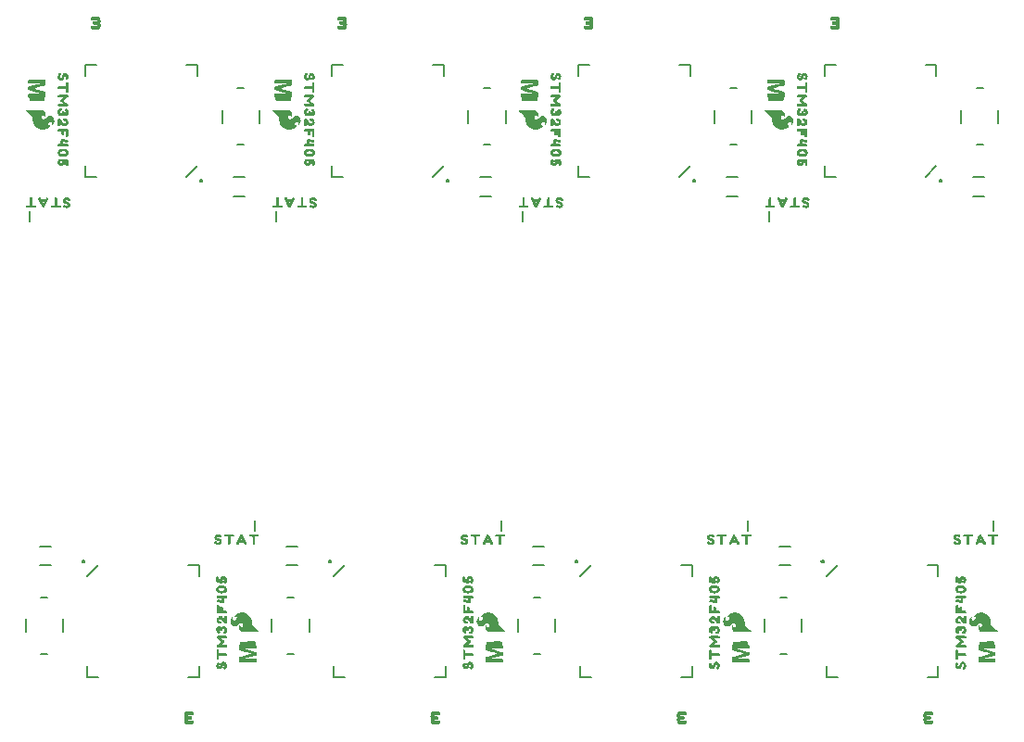
<source format=gto>
G04 EAGLE Gerber RS-274X export*
G75*
%MOMM*%
%FSLAX34Y34*%
%LPD*%
%INSilkscreen Top*%
%IPPOS*%
%AMOC8*
5,1,8,0,0,1.08239X$1,22.5*%
G01*
%ADD10C,0.203200*%
%ADD11R,0.640000X0.040000*%
%ADD12R,0.800000X0.040000*%
%ADD13R,0.840000X0.040000*%
%ADD14R,0.280000X0.040000*%
%ADD15R,0.600000X0.040000*%
%ADD16R,0.680000X0.040000*%
%ADD17R,0.760000X0.040000*%

G36*
X441205Y110896D02*
X441205Y110896D01*
X441230Y110893D01*
X441288Y110915D01*
X441348Y110929D01*
X441368Y110946D01*
X441392Y110955D01*
X441434Y111000D01*
X441482Y111039D01*
X441492Y111063D01*
X441510Y111082D01*
X441527Y111141D01*
X441553Y111198D01*
X441552Y111223D01*
X441559Y111248D01*
X441548Y111309D01*
X441546Y111371D01*
X441534Y111393D01*
X441529Y111419D01*
X441481Y111490D01*
X441463Y111523D01*
X441455Y111529D01*
X441448Y111539D01*
X440948Y112039D01*
X440917Y112058D01*
X440875Y112096D01*
X440415Y112372D01*
X439948Y112839D01*
X439935Y112847D01*
X439923Y112862D01*
X439336Y113351D01*
X438148Y114539D01*
X438137Y114546D01*
X438127Y114559D01*
X436738Y115749D01*
X435781Y116706D01*
X435243Y117604D01*
X435160Y118101D01*
X435160Y119970D01*
X435154Y119996D01*
X435154Y120033D01*
X434954Y121233D01*
X434949Y121246D01*
X434948Y121257D01*
X434947Y121260D01*
X434946Y121270D01*
X434846Y121637D01*
X434846Y121638D01*
X434742Y122018D01*
X434646Y122370D01*
X434637Y122387D01*
X434635Y122397D01*
X434635Y122398D01*
X434635Y122399D01*
X434632Y122411D01*
X434232Y123411D01*
X434217Y123433D01*
X434205Y123466D01*
X433605Y124466D01*
X433585Y124486D01*
X433566Y124520D01*
X432866Y125320D01*
X432856Y125327D01*
X432848Y125339D01*
X432048Y126139D01*
X432031Y126150D01*
X432013Y126170D01*
X431113Y126870D01*
X431090Y126881D01*
X431064Y126902D01*
X429264Y127902D01*
X429228Y127913D01*
X429176Y127938D01*
X427276Y128438D01*
X427245Y128439D01*
X427202Y128450D01*
X425502Y128550D01*
X425466Y128543D01*
X425409Y128544D01*
X423809Y128244D01*
X423789Y128235D01*
X423759Y128231D01*
X422259Y127731D01*
X422228Y127712D01*
X422175Y127691D01*
X421075Y126991D01*
X421057Y126972D01*
X421027Y126954D01*
X420127Y126154D01*
X420104Y126122D01*
X420057Y126072D01*
X419557Y125272D01*
X419535Y125206D01*
X419506Y125142D01*
X419507Y125125D01*
X419501Y125108D01*
X419510Y125039D01*
X419513Y124969D01*
X419521Y124954D01*
X419524Y124936D01*
X419562Y124878D01*
X419595Y124817D01*
X419610Y124807D01*
X419620Y124792D01*
X419681Y124757D01*
X419737Y124717D01*
X419757Y124714D01*
X419770Y124706D01*
X419810Y124703D01*
X419879Y124690D01*
X420718Y124690D01*
X420934Y124618D01*
X421054Y124558D01*
X421247Y124365D01*
X421299Y124208D01*
X421299Y124017D01*
X421121Y123303D01*
X420950Y122961D01*
X420769Y122690D01*
X420491Y122320D01*
X419937Y121766D01*
X419423Y121423D01*
X419133Y121350D01*
X418641Y121350D01*
X418425Y121422D01*
X418271Y121500D01*
X418045Y121650D01*
X417804Y121971D01*
X417642Y122294D01*
X417552Y122745D01*
X417549Y122752D01*
X417548Y122762D01*
X417460Y123117D01*
X417460Y123580D01*
X417520Y123700D01*
X417523Y123715D01*
X417532Y123728D01*
X417558Y123862D01*
X417560Y123869D01*
X417560Y123870D01*
X417560Y123970D01*
X417554Y123995D01*
X417556Y124021D01*
X417534Y124079D01*
X417520Y124139D01*
X417504Y124159D01*
X417495Y124183D01*
X417449Y124225D01*
X417410Y124272D01*
X417386Y124283D01*
X417368Y124300D01*
X417308Y124318D01*
X417252Y124343D01*
X417226Y124342D01*
X417201Y124350D01*
X417140Y124339D01*
X417079Y124337D01*
X417056Y124324D01*
X417031Y124320D01*
X416959Y124272D01*
X416927Y124254D01*
X416921Y124246D01*
X416911Y124239D01*
X416811Y124139D01*
X416798Y124119D01*
X416775Y124098D01*
X416475Y123698D01*
X416464Y123672D01*
X416462Y123669D01*
X416461Y123669D01*
X416461Y123668D01*
X416439Y123640D01*
X415739Y122240D01*
X415731Y122205D01*
X415708Y122153D01*
X415508Y121253D01*
X415508Y121234D01*
X415506Y121229D01*
X415507Y121210D01*
X415499Y121170D01*
X415499Y120170D01*
X415506Y120142D01*
X415505Y120102D01*
X415705Y119002D01*
X415720Y118967D01*
X415746Y118888D01*
X416346Y117788D01*
X416363Y117768D01*
X416379Y117737D01*
X417079Y116837D01*
X417103Y116817D01*
X417178Y116748D01*
X417978Y116248D01*
X418012Y116236D01*
X418059Y116209D01*
X418959Y115909D01*
X418997Y115906D01*
X419079Y115890D01*
X419879Y115890D01*
X419912Y115897D01*
X419962Y115899D01*
X420862Y116099D01*
X420897Y116116D01*
X420964Y116138D01*
X421864Y116638D01*
X421889Y116660D01*
X421930Y116684D01*
X422730Y117384D01*
X422731Y117385D01*
X422732Y117386D01*
X423632Y118186D01*
X423638Y118194D01*
X423648Y118201D01*
X424290Y118843D01*
X424948Y119090D01*
X425518Y119090D01*
X425995Y118931D01*
X426396Y118610D01*
X426726Y118114D01*
X426899Y117423D01*
X426899Y116708D01*
X426813Y116279D01*
X426655Y115884D01*
X426137Y115366D01*
X425911Y115215D01*
X425718Y115150D01*
X425441Y115150D01*
X425285Y115202D01*
X424812Y115675D01*
X424740Y115890D01*
X424728Y115910D01*
X424720Y115940D01*
X424520Y116340D01*
X424495Y116369D01*
X424448Y116439D01*
X424348Y116539D01*
X424327Y116552D01*
X424311Y116571D01*
X424254Y116597D01*
X424201Y116630D01*
X424176Y116633D01*
X424153Y116643D01*
X424091Y116641D01*
X424029Y116647D01*
X424005Y116638D01*
X423980Y116637D01*
X423925Y116607D01*
X423867Y116585D01*
X423850Y116567D01*
X423828Y116555D01*
X423774Y116485D01*
X423749Y116458D01*
X423746Y116449D01*
X423739Y116440D01*
X423539Y116040D01*
X423536Y116025D01*
X423527Y116012D01*
X423501Y115878D01*
X423499Y115872D01*
X423499Y115871D01*
X423499Y115870D01*
X423499Y114670D01*
X423505Y114644D01*
X423504Y114608D01*
X423604Y114008D01*
X423607Y114002D01*
X423607Y113995D01*
X423707Y113495D01*
X423719Y113469D01*
X423720Y113464D01*
X423720Y113451D01*
X423723Y113445D01*
X423726Y113429D01*
X423926Y112929D01*
X423948Y112898D01*
X423975Y112842D01*
X424275Y112442D01*
X424279Y112438D01*
X424282Y112432D01*
X424682Y111932D01*
X424705Y111915D01*
X424784Y111844D01*
X425784Y111244D01*
X425820Y111232D01*
X425875Y111204D01*
X426575Y111004D01*
X426600Y111003D01*
X426632Y110993D01*
X427432Y110893D01*
X427453Y110895D01*
X427479Y110890D01*
X441179Y110890D01*
X441205Y110896D01*
G37*
G36*
X216135Y110896D02*
X216135Y110896D01*
X216161Y110893D01*
X216219Y110915D01*
X216279Y110929D01*
X216299Y110946D01*
X216323Y110955D01*
X216365Y111000D01*
X216412Y111039D01*
X216423Y111063D01*
X216440Y111082D01*
X216458Y111141D01*
X216483Y111198D01*
X216482Y111223D01*
X216490Y111248D01*
X216479Y111309D01*
X216477Y111371D01*
X216464Y111393D01*
X216460Y111419D01*
X216412Y111490D01*
X216394Y111523D01*
X216386Y111529D01*
X216379Y111539D01*
X215879Y112039D01*
X215848Y112058D01*
X215806Y112096D01*
X215346Y112372D01*
X214879Y112839D01*
X214866Y112847D01*
X214853Y112862D01*
X214267Y113351D01*
X213079Y114539D01*
X213068Y114546D01*
X213057Y114559D01*
X211668Y115749D01*
X210712Y116706D01*
X210173Y117604D01*
X210090Y118101D01*
X210090Y119970D01*
X210084Y119996D01*
X210085Y120033D01*
X209885Y121233D01*
X209879Y121246D01*
X209879Y121257D01*
X209878Y121260D01*
X209877Y121270D01*
X209777Y121637D01*
X209777Y121638D01*
X209673Y122018D01*
X209577Y122370D01*
X209568Y122387D01*
X209566Y122397D01*
X209566Y122398D01*
X209565Y122399D01*
X209563Y122411D01*
X209163Y123411D01*
X209148Y123433D01*
X209136Y123466D01*
X208536Y124466D01*
X208516Y124486D01*
X208496Y124520D01*
X207796Y125320D01*
X207787Y125327D01*
X207779Y125339D01*
X206979Y126139D01*
X206961Y126150D01*
X206943Y126170D01*
X206043Y126870D01*
X206020Y126881D01*
X205995Y126902D01*
X204195Y127902D01*
X204159Y127913D01*
X204107Y127938D01*
X202207Y128438D01*
X202175Y128439D01*
X202132Y128450D01*
X200432Y128550D01*
X200396Y128543D01*
X200340Y128544D01*
X198740Y128244D01*
X198719Y128235D01*
X198690Y128231D01*
X197190Y127731D01*
X197159Y127712D01*
X197106Y127691D01*
X196006Y126991D01*
X195987Y126972D01*
X195957Y126954D01*
X195057Y126154D01*
X195035Y126122D01*
X194988Y126072D01*
X194488Y125272D01*
X194465Y125206D01*
X194437Y125142D01*
X194437Y125125D01*
X194432Y125108D01*
X194441Y125039D01*
X194443Y124969D01*
X194452Y124954D01*
X194454Y124936D01*
X194493Y124878D01*
X194526Y124817D01*
X194541Y124807D01*
X194551Y124792D01*
X194611Y124757D01*
X194668Y124717D01*
X194687Y124714D01*
X194701Y124706D01*
X194740Y124703D01*
X194810Y124690D01*
X195648Y124690D01*
X195864Y124618D01*
X195985Y124558D01*
X196178Y124365D01*
X196230Y124208D01*
X196230Y124017D01*
X196051Y123303D01*
X195881Y122961D01*
X195699Y122690D01*
X195422Y122320D01*
X194868Y121766D01*
X194354Y121423D01*
X194063Y121350D01*
X193572Y121350D01*
X193356Y121422D01*
X193201Y121500D01*
X192975Y121650D01*
X192735Y121971D01*
X192573Y122294D01*
X192483Y122745D01*
X192479Y122752D01*
X192479Y122762D01*
X192390Y123117D01*
X192390Y123580D01*
X192450Y123700D01*
X192454Y123715D01*
X192463Y123728D01*
X192489Y123862D01*
X192490Y123869D01*
X192490Y123870D01*
X192490Y123970D01*
X192484Y123995D01*
X192487Y124021D01*
X192465Y124079D01*
X192451Y124139D01*
X192434Y124159D01*
X192425Y124183D01*
X192380Y124225D01*
X192341Y124272D01*
X192317Y124283D01*
X192298Y124300D01*
X192239Y124318D01*
X192182Y124343D01*
X192157Y124342D01*
X192132Y124350D01*
X192071Y124339D01*
X192009Y124337D01*
X191987Y124324D01*
X191961Y124320D01*
X191890Y124272D01*
X191857Y124254D01*
X191851Y124246D01*
X191841Y124239D01*
X191741Y124139D01*
X191729Y124119D01*
X191706Y124098D01*
X191406Y123698D01*
X191394Y123672D01*
X191392Y123669D01*
X191391Y123668D01*
X191370Y123640D01*
X190670Y122240D01*
X190661Y122205D01*
X190639Y122153D01*
X190439Y121253D01*
X190439Y121234D01*
X190437Y121229D01*
X190437Y121210D01*
X190430Y121170D01*
X190430Y120170D01*
X190436Y120142D01*
X190436Y120102D01*
X190636Y119002D01*
X190651Y118967D01*
X190676Y118888D01*
X191276Y117788D01*
X191294Y117768D01*
X191310Y117737D01*
X192010Y116837D01*
X192034Y116817D01*
X192108Y116748D01*
X192908Y116248D01*
X192942Y116236D01*
X192990Y116209D01*
X193890Y115909D01*
X193927Y115906D01*
X194010Y115890D01*
X194810Y115890D01*
X194843Y115897D01*
X194893Y115899D01*
X195793Y116099D01*
X195828Y116116D01*
X195895Y116138D01*
X196795Y116638D01*
X196819Y116660D01*
X196860Y116684D01*
X197660Y117384D01*
X197661Y117385D01*
X197663Y117386D01*
X198563Y118186D01*
X198568Y118194D01*
X198579Y118201D01*
X199221Y118843D01*
X199879Y119090D01*
X200448Y119090D01*
X200925Y118931D01*
X201326Y118610D01*
X201657Y118114D01*
X201830Y117423D01*
X201830Y116708D01*
X201744Y116279D01*
X201586Y115884D01*
X201068Y115366D01*
X200842Y115215D01*
X200648Y115150D01*
X200372Y115150D01*
X200215Y115202D01*
X199742Y115675D01*
X199671Y115890D01*
X199658Y115910D01*
X199650Y115940D01*
X199450Y116340D01*
X199426Y116369D01*
X199379Y116439D01*
X199279Y116539D01*
X199258Y116552D01*
X199242Y116571D01*
X199185Y116597D01*
X199132Y116630D01*
X199107Y116633D01*
X199084Y116643D01*
X199021Y116641D01*
X198959Y116647D01*
X198936Y116638D01*
X198911Y116637D01*
X198856Y116607D01*
X198797Y116585D01*
X198780Y116567D01*
X198758Y116555D01*
X198704Y116485D01*
X198680Y116458D01*
X198677Y116449D01*
X198670Y116440D01*
X198470Y116040D01*
X198466Y116025D01*
X198457Y116012D01*
X198431Y115878D01*
X198430Y115872D01*
X198430Y115871D01*
X198430Y115870D01*
X198430Y114670D01*
X198436Y114644D01*
X198435Y114608D01*
X198535Y114008D01*
X198537Y114002D01*
X198537Y113995D01*
X198637Y113495D01*
X198649Y113469D01*
X198650Y113464D01*
X198651Y113451D01*
X198654Y113445D01*
X198657Y113429D01*
X198857Y112929D01*
X198879Y112898D01*
X198906Y112842D01*
X199206Y112442D01*
X199210Y112438D01*
X199213Y112432D01*
X199613Y111932D01*
X199636Y111915D01*
X199714Y111844D01*
X200714Y111244D01*
X200750Y111232D01*
X200806Y111204D01*
X201506Y111004D01*
X201531Y111003D01*
X201563Y110993D01*
X202363Y110893D01*
X202384Y110895D01*
X202410Y110890D01*
X216110Y110890D01*
X216135Y110896D01*
G37*
G36*
X666299Y110896D02*
X666299Y110896D01*
X666325Y110893D01*
X666383Y110915D01*
X666443Y110929D01*
X666463Y110946D01*
X666487Y110955D01*
X666529Y111000D01*
X666577Y111039D01*
X666587Y111063D01*
X666605Y111082D01*
X666622Y111141D01*
X666647Y111198D01*
X666647Y111223D01*
X666654Y111248D01*
X666643Y111309D01*
X666641Y111371D01*
X666629Y111393D01*
X666624Y111419D01*
X666576Y111490D01*
X666558Y111523D01*
X666550Y111529D01*
X666543Y111539D01*
X666043Y112039D01*
X666012Y112058D01*
X665970Y112096D01*
X665510Y112372D01*
X665043Y112839D01*
X665030Y112847D01*
X665018Y112862D01*
X664431Y113351D01*
X663243Y114539D01*
X663232Y114546D01*
X663222Y114559D01*
X661833Y115749D01*
X660876Y116706D01*
X660337Y117604D01*
X660254Y118101D01*
X660254Y119970D01*
X660248Y119996D01*
X660249Y120033D01*
X660049Y121233D01*
X660044Y121246D01*
X660043Y121257D01*
X660042Y121260D01*
X660041Y121270D01*
X659941Y121637D01*
X659941Y121638D01*
X659837Y122018D01*
X659741Y122370D01*
X659732Y122387D01*
X659730Y122397D01*
X659730Y122398D01*
X659730Y122399D01*
X659727Y122411D01*
X659327Y123411D01*
X659312Y123433D01*
X659300Y123466D01*
X658700Y124466D01*
X658680Y124486D01*
X658660Y124520D01*
X657960Y125320D01*
X657951Y125327D01*
X657943Y125339D01*
X657143Y126139D01*
X657125Y126150D01*
X657108Y126170D01*
X656208Y126870D01*
X656185Y126881D01*
X656159Y126902D01*
X654359Y127902D01*
X654323Y127913D01*
X654271Y127938D01*
X652371Y128438D01*
X652340Y128439D01*
X652297Y128450D01*
X650597Y128550D01*
X650561Y128543D01*
X650504Y128544D01*
X648904Y128244D01*
X648883Y128235D01*
X648854Y128231D01*
X647354Y127731D01*
X647323Y127712D01*
X647270Y127691D01*
X646170Y126991D01*
X646152Y126972D01*
X646122Y126954D01*
X645222Y126154D01*
X645199Y126122D01*
X645152Y126072D01*
X644652Y125272D01*
X644629Y125206D01*
X644601Y125142D01*
X644602Y125125D01*
X644596Y125108D01*
X644605Y125039D01*
X644608Y124969D01*
X644616Y124954D01*
X644618Y124936D01*
X644657Y124878D01*
X644690Y124817D01*
X644705Y124807D01*
X644715Y124792D01*
X644775Y124757D01*
X644832Y124717D01*
X644851Y124714D01*
X644865Y124706D01*
X644904Y124703D01*
X644974Y124690D01*
X645812Y124690D01*
X646028Y124618D01*
X646149Y124558D01*
X646342Y124365D01*
X646394Y124208D01*
X646394Y124017D01*
X646215Y123303D01*
X646045Y122961D01*
X645864Y122690D01*
X645586Y122320D01*
X645032Y121766D01*
X644518Y121423D01*
X644227Y121350D01*
X643736Y121350D01*
X643520Y121422D01*
X643365Y121500D01*
X643139Y121650D01*
X642899Y121971D01*
X642737Y122294D01*
X642647Y122745D01*
X642644Y122752D01*
X642643Y122762D01*
X642554Y123117D01*
X642554Y123580D01*
X642614Y123700D01*
X642618Y123715D01*
X642627Y123728D01*
X642653Y123862D01*
X642654Y123869D01*
X642654Y123870D01*
X642654Y123970D01*
X642649Y123995D01*
X642651Y124021D01*
X642629Y124079D01*
X642615Y124139D01*
X642599Y124159D01*
X642589Y124183D01*
X642544Y124225D01*
X642505Y124272D01*
X642481Y124283D01*
X642462Y124300D01*
X642403Y124318D01*
X642347Y124343D01*
X642321Y124342D01*
X642296Y124350D01*
X642235Y124339D01*
X642174Y124337D01*
X642151Y124324D01*
X642125Y124320D01*
X642054Y124272D01*
X642021Y124254D01*
X642016Y124246D01*
X642005Y124239D01*
X641905Y124139D01*
X641893Y124119D01*
X641870Y124098D01*
X641570Y123698D01*
X641558Y123672D01*
X641556Y123669D01*
X641556Y123668D01*
X641534Y123640D01*
X640834Y122240D01*
X640826Y122205D01*
X640803Y122153D01*
X640603Y121253D01*
X640603Y121234D01*
X640601Y121229D01*
X640602Y121210D01*
X640594Y121170D01*
X640594Y120170D01*
X640601Y120142D01*
X640600Y120102D01*
X640800Y119002D01*
X640815Y118967D01*
X640840Y118888D01*
X641440Y117788D01*
X641458Y117768D01*
X641474Y117737D01*
X642174Y116837D01*
X642198Y116817D01*
X642273Y116748D01*
X643073Y116248D01*
X643106Y116236D01*
X643154Y116209D01*
X644054Y115909D01*
X644092Y115906D01*
X644174Y115890D01*
X644974Y115890D01*
X645007Y115897D01*
X645057Y115899D01*
X645957Y116099D01*
X645992Y116116D01*
X646059Y116138D01*
X646959Y116638D01*
X646983Y116660D01*
X647025Y116684D01*
X647825Y117384D01*
X647825Y117385D01*
X647827Y117386D01*
X648727Y118186D01*
X648733Y118194D01*
X648743Y118201D01*
X649385Y118843D01*
X650043Y119090D01*
X650612Y119090D01*
X651090Y118931D01*
X651491Y118610D01*
X651821Y118114D01*
X651994Y117423D01*
X651994Y116708D01*
X651908Y116279D01*
X651750Y115884D01*
X651232Y115366D01*
X651006Y115215D01*
X650812Y115150D01*
X650536Y115150D01*
X650380Y115202D01*
X649907Y115675D01*
X649835Y115890D01*
X649823Y115910D01*
X649814Y115940D01*
X649614Y116340D01*
X649590Y116369D01*
X649543Y116439D01*
X649443Y116539D01*
X649422Y116552D01*
X649406Y116571D01*
X649349Y116597D01*
X649296Y116630D01*
X649271Y116633D01*
X649248Y116643D01*
X649186Y116641D01*
X649123Y116647D01*
X649100Y116638D01*
X649075Y116637D01*
X649020Y116607D01*
X648961Y116585D01*
X648944Y116567D01*
X648922Y116555D01*
X648869Y116485D01*
X648844Y116458D01*
X648841Y116449D01*
X648834Y116440D01*
X648634Y116040D01*
X648631Y116025D01*
X648622Y116012D01*
X648596Y115878D01*
X648594Y115872D01*
X648594Y115871D01*
X648594Y115870D01*
X648594Y114670D01*
X648600Y114644D01*
X648599Y114608D01*
X648699Y114008D01*
X648701Y114002D01*
X648701Y113995D01*
X648801Y113495D01*
X648814Y113469D01*
X648814Y113464D01*
X648815Y113451D01*
X648818Y113445D01*
X648821Y113429D01*
X649021Y112929D01*
X649043Y112898D01*
X649070Y112842D01*
X649370Y112442D01*
X649374Y112438D01*
X649377Y112432D01*
X649777Y111932D01*
X649800Y111915D01*
X649879Y111844D01*
X650879Y111244D01*
X650915Y111232D01*
X650970Y111204D01*
X651670Y111004D01*
X651695Y111003D01*
X651727Y110993D01*
X652527Y110893D01*
X652548Y110895D01*
X652574Y110890D01*
X666274Y110890D01*
X666299Y110896D01*
G37*
G36*
X891369Y110896D02*
X891369Y110896D01*
X891394Y110893D01*
X891452Y110915D01*
X891512Y110929D01*
X891532Y110946D01*
X891556Y110955D01*
X891598Y111000D01*
X891646Y111039D01*
X891657Y111063D01*
X891674Y111082D01*
X891692Y111141D01*
X891717Y111198D01*
X891716Y111223D01*
X891723Y111248D01*
X891713Y111309D01*
X891710Y111371D01*
X891698Y111393D01*
X891694Y111419D01*
X891645Y111490D01*
X891628Y111523D01*
X891619Y111529D01*
X891612Y111539D01*
X891112Y112039D01*
X891081Y112058D01*
X891039Y112096D01*
X890579Y112372D01*
X890112Y112839D01*
X890099Y112847D01*
X890087Y112862D01*
X889500Y113351D01*
X888312Y114539D01*
X888301Y114546D01*
X888291Y114559D01*
X886902Y115749D01*
X885946Y116706D01*
X885407Y117604D01*
X885324Y118101D01*
X885324Y119970D01*
X885318Y119996D01*
X885319Y120033D01*
X885119Y121233D01*
X885113Y121246D01*
X885113Y121257D01*
X885111Y121260D01*
X885110Y121270D01*
X885010Y121637D01*
X885010Y121638D01*
X884907Y122018D01*
X884810Y122370D01*
X884801Y122387D01*
X884799Y122397D01*
X884799Y122398D01*
X884799Y122399D01*
X884797Y122411D01*
X884397Y123411D01*
X884382Y123433D01*
X884370Y123466D01*
X883770Y124466D01*
X883750Y124486D01*
X883730Y124520D01*
X883030Y125320D01*
X883020Y125327D01*
X883012Y125339D01*
X882212Y126139D01*
X882195Y126150D01*
X882177Y126170D01*
X881277Y126870D01*
X881254Y126881D01*
X881228Y126902D01*
X879428Y127902D01*
X879393Y127913D01*
X879340Y127938D01*
X877440Y128438D01*
X877409Y128439D01*
X877366Y128450D01*
X875666Y128550D01*
X875630Y128543D01*
X875574Y128544D01*
X873974Y128244D01*
X873953Y128235D01*
X873923Y128231D01*
X872423Y127731D01*
X872392Y127712D01*
X872339Y127691D01*
X871239Y126991D01*
X871221Y126972D01*
X871191Y126954D01*
X870291Y126154D01*
X870268Y126122D01*
X870221Y126072D01*
X869721Y125272D01*
X869699Y125206D01*
X869670Y125142D01*
X869671Y125125D01*
X869665Y125108D01*
X869674Y125039D01*
X869677Y124969D01*
X869685Y124954D01*
X869688Y124936D01*
X869727Y124878D01*
X869760Y124817D01*
X869774Y124807D01*
X869784Y124792D01*
X869845Y124757D01*
X869901Y124717D01*
X869921Y124714D01*
X869935Y124706D01*
X869974Y124703D01*
X870044Y124690D01*
X870882Y124690D01*
X871098Y124618D01*
X871218Y124558D01*
X871411Y124365D01*
X871463Y124208D01*
X871463Y124017D01*
X871285Y123303D01*
X871114Y122961D01*
X870933Y122690D01*
X870656Y122320D01*
X870101Y121766D01*
X869588Y121423D01*
X869297Y121350D01*
X868805Y121350D01*
X868589Y121422D01*
X868435Y121500D01*
X868209Y121650D01*
X867968Y121971D01*
X867807Y122294D01*
X867716Y122745D01*
X867713Y122752D01*
X867713Y122762D01*
X867624Y123117D01*
X867624Y123580D01*
X867684Y123700D01*
X867687Y123715D01*
X867696Y123728D01*
X867722Y123862D01*
X867724Y123869D01*
X867724Y123870D01*
X867724Y123970D01*
X867718Y123995D01*
X867720Y124021D01*
X867698Y124079D01*
X867684Y124139D01*
X867668Y124159D01*
X867659Y124183D01*
X867613Y124225D01*
X867574Y124272D01*
X867551Y124283D01*
X867532Y124300D01*
X867472Y124318D01*
X867416Y124343D01*
X867390Y124342D01*
X867366Y124350D01*
X867305Y124339D01*
X867243Y124337D01*
X867220Y124324D01*
X867195Y124320D01*
X867123Y124272D01*
X867091Y124254D01*
X867085Y124246D01*
X867075Y124239D01*
X866975Y124139D01*
X866962Y124119D01*
X866939Y124098D01*
X866639Y123698D01*
X866628Y123672D01*
X866626Y123669D01*
X866625Y123669D01*
X866625Y123668D01*
X866604Y123640D01*
X865904Y122240D01*
X865895Y122205D01*
X865872Y122153D01*
X865672Y121253D01*
X865673Y121234D01*
X865670Y121229D01*
X865671Y121210D01*
X865663Y121170D01*
X865663Y120170D01*
X865670Y120142D01*
X865669Y120102D01*
X865869Y119002D01*
X865885Y118967D01*
X865910Y118888D01*
X866510Y117788D01*
X866527Y117768D01*
X866543Y117737D01*
X867243Y116837D01*
X867267Y116817D01*
X867342Y116748D01*
X868142Y116248D01*
X868176Y116236D01*
X868223Y116209D01*
X869123Y115909D01*
X869161Y115906D01*
X869244Y115890D01*
X870044Y115890D01*
X870077Y115897D01*
X870126Y115899D01*
X871026Y116099D01*
X871061Y116116D01*
X871128Y116138D01*
X872028Y116638D01*
X872053Y116660D01*
X872094Y116684D01*
X872894Y117384D01*
X872895Y117385D01*
X872896Y117386D01*
X873796Y118186D01*
X873802Y118194D01*
X873812Y118201D01*
X874454Y118843D01*
X875113Y119090D01*
X875682Y119090D01*
X876159Y118931D01*
X876560Y118610D01*
X876891Y118114D01*
X877063Y117423D01*
X877063Y116708D01*
X876978Y116279D01*
X876820Y115884D01*
X876301Y115366D01*
X876075Y115215D01*
X875882Y115150D01*
X875605Y115150D01*
X875449Y115202D01*
X874976Y115675D01*
X874904Y115890D01*
X874892Y115910D01*
X874884Y115940D01*
X874684Y116340D01*
X874660Y116369D01*
X874612Y116439D01*
X874512Y116539D01*
X874491Y116552D01*
X874475Y116571D01*
X874418Y116597D01*
X874365Y116630D01*
X874340Y116633D01*
X874318Y116643D01*
X874255Y116641D01*
X874193Y116647D01*
X874169Y116638D01*
X874144Y116637D01*
X874089Y116607D01*
X874031Y116585D01*
X874014Y116567D01*
X873992Y116555D01*
X873938Y116485D01*
X873913Y116458D01*
X873910Y116449D01*
X873904Y116440D01*
X873704Y116040D01*
X873700Y116025D01*
X873691Y116012D01*
X873665Y115878D01*
X873663Y115872D01*
X873664Y115871D01*
X873663Y115870D01*
X873663Y114670D01*
X873670Y114644D01*
X873669Y114608D01*
X873769Y114008D01*
X873771Y114002D01*
X873771Y113995D01*
X873871Y113495D01*
X873883Y113469D01*
X873884Y113464D01*
X873884Y113451D01*
X873887Y113445D01*
X873891Y113429D01*
X874091Y112929D01*
X874112Y112898D01*
X874139Y112842D01*
X874439Y112442D01*
X874444Y112438D01*
X874447Y112432D01*
X874847Y111932D01*
X874869Y111915D01*
X874948Y111844D01*
X875948Y111244D01*
X875984Y111232D01*
X876039Y111204D01*
X876739Y111004D01*
X876764Y111003D01*
X876796Y110993D01*
X877596Y110893D01*
X877617Y110895D01*
X877644Y110890D01*
X891344Y110890D01*
X891369Y110896D01*
G37*
G36*
X469757Y569957D02*
X469757Y569957D01*
X469814Y569956D01*
X471414Y570256D01*
X471434Y570265D01*
X471464Y570269D01*
X472964Y570769D01*
X472995Y570788D01*
X473048Y570809D01*
X474148Y571509D01*
X474166Y571528D01*
X474196Y571546D01*
X475096Y572346D01*
X475115Y572373D01*
X475125Y572381D01*
X475128Y572388D01*
X475166Y572428D01*
X475666Y573228D01*
X475688Y573294D01*
X475717Y573358D01*
X475716Y573375D01*
X475722Y573392D01*
X475713Y573461D01*
X475710Y573531D01*
X475702Y573546D01*
X475699Y573564D01*
X475661Y573622D01*
X475628Y573683D01*
X475613Y573693D01*
X475603Y573708D01*
X475542Y573743D01*
X475486Y573783D01*
X475466Y573786D01*
X475453Y573794D01*
X475413Y573797D01*
X475344Y573810D01*
X474505Y573810D01*
X474289Y573882D01*
X474169Y573943D01*
X473976Y574135D01*
X473924Y574292D01*
X473924Y574483D01*
X474102Y575197D01*
X474273Y575539D01*
X474454Y575810D01*
X474732Y576180D01*
X475286Y576735D01*
X475800Y577077D01*
X476090Y577150D01*
X476582Y577150D01*
X476798Y577078D01*
X476952Y577001D01*
X477179Y576850D01*
X477419Y576529D01*
X477581Y576206D01*
X477671Y575755D01*
X477674Y575748D01*
X477675Y575738D01*
X477763Y575383D01*
X477763Y574920D01*
X477704Y574800D01*
X477700Y574785D01*
X477691Y574772D01*
X477665Y574638D01*
X477663Y574632D01*
X477664Y574631D01*
X477663Y574630D01*
X477663Y574530D01*
X477669Y574505D01*
X477667Y574479D01*
X477689Y574422D01*
X477703Y574361D01*
X477719Y574341D01*
X477728Y574317D01*
X477774Y574275D01*
X477813Y574228D01*
X477837Y574217D01*
X477856Y574200D01*
X477915Y574182D01*
X477971Y574157D01*
X477997Y574158D01*
X478022Y574150D01*
X478083Y574161D01*
X478144Y574163D01*
X478167Y574176D01*
X478192Y574180D01*
X478264Y574228D01*
X478297Y574246D01*
X478302Y574254D01*
X478312Y574261D01*
X478412Y574361D01*
X478425Y574381D01*
X478448Y574402D01*
X478748Y574802D01*
X478759Y574828D01*
X478784Y574860D01*
X479484Y576260D01*
X479492Y576296D01*
X479515Y576348D01*
X479715Y577248D01*
X479714Y577281D01*
X479724Y577330D01*
X479724Y578330D01*
X479717Y578358D01*
X479718Y578398D01*
X479518Y579498D01*
X479503Y579533D01*
X479496Y579553D01*
X479496Y579557D01*
X479493Y579562D01*
X479477Y579612D01*
X478877Y580712D01*
X478860Y580732D01*
X478844Y580763D01*
X478144Y581663D01*
X478120Y581683D01*
X478045Y581752D01*
X477245Y582252D01*
X477211Y582264D01*
X477164Y582291D01*
X476264Y582591D01*
X476226Y582594D01*
X476144Y582610D01*
X475344Y582610D01*
X475311Y582603D01*
X475261Y582601D01*
X474361Y582401D01*
X474326Y582384D01*
X474259Y582362D01*
X473359Y581862D01*
X473334Y581840D01*
X473293Y581816D01*
X472493Y581116D01*
X472492Y581115D01*
X472491Y581114D01*
X471591Y580314D01*
X471585Y580306D01*
X471575Y580299D01*
X470933Y579657D01*
X470275Y579410D01*
X469705Y579410D01*
X469228Y579569D01*
X468827Y579890D01*
X468497Y580386D01*
X468324Y581077D01*
X468324Y581792D01*
X468410Y582221D01*
X468568Y582616D01*
X469086Y583135D01*
X469312Y583285D01*
X469505Y583350D01*
X469782Y583350D01*
X469938Y583298D01*
X470411Y582825D01*
X470483Y582610D01*
X470495Y582590D01*
X470504Y582560D01*
X470704Y582160D01*
X470728Y582131D01*
X470775Y582061D01*
X470875Y581961D01*
X470896Y581948D01*
X470912Y581929D01*
X470969Y581903D01*
X471022Y581870D01*
X471047Y581867D01*
X471070Y581857D01*
X471132Y581859D01*
X471194Y581853D01*
X471218Y581862D01*
X471243Y581863D01*
X471298Y581893D01*
X471356Y581915D01*
X471373Y581933D01*
X471395Y581945D01*
X471449Y582015D01*
X471474Y582042D01*
X471477Y582051D01*
X471484Y582060D01*
X471684Y582460D01*
X471687Y582475D01*
X471696Y582488D01*
X471722Y582622D01*
X471724Y582629D01*
X471724Y582630D01*
X471724Y583830D01*
X471718Y583856D01*
X471719Y583893D01*
X471619Y584493D01*
X471617Y584498D01*
X471616Y584505D01*
X471516Y585005D01*
X471504Y585031D01*
X471497Y585071D01*
X471297Y585571D01*
X471275Y585602D01*
X471248Y585658D01*
X470948Y586058D01*
X470944Y586062D01*
X470941Y586068D01*
X470541Y586568D01*
X470518Y586585D01*
X470439Y586656D01*
X469439Y587256D01*
X469403Y587268D01*
X469348Y587296D01*
X468648Y587496D01*
X468623Y587497D01*
X468591Y587507D01*
X467791Y587607D01*
X467770Y587605D01*
X467744Y587610D01*
X454044Y587610D01*
X454018Y587604D01*
X453993Y587607D01*
X453935Y587585D01*
X453875Y587571D01*
X453855Y587554D01*
X453831Y587545D01*
X453789Y587500D01*
X453741Y587461D01*
X453731Y587437D01*
X453713Y587418D01*
X453696Y587359D01*
X453670Y587302D01*
X453671Y587277D01*
X453664Y587252D01*
X453675Y587191D01*
X453677Y587129D01*
X453689Y587107D01*
X453694Y587081D01*
X453742Y587010D01*
X453760Y586977D01*
X453768Y586971D01*
X453775Y586961D01*
X454275Y586461D01*
X454306Y586442D01*
X454348Y586404D01*
X454808Y586128D01*
X455275Y585661D01*
X455288Y585653D01*
X455300Y585638D01*
X455887Y585149D01*
X457075Y583961D01*
X457086Y583954D01*
X457096Y583941D01*
X458485Y582751D01*
X459442Y581794D01*
X459980Y580896D01*
X460063Y580399D01*
X460063Y578530D01*
X460070Y578504D01*
X460069Y578468D01*
X460269Y577268D01*
X460275Y577252D01*
X460277Y577230D01*
X460319Y577074D01*
X460423Y576694D01*
X460423Y576693D01*
X460527Y576313D01*
X460577Y576130D01*
X460586Y576113D01*
X460591Y576089D01*
X460991Y575089D01*
X461006Y575067D01*
X461018Y575034D01*
X461618Y574034D01*
X461638Y574014D01*
X461657Y573980D01*
X462357Y573180D01*
X462367Y573173D01*
X462375Y573161D01*
X463175Y572361D01*
X463192Y572350D01*
X463210Y572330D01*
X464110Y571630D01*
X464133Y571619D01*
X464159Y571598D01*
X465959Y570598D01*
X465995Y570587D01*
X466047Y570562D01*
X467947Y570062D01*
X467978Y570061D01*
X468021Y570050D01*
X469721Y569950D01*
X469757Y569957D01*
G37*
G36*
X19593Y569957D02*
X19593Y569957D01*
X19649Y569956D01*
X21249Y570256D01*
X21270Y570265D01*
X21300Y570269D01*
X22800Y570769D01*
X22831Y570788D01*
X22884Y570809D01*
X23984Y571509D01*
X24002Y571528D01*
X24032Y571546D01*
X24932Y572346D01*
X24951Y572373D01*
X24961Y572381D01*
X24964Y572388D01*
X25002Y572428D01*
X25502Y573228D01*
X25524Y573294D01*
X25553Y573358D01*
X25552Y573375D01*
X25558Y573392D01*
X25549Y573461D01*
X25546Y573531D01*
X25538Y573546D01*
X25535Y573564D01*
X25496Y573622D01*
X25463Y573683D01*
X25449Y573693D01*
X25439Y573708D01*
X25378Y573743D01*
X25322Y573783D01*
X25302Y573786D01*
X25288Y573794D01*
X25249Y573797D01*
X25179Y573810D01*
X24341Y573810D01*
X24125Y573882D01*
X24005Y573943D01*
X23812Y574135D01*
X23760Y574292D01*
X23760Y574483D01*
X23938Y575197D01*
X24109Y575539D01*
X24290Y575810D01*
X24567Y576180D01*
X25122Y576735D01*
X25636Y577077D01*
X25926Y577150D01*
X26418Y577150D01*
X26634Y577078D01*
X26788Y577001D01*
X27014Y576850D01*
X27255Y576529D01*
X27417Y576206D01*
X27507Y575755D01*
X27510Y575748D01*
X27511Y575738D01*
X27599Y575383D01*
X27599Y574920D01*
X27539Y574800D01*
X27536Y574785D01*
X27527Y574772D01*
X27501Y574638D01*
X27499Y574632D01*
X27499Y574631D01*
X27499Y574630D01*
X27499Y574530D01*
X27505Y574505D01*
X27503Y574479D01*
X27525Y574422D01*
X27539Y574361D01*
X27555Y574341D01*
X27564Y574317D01*
X27610Y574275D01*
X27649Y574228D01*
X27672Y574217D01*
X27691Y574200D01*
X27751Y574182D01*
X27807Y574157D01*
X27833Y574158D01*
X27857Y574150D01*
X27918Y574161D01*
X27980Y574163D01*
X28003Y574176D01*
X28028Y574180D01*
X28100Y574228D01*
X28132Y574246D01*
X28138Y574254D01*
X28148Y574261D01*
X28248Y574361D01*
X28261Y574381D01*
X28284Y574402D01*
X28584Y574802D01*
X28595Y574828D01*
X28620Y574860D01*
X29320Y576260D01*
X29328Y576296D01*
X29351Y576348D01*
X29551Y577248D01*
X29550Y577281D01*
X29560Y577330D01*
X29560Y578330D01*
X29553Y578358D01*
X29554Y578398D01*
X29354Y579498D01*
X29338Y579533D01*
X29332Y579553D01*
X29332Y579557D01*
X29329Y579562D01*
X29313Y579612D01*
X28713Y580712D01*
X28696Y580732D01*
X28680Y580763D01*
X27980Y581663D01*
X27956Y581683D01*
X27881Y581752D01*
X27081Y582252D01*
X27047Y582264D01*
X27000Y582291D01*
X26100Y582591D01*
X26062Y582594D01*
X25979Y582610D01*
X25179Y582610D01*
X25146Y582603D01*
X25097Y582601D01*
X24197Y582401D01*
X24162Y582384D01*
X24095Y582362D01*
X23195Y581862D01*
X23170Y581840D01*
X23129Y581816D01*
X22329Y581116D01*
X22328Y581115D01*
X22327Y581114D01*
X21427Y580314D01*
X21421Y580306D01*
X21411Y580299D01*
X20769Y579657D01*
X20111Y579410D01*
X19541Y579410D01*
X19064Y579569D01*
X18663Y579890D01*
X18332Y580386D01*
X18160Y581077D01*
X18160Y581792D01*
X18245Y582221D01*
X18404Y582616D01*
X18922Y583135D01*
X19148Y583285D01*
X19341Y583350D01*
X19618Y583350D01*
X19774Y583298D01*
X20247Y582825D01*
X20319Y582610D01*
X20331Y582590D01*
X20339Y582560D01*
X20539Y582160D01*
X20563Y582131D01*
X20611Y582061D01*
X20711Y581961D01*
X20732Y581948D01*
X20748Y581929D01*
X20805Y581903D01*
X20858Y581870D01*
X20883Y581867D01*
X20905Y581857D01*
X20968Y581859D01*
X21030Y581853D01*
X21054Y581862D01*
X21079Y581863D01*
X21134Y581893D01*
X21192Y581915D01*
X21209Y581933D01*
X21231Y581945D01*
X21285Y582015D01*
X21310Y582042D01*
X21313Y582051D01*
X21320Y582060D01*
X21520Y582460D01*
X21523Y582475D01*
X21532Y582488D01*
X21558Y582622D01*
X21560Y582629D01*
X21560Y582630D01*
X21560Y583830D01*
X21554Y583856D01*
X21554Y583893D01*
X21454Y584493D01*
X21452Y584498D01*
X21452Y584505D01*
X21352Y585005D01*
X21340Y585031D01*
X21332Y585071D01*
X21132Y585571D01*
X21111Y585602D01*
X21084Y585658D01*
X20784Y586058D01*
X20779Y586062D01*
X20776Y586068D01*
X20376Y586568D01*
X20354Y586585D01*
X20275Y586656D01*
X19275Y587256D01*
X19239Y587268D01*
X19184Y587296D01*
X18484Y587496D01*
X18459Y587497D01*
X18427Y587507D01*
X17627Y587607D01*
X17606Y587605D01*
X17579Y587610D01*
X3879Y587610D01*
X3854Y587604D01*
X3829Y587607D01*
X3771Y587585D01*
X3711Y587571D01*
X3691Y587554D01*
X3667Y587545D01*
X3625Y587500D01*
X3577Y587461D01*
X3566Y587437D01*
X3549Y587418D01*
X3531Y587359D01*
X3506Y587302D01*
X3507Y587277D01*
X3500Y587252D01*
X3510Y587191D01*
X3513Y587129D01*
X3525Y587107D01*
X3529Y587081D01*
X3578Y587010D01*
X3595Y586977D01*
X3604Y586971D01*
X3611Y586961D01*
X4111Y586461D01*
X4142Y586442D01*
X4184Y586404D01*
X4644Y586128D01*
X5111Y585661D01*
X5124Y585653D01*
X5136Y585638D01*
X5723Y585149D01*
X6911Y583961D01*
X6922Y583954D01*
X6932Y583941D01*
X8321Y582751D01*
X9277Y581794D01*
X9816Y580896D01*
X9899Y580399D01*
X9899Y578530D01*
X9905Y578504D01*
X9904Y578468D01*
X10104Y577268D01*
X10111Y577252D01*
X10113Y577230D01*
X10155Y577074D01*
X10259Y576694D01*
X10259Y576693D01*
X10363Y576313D01*
X10413Y576130D01*
X10422Y576113D01*
X10426Y576089D01*
X10826Y575089D01*
X10841Y575067D01*
X10853Y575034D01*
X11453Y574034D01*
X11473Y574014D01*
X11493Y573980D01*
X12193Y573180D01*
X12203Y573173D01*
X12211Y573161D01*
X13011Y572361D01*
X13028Y572350D01*
X13046Y572330D01*
X13946Y571630D01*
X13969Y571619D01*
X13995Y571598D01*
X15795Y570598D01*
X15830Y570587D01*
X15883Y570562D01*
X17783Y570062D01*
X17814Y570061D01*
X17857Y570050D01*
X19557Y569950D01*
X19593Y569957D01*
G37*
G36*
X244688Y569957D02*
X244688Y569957D01*
X244744Y569956D01*
X246344Y570256D01*
X246365Y570265D01*
X246394Y570269D01*
X247894Y570769D01*
X247926Y570788D01*
X247978Y570809D01*
X249078Y571509D01*
X249097Y571528D01*
X249127Y571546D01*
X250027Y572346D01*
X250046Y572373D01*
X250056Y572381D01*
X250059Y572388D01*
X250097Y572428D01*
X250597Y573228D01*
X250619Y573294D01*
X250647Y573358D01*
X250647Y573375D01*
X250653Y573392D01*
X250644Y573461D01*
X250641Y573531D01*
X250632Y573546D01*
X250630Y573564D01*
X250591Y573622D01*
X250558Y573683D01*
X250544Y573693D01*
X250533Y573708D01*
X250473Y573743D01*
X250416Y573783D01*
X250397Y573786D01*
X250383Y573794D01*
X250344Y573797D01*
X250274Y573810D01*
X249436Y573810D01*
X249220Y573882D01*
X249099Y573943D01*
X248907Y574135D01*
X248854Y574292D01*
X248854Y574483D01*
X249033Y575197D01*
X249204Y575539D01*
X249385Y575810D01*
X249662Y576180D01*
X250216Y576735D01*
X250730Y577077D01*
X251021Y577150D01*
X251512Y577150D01*
X251728Y577078D01*
X251883Y577001D01*
X252109Y576850D01*
X252349Y576529D01*
X252511Y576206D01*
X252601Y575755D01*
X252605Y575748D01*
X252605Y575738D01*
X252694Y575383D01*
X252694Y574920D01*
X252634Y574800D01*
X252631Y574785D01*
X252622Y574772D01*
X252596Y574638D01*
X252594Y574632D01*
X252594Y574631D01*
X252594Y574630D01*
X252594Y574530D01*
X252600Y574505D01*
X252597Y574479D01*
X252619Y574422D01*
X252633Y574361D01*
X252650Y574341D01*
X252659Y574317D01*
X252704Y574275D01*
X252744Y574228D01*
X252767Y574217D01*
X252786Y574200D01*
X252845Y574182D01*
X252902Y574157D01*
X252928Y574158D01*
X252952Y574150D01*
X253013Y574161D01*
X253075Y574163D01*
X253098Y574176D01*
X253123Y574180D01*
X253194Y574228D01*
X253227Y574246D01*
X253233Y574254D01*
X253243Y574261D01*
X253343Y574361D01*
X253355Y574381D01*
X253378Y574402D01*
X253678Y574802D01*
X253690Y574828D01*
X253714Y574860D01*
X254414Y576260D01*
X254423Y576296D01*
X254445Y576348D01*
X254645Y577248D01*
X254645Y577281D01*
X254654Y577330D01*
X254654Y578330D01*
X254648Y578358D01*
X254648Y578398D01*
X254448Y579498D01*
X254433Y579533D01*
X254427Y579553D01*
X254427Y579557D01*
X254424Y579562D01*
X254408Y579612D01*
X253808Y580712D01*
X253790Y580732D01*
X253774Y580763D01*
X253074Y581663D01*
X253051Y581683D01*
X252976Y581752D01*
X252176Y582252D01*
X252142Y582264D01*
X252094Y582291D01*
X251194Y582591D01*
X251157Y582594D01*
X251074Y582610D01*
X250274Y582610D01*
X250241Y582603D01*
X250192Y582601D01*
X249292Y582401D01*
X249256Y582384D01*
X249190Y582362D01*
X248290Y581862D01*
X248265Y581840D01*
X248224Y581816D01*
X247424Y581116D01*
X247423Y581115D01*
X247422Y581114D01*
X246522Y580314D01*
X246516Y580306D01*
X246505Y580299D01*
X245864Y579657D01*
X245205Y579410D01*
X244636Y579410D01*
X244159Y579569D01*
X243758Y579890D01*
X243427Y580386D01*
X243254Y581077D01*
X243254Y581792D01*
X243340Y582221D01*
X243498Y582616D01*
X244016Y583135D01*
X244243Y583285D01*
X244436Y583350D01*
X244712Y583350D01*
X244869Y583298D01*
X245342Y582825D01*
X245413Y582610D01*
X245426Y582590D01*
X245434Y582560D01*
X245634Y582160D01*
X245658Y582131D01*
X245705Y582061D01*
X245805Y581961D01*
X245827Y581948D01*
X245842Y581929D01*
X245900Y581903D01*
X245953Y581870D01*
X245977Y581867D01*
X246000Y581857D01*
X246063Y581859D01*
X246125Y581853D01*
X246148Y581862D01*
X246173Y581863D01*
X246228Y581893D01*
X246287Y581915D01*
X246304Y581933D01*
X246326Y581945D01*
X246380Y582015D01*
X246405Y582042D01*
X246407Y582051D01*
X246414Y582060D01*
X246614Y582460D01*
X246618Y582475D01*
X246627Y582488D01*
X246653Y582622D01*
X246654Y582629D01*
X246654Y582630D01*
X246654Y583830D01*
X246648Y583856D01*
X246649Y583893D01*
X246549Y584493D01*
X246547Y584498D01*
X246547Y584505D01*
X246447Y585005D01*
X246435Y585031D01*
X246427Y585071D01*
X246227Y585571D01*
X246205Y585602D01*
X246178Y585658D01*
X245878Y586058D01*
X245874Y586062D01*
X245871Y586068D01*
X245471Y586568D01*
X245449Y586585D01*
X245370Y586656D01*
X244370Y587256D01*
X244334Y587268D01*
X244279Y587296D01*
X243579Y587496D01*
X243553Y587497D01*
X243521Y587507D01*
X242721Y587607D01*
X242701Y587605D01*
X242674Y587610D01*
X228974Y587610D01*
X228949Y587604D01*
X228923Y587607D01*
X228866Y587585D01*
X228805Y587571D01*
X228786Y587554D01*
X228761Y587545D01*
X228720Y587500D01*
X228672Y587461D01*
X228661Y587437D01*
X228644Y587418D01*
X228626Y587359D01*
X228601Y587302D01*
X228602Y587277D01*
X228595Y587252D01*
X228605Y587191D01*
X228608Y587129D01*
X228620Y587107D01*
X228624Y587081D01*
X228673Y587010D01*
X228690Y586977D01*
X228698Y586971D01*
X228705Y586961D01*
X229205Y586461D01*
X229236Y586442D01*
X229279Y586404D01*
X229738Y586128D01*
X230205Y585661D01*
X230218Y585653D01*
X230231Y585638D01*
X230818Y585149D01*
X232005Y583961D01*
X232016Y583954D01*
X232027Y583941D01*
X233416Y582751D01*
X234372Y581794D01*
X234911Y580896D01*
X234994Y580399D01*
X234994Y578530D01*
X235000Y578504D01*
X234999Y578468D01*
X235199Y577268D01*
X235206Y577252D01*
X235207Y577230D01*
X235250Y577074D01*
X235354Y576694D01*
X235354Y576693D01*
X235457Y576313D01*
X235507Y576130D01*
X235517Y576113D01*
X235521Y576089D01*
X235921Y575089D01*
X235936Y575067D01*
X235948Y575034D01*
X236548Y574034D01*
X236568Y574014D01*
X236588Y573980D01*
X237288Y573180D01*
X237297Y573173D01*
X237305Y573161D01*
X238105Y572361D01*
X238123Y572350D01*
X238141Y572330D01*
X239041Y571630D01*
X239064Y571619D01*
X239090Y571598D01*
X240890Y570598D01*
X240925Y570587D01*
X240977Y570562D01*
X242877Y570062D01*
X242909Y570061D01*
X242952Y570050D01*
X244652Y569950D01*
X244688Y569957D01*
G37*
G36*
X694852Y569957D02*
X694852Y569957D01*
X694908Y569956D01*
X696508Y570256D01*
X696529Y570265D01*
X696559Y570269D01*
X698059Y570769D01*
X698090Y570788D01*
X698143Y570809D01*
X699243Y571509D01*
X699261Y571528D01*
X699291Y571546D01*
X700191Y572346D01*
X700210Y572373D01*
X700220Y572381D01*
X700223Y572388D01*
X700261Y572428D01*
X700761Y573228D01*
X700783Y573294D01*
X700812Y573358D01*
X700811Y573375D01*
X700817Y573392D01*
X700808Y573461D01*
X700805Y573531D01*
X700797Y573546D01*
X700794Y573564D01*
X700755Y573622D01*
X700722Y573683D01*
X700708Y573693D01*
X700698Y573708D01*
X700637Y573743D01*
X700581Y573783D01*
X700561Y573786D01*
X700547Y573794D01*
X700508Y573797D01*
X700438Y573810D01*
X699600Y573810D01*
X699384Y573882D01*
X699264Y573943D01*
X699071Y574135D01*
X699019Y574292D01*
X699019Y574483D01*
X699197Y575197D01*
X699368Y575539D01*
X699549Y575810D01*
X699826Y576180D01*
X700381Y576735D01*
X700895Y577077D01*
X701185Y577150D01*
X701677Y577150D01*
X701893Y577078D01*
X702047Y577001D01*
X702273Y576850D01*
X702514Y576529D01*
X702676Y576206D01*
X702766Y575755D01*
X702769Y575748D01*
X702770Y575738D01*
X702858Y575383D01*
X702858Y574920D01*
X702798Y574800D01*
X702795Y574785D01*
X702786Y574772D01*
X702760Y574638D01*
X702758Y574632D01*
X702758Y574631D01*
X702758Y574630D01*
X702758Y574530D01*
X702764Y574505D01*
X702762Y574479D01*
X702784Y574422D01*
X702798Y574361D01*
X702814Y574341D01*
X702823Y574317D01*
X702869Y574275D01*
X702908Y574228D01*
X702931Y574217D01*
X702950Y574200D01*
X703010Y574182D01*
X703066Y574157D01*
X703092Y574158D01*
X703116Y574150D01*
X703177Y574161D01*
X703239Y574163D01*
X703262Y574176D01*
X703287Y574180D01*
X703359Y574228D01*
X703391Y574246D01*
X703397Y574254D01*
X703407Y574261D01*
X703507Y574361D01*
X703520Y574381D01*
X703543Y574402D01*
X703843Y574802D01*
X703854Y574828D01*
X703879Y574860D01*
X704579Y576260D01*
X704587Y576296D01*
X704610Y576348D01*
X704810Y577248D01*
X704809Y577281D01*
X704819Y577330D01*
X704819Y578330D01*
X704812Y578358D01*
X704813Y578398D01*
X704613Y579498D01*
X704597Y579533D01*
X704591Y579553D01*
X704591Y579557D01*
X704588Y579562D01*
X704572Y579612D01*
X703972Y580712D01*
X703955Y580732D01*
X703939Y580763D01*
X703239Y581663D01*
X703215Y581683D01*
X703140Y581752D01*
X702340Y582252D01*
X702306Y582264D01*
X702259Y582291D01*
X701359Y582591D01*
X701321Y582594D01*
X701238Y582610D01*
X700438Y582610D01*
X700405Y582603D01*
X700356Y582601D01*
X699456Y582401D01*
X699421Y582384D01*
X699354Y582362D01*
X698454Y581862D01*
X698429Y581840D01*
X698388Y581816D01*
X697588Y581116D01*
X697587Y581115D01*
X697586Y581114D01*
X696686Y580314D01*
X696680Y580306D01*
X696670Y580299D01*
X696028Y579657D01*
X695370Y579410D01*
X694800Y579410D01*
X694323Y579569D01*
X693922Y579890D01*
X693591Y580386D01*
X693419Y581077D01*
X693419Y581792D01*
X693504Y582221D01*
X693663Y582616D01*
X694181Y583135D01*
X694407Y583285D01*
X694600Y583350D01*
X694877Y583350D01*
X695033Y583298D01*
X695506Y582825D01*
X695578Y582610D01*
X695590Y582590D01*
X695598Y582560D01*
X695798Y582160D01*
X695822Y582131D01*
X695870Y582061D01*
X695970Y581961D01*
X695991Y581948D01*
X696007Y581929D01*
X696064Y581903D01*
X696117Y581870D01*
X696142Y581867D01*
X696164Y581857D01*
X696227Y581859D01*
X696289Y581853D01*
X696313Y581862D01*
X696338Y581863D01*
X696393Y581893D01*
X696451Y581915D01*
X696468Y581933D01*
X696490Y581945D01*
X696544Y582015D01*
X696569Y582042D01*
X696572Y582051D01*
X696579Y582060D01*
X696779Y582460D01*
X696782Y582475D01*
X696791Y582488D01*
X696817Y582622D01*
X696819Y582629D01*
X696819Y582630D01*
X696819Y583830D01*
X696813Y583856D01*
X696813Y583893D01*
X696713Y584493D01*
X696711Y584498D01*
X696711Y584505D01*
X696611Y585005D01*
X696599Y585031D01*
X696591Y585071D01*
X696391Y585571D01*
X696370Y585602D01*
X696343Y585658D01*
X696043Y586058D01*
X696038Y586062D01*
X696035Y586068D01*
X695635Y586568D01*
X695613Y586585D01*
X695534Y586656D01*
X694534Y587256D01*
X694498Y587268D01*
X694443Y587296D01*
X693743Y587496D01*
X693718Y587497D01*
X693686Y587507D01*
X692886Y587607D01*
X692865Y587605D01*
X692838Y587610D01*
X679138Y587610D01*
X679113Y587604D01*
X679088Y587607D01*
X679030Y587585D01*
X678970Y587571D01*
X678950Y587554D01*
X678926Y587545D01*
X678884Y587500D01*
X678836Y587461D01*
X678825Y587437D01*
X678808Y587418D01*
X678790Y587359D01*
X678765Y587302D01*
X678766Y587277D01*
X678759Y587252D01*
X678769Y587191D01*
X678772Y587129D01*
X678784Y587107D01*
X678788Y587081D01*
X678837Y587010D01*
X678854Y586977D01*
X678863Y586971D01*
X678870Y586961D01*
X679370Y586461D01*
X679401Y586442D01*
X679443Y586404D01*
X679903Y586128D01*
X680370Y585661D01*
X680383Y585653D01*
X680395Y585638D01*
X680982Y585149D01*
X682170Y583961D01*
X682181Y583954D01*
X682191Y583941D01*
X683580Y582751D01*
X684536Y581794D01*
X685075Y580896D01*
X685158Y580399D01*
X685158Y578530D01*
X685164Y578504D01*
X685163Y578468D01*
X685363Y577268D01*
X685370Y577252D01*
X685372Y577230D01*
X685414Y577074D01*
X685518Y576694D01*
X685518Y576693D01*
X685622Y576313D01*
X685672Y576130D01*
X685681Y576113D01*
X685685Y576089D01*
X686085Y575089D01*
X686100Y575067D01*
X686112Y575034D01*
X686712Y574034D01*
X686732Y574014D01*
X686752Y573980D01*
X687452Y573180D01*
X687462Y573173D01*
X687470Y573161D01*
X688270Y572361D01*
X688287Y572350D01*
X688305Y572330D01*
X689205Y571630D01*
X689228Y571619D01*
X689254Y571598D01*
X691054Y570598D01*
X691089Y570587D01*
X691142Y570562D01*
X693042Y570062D01*
X693073Y570061D01*
X693116Y570050D01*
X694816Y569950D01*
X694852Y569957D01*
G37*
G36*
X239064Y596430D02*
X239064Y596430D01*
X239064Y596429D01*
X239592Y596443D01*
X239600Y596449D01*
X239602Y596446D01*
X239608Y596451D01*
X239612Y596445D01*
X241897Y596449D01*
X241911Y596459D01*
X241920Y596455D01*
X242374Y596698D01*
X242383Y596717D01*
X242393Y596725D01*
X242398Y596727D01*
X242551Y597220D01*
X242547Y597230D01*
X242553Y597235D01*
X242563Y599320D01*
X242937Y599537D01*
X243361Y599402D01*
X243407Y598917D01*
X243407Y597334D01*
X243411Y597328D01*
X243408Y597325D01*
X243504Y596813D01*
X243523Y596796D01*
X243523Y596783D01*
X243936Y596475D01*
X243957Y596475D01*
X243964Y596466D01*
X245020Y596444D01*
X245031Y596452D01*
X245040Y596448D01*
X245515Y596647D01*
X245528Y596670D01*
X245529Y596671D01*
X245541Y596674D01*
X245738Y597150D01*
X245735Y597164D01*
X245742Y597169D01*
X245743Y599261D01*
X246079Y599549D01*
X246528Y599771D01*
X246542Y599800D01*
X246554Y599806D01*
X246648Y600315D01*
X246645Y600320D01*
X246647Y600321D01*
X246646Y600322D01*
X246649Y600324D01*
X246649Y603496D01*
X246647Y603498D01*
X246649Y603499D01*
X246613Y604023D01*
X246594Y604044D01*
X246595Y604057D01*
X246203Y604385D01*
X246190Y604385D01*
X246186Y604394D01*
X243159Y605341D01*
X243159Y605342D01*
X240630Y606110D01*
X240627Y606109D01*
X240626Y606111D01*
X240163Y606212D01*
X240162Y606212D01*
X239652Y606312D01*
X239623Y606298D01*
X239607Y606319D01*
X239605Y606323D01*
X239116Y606488D01*
X239114Y606487D01*
X239113Y606489D01*
X237064Y607058D01*
X237063Y607058D01*
X236031Y607317D01*
X236030Y607317D01*
X236030Y607318D01*
X235209Y607491D01*
X238060Y608138D01*
X238061Y608138D01*
X239094Y608391D01*
X239095Y608392D01*
X239096Y608391D01*
X239605Y608544D01*
X239622Y608567D01*
X239623Y608568D01*
X239625Y608565D01*
X239635Y608574D01*
X239645Y608566D01*
X242360Y609278D01*
X242360Y609279D01*
X242361Y609279D01*
X244917Y609993D01*
X244917Y609994D01*
X245936Y610294D01*
X245939Y610299D01*
X245944Y610297D01*
X246409Y610530D01*
X246423Y610557D01*
X246435Y610563D01*
X246559Y611063D01*
X246556Y611071D01*
X246561Y611074D01*
X246557Y614790D01*
X246546Y614805D01*
X246550Y614815D01*
X246294Y615253D01*
X246265Y615265D01*
X246258Y615277D01*
X245740Y615346D01*
X245736Y615344D01*
X245734Y615346D01*
X239605Y615343D01*
X239604Y615344D01*
X239603Y615343D01*
X239593Y615343D01*
X239591Y615346D01*
X231208Y615340D01*
X231190Y615326D01*
X231178Y615329D01*
X230784Y615019D01*
X230777Y614991D01*
X230765Y614984D01*
X230723Y614466D01*
X230725Y614463D01*
X230723Y614462D01*
X230723Y612890D01*
X230733Y612877D01*
X230728Y612867D01*
X230957Y612420D01*
X230986Y612406D01*
X230992Y612394D01*
X231497Y612300D01*
X231503Y612303D01*
X231506Y612299D01*
X237269Y612301D01*
X237270Y612301D01*
X239366Y612326D01*
X239376Y612334D01*
X239383Y612325D01*
X240081Y612342D01*
X241673Y612387D01*
X243265Y612452D01*
X243265Y612453D01*
X243266Y612452D01*
X244105Y612504D01*
X243929Y612408D01*
X242380Y612071D01*
X242379Y612070D01*
X242379Y612071D01*
X239794Y611470D01*
X239777Y611449D01*
X239776Y611449D01*
X239763Y611447D01*
X239762Y611449D01*
X239754Y611449D01*
X239750Y611452D01*
X239166Y611305D01*
X235552Y610415D01*
X235551Y610415D01*
X232461Y609623D01*
X232460Y609623D01*
X231432Y609351D01*
X231429Y609348D01*
X231427Y609349D01*
X230936Y609162D01*
X230921Y609137D01*
X230908Y609133D01*
X230725Y608656D01*
X230725Y608655D01*
X230729Y608644D01*
X230722Y608638D01*
X230722Y607043D01*
X230724Y607041D01*
X230722Y607039D01*
X230766Y606514D01*
X230785Y606493D01*
X230785Y606479D01*
X231190Y606164D01*
X231204Y606164D01*
X231207Y606156D01*
X235286Y604951D01*
X235287Y604952D01*
X235287Y604951D01*
X239387Y603817D01*
X239391Y603819D01*
X242292Y603088D01*
X242293Y603088D01*
X243834Y602727D01*
X244070Y602634D01*
X243814Y602616D01*
X241702Y602668D01*
X239592Y602695D01*
X239589Y602693D01*
X231461Y602717D01*
X231454Y602711D01*
X231449Y602715D01*
X230949Y602592D01*
X230928Y602566D01*
X230915Y602563D01*
X230725Y602091D01*
X230728Y602078D01*
X230721Y602072D01*
X230721Y600485D01*
X230722Y600484D01*
X230721Y600483D01*
X230742Y599956D01*
X230758Y599936D01*
X230756Y599923D01*
X231113Y599562D01*
X231133Y599559D01*
X231138Y599548D01*
X231613Y599452D01*
X231721Y598995D01*
X231721Y597414D01*
X231724Y597411D01*
X231722Y597409D01*
X231775Y596886D01*
X231791Y596869D01*
X231790Y596856D01*
X232156Y596494D01*
X232179Y596491D01*
X232186Y596480D01*
X232709Y596429D01*
X232712Y596431D01*
X232713Y596429D01*
X239063Y596429D01*
X239064Y596430D01*
G37*
G36*
X13969Y596430D02*
X13969Y596430D01*
X13969Y596429D01*
X14497Y596443D01*
X14505Y596449D01*
X14507Y596446D01*
X14513Y596451D01*
X14518Y596445D01*
X16802Y596449D01*
X16816Y596459D01*
X16825Y596455D01*
X17279Y596698D01*
X17288Y596717D01*
X17299Y596725D01*
X17303Y596727D01*
X17456Y597220D01*
X17452Y597230D01*
X17458Y597235D01*
X17468Y599320D01*
X17843Y599537D01*
X18266Y599402D01*
X18312Y598917D01*
X18312Y597334D01*
X18316Y597328D01*
X18313Y597325D01*
X18409Y596813D01*
X18428Y596796D01*
X18428Y596783D01*
X18841Y596475D01*
X18862Y596475D01*
X18869Y596466D01*
X19925Y596444D01*
X19937Y596452D01*
X19945Y596448D01*
X20420Y596647D01*
X20433Y596670D01*
X20434Y596671D01*
X20447Y596674D01*
X20643Y597150D01*
X20640Y597164D01*
X20647Y597169D01*
X20648Y599261D01*
X20984Y599549D01*
X21433Y599771D01*
X21447Y599800D01*
X21459Y599806D01*
X21553Y600315D01*
X21550Y600320D01*
X21552Y600321D01*
X21552Y600322D01*
X21554Y600324D01*
X21554Y603496D01*
X21552Y603498D01*
X21554Y603499D01*
X21518Y604023D01*
X21500Y604044D01*
X21500Y604057D01*
X21109Y604385D01*
X21095Y604385D01*
X21092Y604394D01*
X18065Y605341D01*
X18064Y605341D01*
X18064Y605342D01*
X15535Y606110D01*
X15532Y606109D01*
X15531Y606111D01*
X15068Y606212D01*
X15067Y606212D01*
X14557Y606312D01*
X14528Y606298D01*
X14512Y606319D01*
X14511Y606323D01*
X14021Y606488D01*
X14019Y606487D01*
X14019Y606489D01*
X11969Y607058D01*
X11968Y607058D01*
X10937Y607317D01*
X10935Y607317D01*
X10935Y607318D01*
X10115Y607491D01*
X12965Y608138D01*
X12966Y608138D01*
X13999Y608391D01*
X14000Y608392D01*
X14001Y608391D01*
X14510Y608544D01*
X14527Y608567D01*
X14528Y608568D01*
X14531Y608565D01*
X14540Y608574D01*
X14550Y608566D01*
X17265Y609278D01*
X17265Y609279D01*
X17266Y609279D01*
X19822Y609993D01*
X19822Y609994D01*
X19823Y609994D01*
X20841Y610294D01*
X20845Y610299D01*
X20849Y610297D01*
X21315Y610530D01*
X21328Y610557D01*
X21340Y610563D01*
X21464Y611063D01*
X21461Y611071D01*
X21466Y611074D01*
X21462Y614790D01*
X21451Y614805D01*
X21456Y614815D01*
X21200Y615253D01*
X21170Y615265D01*
X21164Y615277D01*
X20645Y615346D01*
X20641Y615344D01*
X20639Y615346D01*
X14510Y615343D01*
X14509Y615344D01*
X14508Y615343D01*
X14498Y615343D01*
X14496Y615346D01*
X6113Y615340D01*
X6095Y615326D01*
X6083Y615329D01*
X5689Y615019D01*
X5682Y614991D01*
X5671Y614984D01*
X5628Y614466D01*
X5630Y614463D01*
X5628Y614462D01*
X5628Y612890D01*
X5638Y612877D01*
X5634Y612867D01*
X5863Y612420D01*
X5891Y612406D01*
X5897Y612394D01*
X6402Y612300D01*
X6408Y612303D01*
X6411Y612299D01*
X12175Y612301D01*
X14271Y612326D01*
X14281Y612334D01*
X14289Y612325D01*
X14986Y612342D01*
X16578Y612387D01*
X16579Y612387D01*
X18170Y612452D01*
X18170Y612453D01*
X18171Y612452D01*
X19010Y612504D01*
X18834Y612408D01*
X17285Y612071D01*
X17285Y612070D01*
X17284Y612071D01*
X14699Y611470D01*
X14682Y611449D01*
X14681Y611449D01*
X14668Y611447D01*
X14667Y611449D01*
X14659Y611449D01*
X14655Y611452D01*
X14071Y611305D01*
X10457Y610415D01*
X10456Y610415D01*
X7366Y609623D01*
X7365Y609623D01*
X6337Y609351D01*
X6335Y609348D01*
X6332Y609349D01*
X5841Y609162D01*
X5826Y609137D01*
X5813Y609133D01*
X5630Y608656D01*
X5631Y608655D01*
X5630Y608655D01*
X5631Y608655D01*
X5634Y608644D01*
X5627Y608638D01*
X5627Y607043D01*
X5629Y607041D01*
X5627Y607039D01*
X5671Y606514D01*
X5690Y606493D01*
X5690Y606479D01*
X6096Y606164D01*
X6109Y606164D01*
X6112Y606156D01*
X10192Y604951D01*
X10192Y604952D01*
X10192Y604951D01*
X14292Y603817D01*
X14296Y603819D01*
X17198Y603088D01*
X18739Y602727D01*
X18976Y602634D01*
X18719Y602616D01*
X16608Y602668D01*
X16607Y602668D01*
X14497Y602695D01*
X14494Y602693D01*
X6366Y602717D01*
X6359Y602711D01*
X6354Y602715D01*
X5854Y602592D01*
X5833Y602566D01*
X5820Y602563D01*
X5630Y602091D01*
X5634Y602078D01*
X5626Y602072D01*
X5626Y600485D01*
X5627Y600484D01*
X5626Y600483D01*
X5647Y599956D01*
X5663Y599936D01*
X5661Y599923D01*
X6018Y599562D01*
X6038Y599559D01*
X6043Y599548D01*
X6518Y599452D01*
X6627Y598995D01*
X6627Y597414D01*
X6629Y597411D01*
X6627Y597409D01*
X6681Y596886D01*
X6697Y596869D01*
X6695Y596856D01*
X7061Y596494D01*
X7084Y596491D01*
X7091Y596480D01*
X7614Y596429D01*
X7617Y596431D01*
X7619Y596429D01*
X13968Y596429D01*
X13969Y596430D01*
G37*
G36*
X464133Y596430D02*
X464133Y596430D01*
X464133Y596429D01*
X464662Y596443D01*
X464669Y596449D01*
X464671Y596446D01*
X464677Y596451D01*
X464682Y596445D01*
X466966Y596449D01*
X466980Y596459D01*
X466990Y596455D01*
X467444Y596698D01*
X467453Y596717D01*
X467463Y596725D01*
X467467Y596727D01*
X467620Y597220D01*
X467617Y597230D01*
X467622Y597235D01*
X467632Y599320D01*
X468007Y599537D01*
X468430Y599402D01*
X468476Y598917D01*
X468476Y597334D01*
X468481Y597328D01*
X468477Y597325D01*
X468573Y596813D01*
X468592Y596796D01*
X468592Y596783D01*
X469005Y596475D01*
X469026Y596475D01*
X469033Y596466D01*
X470089Y596444D01*
X470101Y596452D01*
X470109Y596448D01*
X470584Y596647D01*
X470597Y596670D01*
X470599Y596671D01*
X470611Y596674D01*
X470807Y597150D01*
X470804Y597164D01*
X470811Y597169D01*
X470812Y599261D01*
X471148Y599549D01*
X471597Y599771D01*
X471612Y599800D01*
X471624Y599806D01*
X471717Y600315D01*
X471715Y600320D01*
X471716Y600321D01*
X471716Y600322D01*
X471718Y600324D01*
X471718Y603496D01*
X471717Y603498D01*
X471718Y603499D01*
X471682Y604023D01*
X471664Y604044D01*
X471665Y604057D01*
X471273Y604385D01*
X471259Y604385D01*
X471256Y604394D01*
X468229Y605341D01*
X468228Y605341D01*
X468228Y605342D01*
X465699Y606110D01*
X465696Y606109D01*
X465695Y606111D01*
X465232Y606212D01*
X465231Y606212D01*
X464721Y606312D01*
X464692Y606298D01*
X464676Y606319D01*
X464675Y606323D01*
X464185Y606488D01*
X464183Y606487D01*
X464183Y606489D01*
X462134Y607058D01*
X462133Y607058D01*
X462132Y607058D01*
X461101Y607317D01*
X461100Y607317D01*
X461099Y607318D01*
X460279Y607491D01*
X463129Y608138D01*
X463130Y608138D01*
X464163Y608391D01*
X464164Y608392D01*
X464165Y608391D01*
X464674Y608544D01*
X464691Y608567D01*
X464692Y608568D01*
X464695Y608565D01*
X464704Y608574D01*
X464714Y608566D01*
X467429Y609278D01*
X467430Y609279D01*
X469986Y609993D01*
X469986Y609994D01*
X469987Y609994D01*
X471005Y610294D01*
X471009Y610299D01*
X471013Y610297D01*
X471479Y610530D01*
X471492Y610557D01*
X471505Y610563D01*
X471629Y611063D01*
X471625Y611071D01*
X471630Y611074D01*
X471627Y614790D01*
X471616Y614805D01*
X471620Y614815D01*
X471364Y615253D01*
X471335Y615265D01*
X471328Y615277D01*
X470810Y615346D01*
X470805Y615344D01*
X470803Y615346D01*
X464674Y615343D01*
X464674Y615344D01*
X464672Y615343D01*
X464662Y615343D01*
X464660Y615346D01*
X456277Y615340D01*
X456259Y615326D01*
X456247Y615329D01*
X455853Y615019D01*
X455846Y614991D01*
X455835Y614984D01*
X455793Y614466D01*
X455794Y614463D01*
X455792Y614462D01*
X455792Y612890D01*
X455802Y612877D01*
X455798Y612867D01*
X456027Y612420D01*
X456055Y612406D01*
X456062Y612394D01*
X456566Y612300D01*
X456572Y612303D01*
X456575Y612299D01*
X462339Y612301D01*
X464435Y612326D01*
X464445Y612334D01*
X464453Y612325D01*
X465150Y612342D01*
X466742Y612387D01*
X466743Y612387D01*
X468334Y612452D01*
X468335Y612453D01*
X468335Y612452D01*
X469174Y612504D01*
X468998Y612408D01*
X467449Y612071D01*
X467449Y612070D01*
X467449Y612071D01*
X464863Y611470D01*
X464846Y611449D01*
X464845Y611449D01*
X464833Y611447D01*
X464831Y611449D01*
X464823Y611449D01*
X464820Y611452D01*
X464235Y611305D01*
X460621Y610415D01*
X457530Y609623D01*
X456501Y609351D01*
X456499Y609348D01*
X456496Y609349D01*
X456006Y609162D01*
X455990Y609137D01*
X455977Y609133D01*
X455795Y608656D01*
X455795Y608655D01*
X455794Y608655D01*
X455795Y608655D01*
X455798Y608644D01*
X455791Y608638D01*
X455791Y607043D01*
X455793Y607041D01*
X455791Y607039D01*
X455835Y606514D01*
X455854Y606493D01*
X455854Y606479D01*
X456260Y606164D01*
X456273Y606164D01*
X456276Y606156D01*
X460356Y604951D01*
X460356Y604952D01*
X460357Y604951D01*
X464457Y603817D01*
X464460Y603819D01*
X467362Y603088D01*
X467363Y603088D01*
X468903Y602727D01*
X469140Y602634D01*
X468883Y602616D01*
X466772Y602668D01*
X466771Y602668D01*
X464661Y602695D01*
X464658Y602693D01*
X456531Y602717D01*
X456523Y602711D01*
X456519Y602715D01*
X456018Y602592D01*
X455997Y602566D01*
X455984Y602563D01*
X455794Y602091D01*
X455798Y602078D01*
X455791Y602072D01*
X455791Y600485D01*
X455792Y600484D01*
X455791Y600483D01*
X455811Y599956D01*
X455827Y599936D01*
X455826Y599923D01*
X456182Y599562D01*
X456202Y599559D01*
X456207Y599548D01*
X456682Y599452D01*
X456791Y598995D01*
X456791Y597414D01*
X456793Y597411D01*
X456791Y597409D01*
X456845Y596886D01*
X456861Y596869D01*
X456859Y596856D01*
X457226Y596494D01*
X457249Y596491D01*
X457255Y596480D01*
X457778Y596429D01*
X457781Y596431D01*
X457783Y596429D01*
X464132Y596429D01*
X464133Y596430D01*
G37*
G36*
X689228Y596430D02*
X689228Y596430D01*
X689228Y596429D01*
X689756Y596443D01*
X689764Y596449D01*
X689766Y596446D01*
X689772Y596451D01*
X689777Y596445D01*
X692061Y596449D01*
X692075Y596459D01*
X692084Y596455D01*
X692538Y596698D01*
X692547Y596717D01*
X692558Y596725D01*
X692562Y596727D01*
X692715Y597220D01*
X692711Y597230D01*
X692717Y597235D01*
X692727Y599320D01*
X693102Y599537D01*
X693525Y599402D01*
X693571Y598917D01*
X693571Y597334D01*
X693575Y597328D01*
X693572Y597325D01*
X693668Y596813D01*
X693687Y596796D01*
X693687Y596783D01*
X694100Y596475D01*
X694121Y596475D01*
X694128Y596466D01*
X695184Y596444D01*
X695196Y596452D01*
X695204Y596448D01*
X695679Y596647D01*
X695692Y596670D01*
X695693Y596671D01*
X695706Y596674D01*
X695902Y597150D01*
X695899Y597164D01*
X695906Y597169D01*
X695907Y599261D01*
X696243Y599549D01*
X696692Y599771D01*
X696706Y599800D01*
X696718Y599806D01*
X696812Y600315D01*
X696809Y600320D01*
X696811Y600321D01*
X696811Y600322D01*
X696813Y600324D01*
X696813Y603496D01*
X696811Y603498D01*
X696813Y603499D01*
X696777Y604023D01*
X696759Y604044D01*
X696759Y604057D01*
X696368Y604385D01*
X696354Y604385D01*
X696351Y604394D01*
X693324Y605341D01*
X693323Y605341D01*
X693323Y605342D01*
X690794Y606110D01*
X690791Y606109D01*
X690790Y606111D01*
X690327Y606212D01*
X690326Y606212D01*
X689816Y606312D01*
X689787Y606298D01*
X689771Y606319D01*
X689770Y606323D01*
X689280Y606488D01*
X689278Y606487D01*
X689278Y606489D01*
X687228Y607058D01*
X687227Y607058D01*
X686196Y607317D01*
X686194Y607317D01*
X686194Y607318D01*
X685374Y607491D01*
X688224Y608138D01*
X688225Y608138D01*
X689258Y608391D01*
X689259Y608392D01*
X689260Y608391D01*
X689769Y608544D01*
X689786Y608567D01*
X689787Y608568D01*
X689790Y608565D01*
X689799Y608574D01*
X689809Y608566D01*
X692524Y609278D01*
X692524Y609279D01*
X692525Y609279D01*
X695081Y609993D01*
X695081Y609994D01*
X695082Y609994D01*
X696100Y610294D01*
X696104Y610299D01*
X696108Y610297D01*
X696574Y610530D01*
X696587Y610557D01*
X696599Y610563D01*
X696723Y611063D01*
X696720Y611071D01*
X696725Y611074D01*
X696721Y614790D01*
X696710Y614805D01*
X696715Y614815D01*
X696459Y615253D01*
X696429Y615265D01*
X696423Y615277D01*
X695904Y615346D01*
X695900Y615344D01*
X695898Y615346D01*
X689769Y615343D01*
X689768Y615344D01*
X689767Y615343D01*
X689757Y615343D01*
X689755Y615346D01*
X681372Y615340D01*
X681354Y615326D01*
X681342Y615329D01*
X680948Y615019D01*
X680941Y614991D01*
X680930Y614984D01*
X680887Y614466D01*
X680889Y614463D01*
X680887Y614462D01*
X680887Y612890D01*
X680897Y612877D01*
X680893Y612867D01*
X681122Y612420D01*
X681150Y612406D01*
X681156Y612394D01*
X681661Y612300D01*
X681667Y612303D01*
X681670Y612299D01*
X687434Y612301D01*
X689530Y612326D01*
X689540Y612334D01*
X689548Y612325D01*
X690245Y612342D01*
X691837Y612387D01*
X691838Y612387D01*
X693429Y612452D01*
X693429Y612453D01*
X693430Y612452D01*
X694269Y612504D01*
X694093Y612408D01*
X692544Y612071D01*
X692544Y612070D01*
X692543Y612071D01*
X689958Y611470D01*
X689941Y611449D01*
X689940Y611449D01*
X689927Y611447D01*
X689926Y611449D01*
X689918Y611449D01*
X689914Y611452D01*
X689330Y611305D01*
X685716Y610415D01*
X685715Y610415D01*
X682625Y609623D01*
X682624Y609623D01*
X681596Y609351D01*
X681594Y609348D01*
X681591Y609349D01*
X681100Y609162D01*
X681085Y609137D01*
X681072Y609133D01*
X680889Y608656D01*
X680890Y608655D01*
X680889Y608655D01*
X680890Y608655D01*
X680893Y608644D01*
X680886Y608638D01*
X680886Y607043D01*
X680888Y607041D01*
X680886Y607039D01*
X680930Y606514D01*
X680949Y606493D01*
X680949Y606479D01*
X681355Y606164D01*
X681368Y606164D01*
X681371Y606156D01*
X685451Y604951D01*
X685451Y604952D01*
X685451Y604951D01*
X689551Y603817D01*
X689555Y603819D01*
X692457Y603088D01*
X693998Y602727D01*
X694235Y602634D01*
X693978Y602616D01*
X691867Y602668D01*
X691866Y602668D01*
X689756Y602695D01*
X689753Y602693D01*
X681625Y602717D01*
X681618Y602711D01*
X681613Y602715D01*
X681113Y602592D01*
X681092Y602566D01*
X681079Y602563D01*
X680889Y602091D01*
X680893Y602078D01*
X680885Y602072D01*
X680885Y600485D01*
X680886Y600484D01*
X680885Y600483D01*
X680906Y599956D01*
X680922Y599936D01*
X680920Y599923D01*
X681277Y599562D01*
X681297Y599559D01*
X681302Y599548D01*
X681777Y599452D01*
X681886Y598995D01*
X681886Y597414D01*
X681888Y597411D01*
X681886Y597409D01*
X681940Y596886D01*
X681956Y596869D01*
X681954Y596856D01*
X682320Y596494D01*
X682343Y596491D01*
X682350Y596480D01*
X682873Y596429D01*
X682876Y596431D01*
X682878Y596429D01*
X689227Y596429D01*
X689228Y596430D01*
G37*
G36*
X205479Y83157D02*
X205479Y83157D01*
X205480Y83156D01*
X205481Y83157D01*
X205491Y83157D01*
X205493Y83154D01*
X213876Y83160D01*
X213894Y83174D01*
X213907Y83171D01*
X214300Y83481D01*
X214307Y83509D01*
X214319Y83516D01*
X214361Y84034D01*
X214359Y84037D01*
X214361Y84038D01*
X214361Y85610D01*
X214351Y85623D01*
X214356Y85633D01*
X214127Y86080D01*
X214098Y86094D01*
X214092Y86106D01*
X213587Y86200D01*
X213581Y86197D01*
X213578Y86201D01*
X207815Y86199D01*
X207814Y86199D01*
X205719Y86174D01*
X205708Y86166D01*
X205701Y86175D01*
X205003Y86158D01*
X203411Y86113D01*
X201820Y86048D01*
X201819Y86047D01*
X201819Y86048D01*
X200979Y85996D01*
X201155Y86092D01*
X202704Y86429D01*
X202705Y86430D01*
X202705Y86429D01*
X205290Y87030D01*
X205307Y87051D01*
X205309Y87051D01*
X205321Y87053D01*
X205324Y87056D01*
X205334Y87048D01*
X205919Y87195D01*
X209533Y88085D01*
X212624Y88877D01*
X213652Y89149D01*
X213655Y89152D01*
X213657Y89151D01*
X214148Y89339D01*
X214163Y89363D01*
X214176Y89367D01*
X214359Y89844D01*
X214355Y89857D01*
X214362Y89862D01*
X214362Y91457D01*
X214360Y91459D01*
X214362Y91461D01*
X214319Y91986D01*
X214300Y92008D01*
X214300Y92021D01*
X213894Y92336D01*
X213881Y92336D01*
X213878Y92344D01*
X209798Y93549D01*
X209797Y93548D01*
X209797Y93549D01*
X205697Y94683D01*
X205693Y94681D01*
X202792Y95412D01*
X202791Y95412D01*
X201250Y95773D01*
X201014Y95866D01*
X201270Y95884D01*
X203382Y95832D01*
X205493Y95805D01*
X205495Y95807D01*
X213623Y95783D01*
X213630Y95789D01*
X213635Y95785D01*
X214135Y95908D01*
X214156Y95934D01*
X214169Y95937D01*
X214359Y96409D01*
X214359Y96410D01*
X214356Y96423D01*
X214363Y96428D01*
X214363Y98015D01*
X214362Y98016D01*
X214363Y98017D01*
X214342Y98544D01*
X214326Y98564D01*
X214328Y98577D01*
X213972Y98938D01*
X213952Y98941D01*
X213946Y98952D01*
X213471Y99048D01*
X213363Y99505D01*
X213363Y101086D01*
X213360Y101090D01*
X213363Y101091D01*
X213309Y101614D01*
X213293Y101631D01*
X213295Y101644D01*
X212928Y102006D01*
X212905Y102009D01*
X212898Y102020D01*
X212376Y102071D01*
X212373Y102069D01*
X212371Y102071D01*
X206021Y102071D01*
X206021Y102070D01*
X206020Y102071D01*
X205492Y102057D01*
X205485Y102051D01*
X205482Y102054D01*
X205477Y102049D01*
X205472Y102055D01*
X203187Y102051D01*
X203174Y102041D01*
X203164Y102045D01*
X202710Y101802D01*
X202699Y101778D01*
X202686Y101773D01*
X202533Y101280D01*
X202537Y101270D01*
X202531Y101265D01*
X202521Y99180D01*
X202147Y98963D01*
X201723Y99098D01*
X201677Y99583D01*
X201677Y101166D01*
X201673Y101172D01*
X201676Y101175D01*
X201580Y101687D01*
X201561Y101704D01*
X201561Y101717D01*
X201149Y102025D01*
X201127Y102025D01*
X201120Y102035D01*
X200065Y102056D01*
X200053Y102048D01*
X200045Y102052D01*
X199569Y101853D01*
X199556Y101830D01*
X199543Y101826D01*
X199346Y101350D01*
X199350Y101336D01*
X199342Y101331D01*
X199341Y99239D01*
X199006Y98951D01*
X198557Y98729D01*
X198546Y98708D01*
X198537Y98701D01*
X198539Y98698D01*
X198530Y98694D01*
X198436Y98185D01*
X198439Y98179D01*
X198435Y98176D01*
X198435Y95004D01*
X198437Y95002D01*
X198436Y95001D01*
X198472Y94477D01*
X198490Y94456D01*
X198489Y94443D01*
X198881Y94115D01*
X198895Y94115D01*
X198898Y94106D01*
X201925Y93159D01*
X201925Y93158D01*
X204454Y92390D01*
X204457Y92391D01*
X204458Y92389D01*
X204922Y92288D01*
X204923Y92288D01*
X205433Y92188D01*
X205462Y92202D01*
X205477Y92181D01*
X205479Y92177D01*
X205968Y92012D01*
X205970Y92013D01*
X205971Y92011D01*
X208020Y91442D01*
X208021Y91442D01*
X209053Y91183D01*
X209054Y91183D01*
X209055Y91182D01*
X209875Y91009D01*
X207025Y90362D01*
X207024Y90362D01*
X205991Y90109D01*
X205989Y90108D01*
X205988Y90109D01*
X205479Y89956D01*
X205462Y89932D01*
X205459Y89935D01*
X205450Y89926D01*
X205440Y89934D01*
X202724Y89222D01*
X202724Y89221D01*
X200168Y88507D01*
X200167Y88506D01*
X199149Y88206D01*
X199145Y88201D01*
X199141Y88203D01*
X198675Y87970D01*
X198664Y87947D01*
X198660Y87944D01*
X198661Y87943D01*
X198649Y87937D01*
X198525Y87437D01*
X198529Y87429D01*
X198524Y87426D01*
X198527Y83710D01*
X198538Y83695D01*
X198534Y83685D01*
X198790Y83247D01*
X198819Y83235D01*
X198826Y83223D01*
X199344Y83154D01*
X199348Y83156D01*
X199351Y83154D01*
X205479Y83157D01*
G37*
G36*
X880713Y83157D02*
X880713Y83157D01*
X880714Y83156D01*
X880715Y83157D01*
X880725Y83157D01*
X880727Y83154D01*
X889110Y83160D01*
X889128Y83174D01*
X889140Y83171D01*
X889534Y83481D01*
X889541Y83509D01*
X889553Y83516D01*
X889595Y84034D01*
X889593Y84037D01*
X889595Y84038D01*
X889595Y85610D01*
X889585Y85623D01*
X889589Y85633D01*
X889361Y86080D01*
X889332Y86094D01*
X889326Y86106D01*
X888821Y86200D01*
X888815Y86197D01*
X888812Y86201D01*
X883048Y86199D01*
X880952Y86174D01*
X880942Y86166D01*
X880934Y86175D01*
X880237Y86158D01*
X878645Y86113D01*
X878644Y86113D01*
X877053Y86048D01*
X877053Y86047D01*
X877052Y86048D01*
X876213Y85996D01*
X876389Y86092D01*
X877938Y86429D01*
X877938Y86430D01*
X877939Y86429D01*
X880524Y87030D01*
X880541Y87051D01*
X880542Y87051D01*
X880555Y87053D01*
X880557Y87056D01*
X880568Y87048D01*
X881152Y87195D01*
X884766Y88085D01*
X884767Y88085D01*
X887857Y88877D01*
X887858Y88877D01*
X888886Y89149D01*
X888888Y89152D01*
X888891Y89151D01*
X889382Y89339D01*
X889397Y89363D01*
X889410Y89367D01*
X889593Y89844D01*
X889589Y89857D01*
X889596Y89862D01*
X889596Y91457D01*
X889594Y91459D01*
X889596Y91461D01*
X889552Y91986D01*
X889533Y92008D01*
X889533Y92021D01*
X889127Y92336D01*
X889114Y92336D01*
X889111Y92344D01*
X885031Y93549D01*
X885031Y93548D01*
X885031Y93549D01*
X880931Y94683D01*
X880927Y94681D01*
X878025Y95412D01*
X876484Y95773D01*
X876247Y95866D01*
X876504Y95884D01*
X878615Y95832D01*
X878616Y95832D01*
X880726Y95805D01*
X880729Y95807D01*
X888857Y95783D01*
X888864Y95789D01*
X888869Y95785D01*
X889369Y95908D01*
X889390Y95934D01*
X889403Y95937D01*
X889593Y96409D01*
X889593Y96410D01*
X889590Y96423D01*
X889597Y96428D01*
X889597Y98015D01*
X889596Y98016D01*
X889597Y98017D01*
X889576Y98544D01*
X889560Y98564D01*
X889562Y98577D01*
X889205Y98938D01*
X889185Y98941D01*
X889180Y98952D01*
X888705Y99048D01*
X888596Y99505D01*
X888596Y101086D01*
X888594Y101090D01*
X888596Y101091D01*
X888542Y101614D01*
X888526Y101631D01*
X888528Y101644D01*
X888162Y102006D01*
X888139Y102009D01*
X888132Y102020D01*
X887609Y102071D01*
X887606Y102069D01*
X887605Y102071D01*
X881255Y102071D01*
X881254Y102070D01*
X881254Y102071D01*
X880726Y102057D01*
X880718Y102051D01*
X880716Y102054D01*
X880710Y102049D01*
X880706Y102055D01*
X878421Y102051D01*
X878407Y102041D01*
X878398Y102045D01*
X877944Y101802D01*
X877932Y101778D01*
X877920Y101773D01*
X877767Y101280D01*
X877771Y101270D01*
X877765Y101265D01*
X877755Y99180D01*
X877380Y98963D01*
X876957Y99098D01*
X876911Y99583D01*
X876911Y101166D01*
X876907Y101172D01*
X876910Y101175D01*
X876814Y101687D01*
X876795Y101704D01*
X876795Y101717D01*
X876382Y102025D01*
X876361Y102025D01*
X876354Y102035D01*
X875298Y102056D01*
X875286Y102048D01*
X875278Y102052D01*
X874803Y101853D01*
X874789Y101830D01*
X874776Y101826D01*
X874580Y101350D01*
X874583Y101336D01*
X874576Y101331D01*
X874575Y99239D01*
X874239Y98951D01*
X873790Y98729D01*
X873780Y98708D01*
X873770Y98701D01*
X873773Y98698D01*
X873764Y98694D01*
X873670Y98185D01*
X873673Y98179D01*
X873669Y98176D01*
X873669Y95004D01*
X873671Y95002D01*
X873669Y95001D01*
X873705Y94477D01*
X873723Y94456D01*
X873723Y94443D01*
X874114Y94115D01*
X874128Y94115D01*
X874131Y94106D01*
X877158Y93159D01*
X877159Y93159D01*
X877159Y93158D01*
X879688Y92390D01*
X879691Y92391D01*
X879692Y92389D01*
X880155Y92288D01*
X880156Y92288D01*
X880666Y92188D01*
X880695Y92202D01*
X880711Y92181D01*
X880712Y92177D01*
X881202Y92012D01*
X881204Y92013D01*
X881204Y92011D01*
X883254Y91442D01*
X883255Y91442D01*
X884286Y91183D01*
X884288Y91183D01*
X884288Y91182D01*
X885108Y91009D01*
X882258Y90362D01*
X882257Y90362D01*
X881224Y90109D01*
X881223Y90108D01*
X881222Y90109D01*
X880713Y89956D01*
X880695Y89932D01*
X880692Y89935D01*
X880683Y89926D01*
X880673Y89934D01*
X877958Y89222D01*
X877958Y89221D01*
X877957Y89221D01*
X875401Y88507D01*
X875401Y88506D01*
X874382Y88206D01*
X874378Y88201D01*
X874374Y88203D01*
X873908Y87970D01*
X873897Y87947D01*
X873894Y87944D01*
X873895Y87943D01*
X873883Y87937D01*
X873759Y87437D01*
X873762Y87429D01*
X873757Y87426D01*
X873761Y83710D01*
X873772Y83695D01*
X873767Y83685D01*
X874023Y83247D01*
X874053Y83235D01*
X874059Y83223D01*
X874578Y83154D01*
X874582Y83156D01*
X874584Y83154D01*
X880713Y83157D01*
G37*
G36*
X655643Y83157D02*
X655643Y83157D01*
X655644Y83156D01*
X655646Y83157D01*
X655655Y83157D01*
X655658Y83154D01*
X664040Y83160D01*
X664059Y83174D01*
X664071Y83171D01*
X664465Y83481D01*
X664472Y83509D01*
X664483Y83516D01*
X664525Y84034D01*
X664524Y84037D01*
X664525Y84038D01*
X664525Y85610D01*
X664516Y85623D01*
X664520Y85633D01*
X664291Y86080D01*
X664262Y86094D01*
X664256Y86106D01*
X663751Y86200D01*
X663745Y86197D01*
X663742Y86201D01*
X657979Y86199D01*
X657978Y86199D01*
X655883Y86174D01*
X655872Y86166D01*
X655865Y86175D01*
X655168Y86158D01*
X653576Y86113D01*
X653575Y86113D01*
X651984Y86048D01*
X651983Y86047D01*
X651983Y86048D01*
X651143Y85996D01*
X651319Y86092D01*
X652869Y86429D01*
X652869Y86430D01*
X652869Y86429D01*
X655455Y87030D01*
X655472Y87051D01*
X655473Y87051D01*
X655486Y87053D01*
X655488Y87056D01*
X655498Y87048D01*
X656083Y87195D01*
X659697Y88085D01*
X662788Y88877D01*
X663816Y89149D01*
X663819Y89152D01*
X663821Y89151D01*
X664312Y89339D01*
X664327Y89363D01*
X664341Y89367D01*
X664523Y89844D01*
X664520Y89857D01*
X664527Y89862D01*
X664527Y91457D01*
X664525Y91459D01*
X664526Y91461D01*
X664483Y91986D01*
X664464Y92008D01*
X664464Y92021D01*
X664058Y92336D01*
X664045Y92336D01*
X664042Y92344D01*
X659962Y93549D01*
X659961Y93548D01*
X659961Y93549D01*
X655861Y94683D01*
X655858Y94681D01*
X652956Y95412D01*
X652955Y95412D01*
X651415Y95773D01*
X651178Y95866D01*
X651434Y95884D01*
X653546Y95832D01*
X653547Y95832D01*
X655657Y95805D01*
X655659Y95807D01*
X663787Y95783D01*
X663794Y95789D01*
X663799Y95785D01*
X664300Y95908D01*
X664320Y95934D01*
X664333Y95937D01*
X664524Y96409D01*
X664523Y96410D01*
X664524Y96410D01*
X664523Y96410D01*
X664520Y96423D01*
X664527Y96428D01*
X664527Y98015D01*
X664526Y98016D01*
X664527Y98017D01*
X664506Y98544D01*
X664490Y98564D01*
X664492Y98577D01*
X664136Y98938D01*
X664116Y98941D01*
X664111Y98952D01*
X663636Y99048D01*
X663527Y99505D01*
X663527Y101086D01*
X663525Y101090D01*
X663527Y101091D01*
X663473Y101614D01*
X663457Y101631D01*
X663459Y101644D01*
X663092Y102006D01*
X663069Y102009D01*
X663062Y102020D01*
X662540Y102071D01*
X662537Y102069D01*
X662535Y102071D01*
X656186Y102071D01*
X656185Y102070D01*
X656184Y102071D01*
X655656Y102057D01*
X655649Y102051D01*
X655646Y102054D01*
X655641Y102049D01*
X655636Y102055D01*
X653351Y102051D01*
X653338Y102041D01*
X653328Y102045D01*
X652874Y101802D01*
X652863Y101778D01*
X652850Y101773D01*
X652698Y101280D01*
X652701Y101270D01*
X652695Y101265D01*
X652685Y99180D01*
X652311Y98963D01*
X651888Y99098D01*
X651841Y99583D01*
X651841Y101166D01*
X651837Y101172D01*
X651841Y101175D01*
X651745Y101687D01*
X651726Y101704D01*
X651726Y101717D01*
X651313Y102025D01*
X651292Y102025D01*
X651284Y102035D01*
X650229Y102056D01*
X650217Y102048D01*
X650209Y102052D01*
X649734Y101853D01*
X649720Y101830D01*
X649707Y101826D01*
X649510Y101350D01*
X649514Y101336D01*
X649507Y101331D01*
X649506Y99239D01*
X649170Y98951D01*
X648721Y98729D01*
X648710Y98708D01*
X648701Y98701D01*
X648703Y98698D01*
X648694Y98694D01*
X648600Y98185D01*
X648604Y98179D01*
X648600Y98176D01*
X648600Y95004D01*
X648601Y95002D01*
X648600Y95001D01*
X648636Y94477D01*
X648654Y94456D01*
X648653Y94443D01*
X649045Y94115D01*
X649059Y94115D01*
X649062Y94106D01*
X652089Y93159D01*
X652089Y93158D01*
X654619Y92390D01*
X654621Y92391D01*
X654622Y92389D01*
X655086Y92288D01*
X655087Y92288D01*
X655597Y92188D01*
X655626Y92202D01*
X655642Y92181D01*
X655643Y92177D01*
X656132Y92012D01*
X656134Y92013D01*
X656135Y92011D01*
X658184Y91442D01*
X658185Y91442D01*
X659217Y91183D01*
X659218Y91183D01*
X659219Y91182D01*
X660039Y91009D01*
X657189Y90362D01*
X657188Y90362D01*
X656155Y90109D01*
X656154Y90108D01*
X656153Y90109D01*
X655643Y89956D01*
X655626Y89932D01*
X655623Y89935D01*
X655614Y89926D01*
X655604Y89934D01*
X652889Y89222D01*
X652888Y89221D01*
X650332Y88507D01*
X650331Y88506D01*
X649313Y88206D01*
X649309Y88201D01*
X649305Y88203D01*
X648839Y87970D01*
X648828Y87947D01*
X648824Y87944D01*
X648825Y87943D01*
X648813Y87937D01*
X648689Y87437D01*
X648693Y87429D01*
X648688Y87426D01*
X648691Y83710D01*
X648702Y83695D01*
X648698Y83685D01*
X648954Y83247D01*
X648983Y83235D01*
X648990Y83223D01*
X649508Y83154D01*
X649513Y83156D01*
X649515Y83154D01*
X655643Y83157D01*
G37*
G36*
X430549Y83157D02*
X430549Y83157D01*
X430549Y83156D01*
X430551Y83157D01*
X430561Y83157D01*
X430563Y83154D01*
X438946Y83160D01*
X438964Y83174D01*
X438976Y83171D01*
X439370Y83481D01*
X439377Y83509D01*
X439388Y83516D01*
X439430Y84034D01*
X439429Y84037D01*
X439431Y84038D01*
X439431Y85610D01*
X439421Y85623D01*
X439425Y85633D01*
X439196Y86080D01*
X439168Y86094D01*
X439161Y86106D01*
X438657Y86200D01*
X438651Y86197D01*
X438648Y86201D01*
X432884Y86199D01*
X430788Y86174D01*
X430778Y86166D01*
X430770Y86175D01*
X430073Y86158D01*
X428481Y86113D01*
X428480Y86113D01*
X426889Y86048D01*
X426888Y86047D01*
X426888Y86048D01*
X426049Y85996D01*
X426225Y86092D01*
X427774Y86429D01*
X427774Y86430D01*
X427775Y86429D01*
X430360Y87030D01*
X430377Y87051D01*
X430378Y87051D01*
X430391Y87053D01*
X430393Y87056D01*
X430403Y87048D01*
X430988Y87195D01*
X434602Y88085D01*
X437693Y88877D01*
X438722Y89149D01*
X438724Y89152D01*
X438727Y89151D01*
X439217Y89339D01*
X439233Y89363D01*
X439246Y89367D01*
X439429Y89844D01*
X439425Y89857D01*
X439432Y89862D01*
X439432Y91457D01*
X439430Y91459D01*
X439432Y91461D01*
X439388Y91986D01*
X439369Y92008D01*
X439369Y92021D01*
X438963Y92336D01*
X438950Y92336D01*
X438947Y92344D01*
X434867Y93549D01*
X434867Y93548D01*
X434866Y93549D01*
X430766Y94683D01*
X430763Y94681D01*
X427861Y95412D01*
X426320Y95773D01*
X426083Y95866D01*
X426340Y95884D01*
X428451Y95832D01*
X428452Y95832D01*
X430562Y95805D01*
X430565Y95807D01*
X438692Y95783D01*
X438700Y95789D01*
X438704Y95785D01*
X439205Y95908D01*
X439226Y95934D01*
X439239Y95937D01*
X439429Y96409D01*
X439429Y96410D01*
X439425Y96423D01*
X439432Y96428D01*
X439432Y98015D01*
X439432Y98016D01*
X439432Y98017D01*
X439412Y98544D01*
X439396Y98564D01*
X439397Y98577D01*
X439041Y98938D01*
X439021Y98941D01*
X439016Y98952D01*
X438541Y99048D01*
X438432Y99505D01*
X438432Y101086D01*
X438430Y101090D01*
X438432Y101091D01*
X438378Y101614D01*
X438362Y101631D01*
X438364Y101644D01*
X437997Y102006D01*
X437974Y102009D01*
X437968Y102020D01*
X437445Y102071D01*
X437442Y102069D01*
X437440Y102071D01*
X431091Y102071D01*
X431090Y102070D01*
X431090Y102071D01*
X430562Y102057D01*
X430554Y102051D01*
X430552Y102054D01*
X430546Y102049D01*
X430541Y102055D01*
X428257Y102051D01*
X428243Y102041D01*
X428233Y102045D01*
X427779Y101802D01*
X427768Y101778D01*
X427756Y101773D01*
X427603Y101280D01*
X427606Y101270D01*
X427601Y101265D01*
X427591Y99180D01*
X427216Y98963D01*
X426793Y99098D01*
X426747Y99583D01*
X426747Y101166D01*
X426742Y101172D01*
X426746Y101175D01*
X426650Y101687D01*
X426631Y101704D01*
X426631Y101717D01*
X426218Y102025D01*
X426197Y102025D01*
X426190Y102035D01*
X425134Y102056D01*
X425122Y102048D01*
X425114Y102052D01*
X424639Y101853D01*
X424625Y101830D01*
X424612Y101826D01*
X424416Y101350D01*
X424419Y101336D01*
X424412Y101331D01*
X424411Y99239D01*
X424075Y98951D01*
X423626Y98729D01*
X423616Y98708D01*
X423606Y98701D01*
X423608Y98698D01*
X423599Y98694D01*
X423506Y98185D01*
X423509Y98179D01*
X423505Y98176D01*
X423505Y95004D01*
X423506Y95002D01*
X423505Y95001D01*
X423541Y94477D01*
X423559Y94456D01*
X423558Y94443D01*
X423950Y94115D01*
X423964Y94115D01*
X423967Y94106D01*
X426994Y93159D01*
X426995Y93159D01*
X426995Y93158D01*
X429524Y92390D01*
X429527Y92391D01*
X429528Y92389D01*
X429991Y92288D01*
X429992Y92288D01*
X430502Y92188D01*
X430531Y92202D01*
X430547Y92181D01*
X430548Y92177D01*
X431038Y92012D01*
X431040Y92013D01*
X431040Y92011D01*
X433090Y91442D01*
X433091Y91442D01*
X434122Y91183D01*
X434124Y91183D01*
X434124Y91182D01*
X434944Y91009D01*
X432094Y90362D01*
X432093Y90362D01*
X431060Y90109D01*
X431059Y90108D01*
X431058Y90109D01*
X430549Y89956D01*
X430531Y89932D01*
X430528Y89935D01*
X430519Y89926D01*
X430509Y89934D01*
X427794Y89222D01*
X427793Y89221D01*
X425237Y88507D01*
X425237Y88506D01*
X425236Y88506D01*
X424218Y88206D01*
X424214Y88201D01*
X424210Y88203D01*
X423744Y87970D01*
X423733Y87947D01*
X423729Y87944D01*
X423731Y87943D01*
X423718Y87937D01*
X423594Y87437D01*
X423598Y87429D01*
X423593Y87426D01*
X423596Y83710D01*
X423607Y83695D01*
X423603Y83685D01*
X423859Y83247D01*
X423889Y83235D01*
X423895Y83223D01*
X424413Y83154D01*
X424418Y83156D01*
X424420Y83154D01*
X430549Y83157D01*
G37*
G36*
X716453Y591354D02*
X716453Y591354D01*
X716457Y591351D01*
X717057Y591451D01*
X717074Y591470D01*
X717088Y591470D01*
X717388Y591870D01*
X717388Y591877D01*
X717390Y591879D01*
X717388Y591882D01*
X717388Y591889D01*
X717397Y591895D01*
X717497Y592795D01*
X717490Y592808D01*
X717495Y592816D01*
X717295Y593416D01*
X717278Y593427D01*
X717278Y593439D01*
X715678Y594639D01*
X713690Y596130D01*
X713506Y596682D01*
X716678Y599061D01*
X716678Y599062D01*
X716679Y599062D01*
X717179Y599462D01*
X717183Y599476D01*
X717192Y599478D01*
X717492Y600078D01*
X717490Y600094D01*
X717498Y600100D01*
X717498Y600900D01*
X717486Y600915D01*
X717491Y600925D01*
X717191Y601425D01*
X717168Y601434D01*
X717164Y601447D01*
X716564Y601647D01*
X716556Y601644D01*
X716552Y601644D01*
X716548Y601649D01*
X709048Y601649D01*
X709044Y601646D01*
X709040Y601649D01*
X708440Y601549D01*
X708428Y601536D01*
X708418Y601538D01*
X707918Y601138D01*
X707914Y601123D01*
X707904Y601116D01*
X707910Y601108D01*
X707899Y601100D01*
X707899Y600300D01*
X707902Y600296D01*
X707900Y600293D01*
X708000Y599593D01*
X708027Y599566D01*
X708030Y599554D01*
X708530Y599354D01*
X708543Y599358D01*
X708548Y599351D01*
X713269Y599351D01*
X713210Y599232D01*
X710819Y597439D01*
X710816Y597431D01*
X710810Y597431D01*
X710410Y596931D01*
X710409Y596912D01*
X710400Y596907D01*
X710300Y596207D01*
X710312Y596185D01*
X710307Y596173D01*
X710707Y595573D01*
X710719Y595569D01*
X710719Y595561D01*
X711119Y595261D01*
X711120Y595261D01*
X711120Y595260D01*
X713291Y593749D01*
X708648Y593749D01*
X708634Y593738D01*
X708623Y593742D01*
X708123Y593442D01*
X708114Y593420D01*
X708102Y593416D01*
X707902Y592816D01*
X707905Y592805D01*
X707899Y592800D01*
X707899Y592000D01*
X707912Y591982D01*
X707909Y591970D01*
X708209Y591570D01*
X708230Y591564D01*
X708235Y591553D01*
X708935Y591353D01*
X708944Y591356D01*
X708948Y591351D01*
X716448Y591351D01*
X716453Y591354D01*
G37*
G36*
X266289Y591354D02*
X266289Y591354D01*
X266292Y591351D01*
X266892Y591451D01*
X266910Y591470D01*
X266924Y591470D01*
X267224Y591870D01*
X267224Y591877D01*
X267226Y591879D01*
X267224Y591882D01*
X267224Y591889D01*
X267233Y591895D01*
X267333Y592795D01*
X267325Y592808D01*
X267331Y592816D01*
X267131Y593416D01*
X267114Y593427D01*
X267114Y593439D01*
X265514Y594639D01*
X263526Y596130D01*
X263342Y596682D01*
X266514Y599061D01*
X266514Y599062D01*
X266515Y599062D01*
X267015Y599462D01*
X267019Y599476D01*
X267028Y599478D01*
X267328Y600078D01*
X267325Y600094D01*
X267333Y600100D01*
X267333Y600900D01*
X267322Y600915D01*
X267326Y600925D01*
X267026Y601425D01*
X267004Y601434D01*
X267000Y601447D01*
X266400Y601647D01*
X266392Y601644D01*
X266388Y601644D01*
X266384Y601649D01*
X258884Y601649D01*
X258879Y601646D01*
X258876Y601649D01*
X258276Y601549D01*
X258264Y601536D01*
X258253Y601538D01*
X257753Y601138D01*
X257750Y601123D01*
X257740Y601116D01*
X257745Y601108D01*
X257735Y601100D01*
X257735Y600300D01*
X257738Y600296D01*
X257735Y600293D01*
X257835Y599593D01*
X257863Y599566D01*
X257866Y599554D01*
X258366Y599354D01*
X258379Y599358D01*
X258384Y599351D01*
X263104Y599351D01*
X263045Y599232D01*
X260655Y597439D01*
X260652Y597431D01*
X260646Y597431D01*
X260246Y596931D01*
X260245Y596912D01*
X260235Y596907D01*
X260135Y596207D01*
X260148Y596185D01*
X260143Y596173D01*
X260543Y595573D01*
X260555Y595569D01*
X260555Y595561D01*
X260955Y595261D01*
X260956Y595261D01*
X260956Y595260D01*
X263127Y593749D01*
X258484Y593749D01*
X258469Y593738D01*
X258459Y593742D01*
X257959Y593442D01*
X257950Y593420D01*
X257937Y593416D01*
X257737Y592816D01*
X257741Y592805D01*
X257735Y592800D01*
X257735Y592000D01*
X257748Y591982D01*
X257745Y591970D01*
X258045Y591570D01*
X258066Y591564D01*
X258071Y591553D01*
X258771Y591353D01*
X258780Y591356D01*
X258784Y591351D01*
X266284Y591351D01*
X266289Y591354D01*
G37*
G36*
X41194Y591354D02*
X41194Y591354D01*
X41198Y591351D01*
X41798Y591451D01*
X41815Y591470D01*
X41829Y591470D01*
X42129Y591870D01*
X42129Y591877D01*
X42131Y591879D01*
X42129Y591882D01*
X42129Y591889D01*
X42138Y591895D01*
X42238Y592795D01*
X42231Y592808D01*
X42236Y592816D01*
X42036Y593416D01*
X42019Y593427D01*
X42019Y593439D01*
X40419Y594639D01*
X38431Y596130D01*
X38247Y596682D01*
X41419Y599061D01*
X41419Y599062D01*
X41420Y599062D01*
X41920Y599462D01*
X41924Y599476D01*
X41933Y599478D01*
X42233Y600078D01*
X42231Y600094D01*
X42239Y600100D01*
X42239Y600900D01*
X42227Y600915D01*
X42232Y600925D01*
X41932Y601425D01*
X41909Y601434D01*
X41905Y601447D01*
X41305Y601647D01*
X41297Y601644D01*
X41293Y601644D01*
X41289Y601649D01*
X33789Y601649D01*
X33785Y601646D01*
X33781Y601649D01*
X33181Y601549D01*
X33169Y601536D01*
X33159Y601538D01*
X32659Y601138D01*
X32655Y601123D01*
X32645Y601116D01*
X32651Y601108D01*
X32640Y601100D01*
X32640Y600300D01*
X32643Y600296D01*
X32641Y600293D01*
X32741Y599593D01*
X32768Y599566D01*
X32771Y599554D01*
X33271Y599354D01*
X33284Y599358D01*
X33289Y599351D01*
X38010Y599351D01*
X37951Y599232D01*
X35560Y597439D01*
X35557Y597431D01*
X35551Y597431D01*
X35151Y596931D01*
X35150Y596912D01*
X35141Y596907D01*
X35041Y596207D01*
X35053Y596185D01*
X35048Y596173D01*
X35448Y595573D01*
X35460Y595569D01*
X35460Y595561D01*
X35860Y595261D01*
X35861Y595261D01*
X35861Y595260D01*
X38032Y593749D01*
X33389Y593749D01*
X33375Y593738D01*
X33364Y593742D01*
X32864Y593442D01*
X32855Y593420D01*
X32843Y593416D01*
X32643Y592816D01*
X32646Y592805D01*
X32640Y592800D01*
X32640Y592000D01*
X32653Y591982D01*
X32650Y591970D01*
X32950Y591570D01*
X32971Y591564D01*
X32976Y591553D01*
X33676Y591353D01*
X33685Y591356D01*
X33689Y591351D01*
X41189Y591351D01*
X41194Y591354D01*
G37*
G36*
X491358Y591354D02*
X491358Y591354D01*
X491362Y591351D01*
X491962Y591451D01*
X491980Y591470D01*
X491993Y591470D01*
X492293Y591870D01*
X492293Y591877D01*
X492295Y591879D01*
X492293Y591882D01*
X492293Y591889D01*
X492303Y591895D01*
X492403Y592795D01*
X492395Y592808D01*
X492400Y592816D01*
X492200Y593416D01*
X492183Y593427D01*
X492183Y593439D01*
X490583Y594639D01*
X488595Y596130D01*
X488412Y596682D01*
X491583Y599061D01*
X491584Y599062D01*
X492084Y599462D01*
X492088Y599476D01*
X492098Y599478D01*
X492398Y600078D01*
X492395Y600094D01*
X492403Y600100D01*
X492403Y600900D01*
X492392Y600915D01*
X492396Y600925D01*
X492096Y601425D01*
X492073Y601434D01*
X492069Y601447D01*
X491469Y601647D01*
X491461Y601644D01*
X491458Y601644D01*
X491454Y601649D01*
X483954Y601649D01*
X483949Y601646D01*
X483946Y601649D01*
X483346Y601549D01*
X483333Y601536D01*
X483323Y601538D01*
X482823Y601138D01*
X482819Y601123D01*
X482809Y601116D01*
X482815Y601108D01*
X482804Y601100D01*
X482804Y600300D01*
X482808Y600296D01*
X482805Y600293D01*
X482905Y599593D01*
X482932Y599566D01*
X482935Y599554D01*
X483435Y599354D01*
X483448Y599358D01*
X483454Y599351D01*
X488174Y599351D01*
X488115Y599232D01*
X485724Y597439D01*
X485722Y597431D01*
X485715Y597431D01*
X485315Y596931D01*
X485315Y596912D01*
X485305Y596907D01*
X485205Y596207D01*
X485217Y596185D01*
X485213Y596173D01*
X485613Y595573D01*
X485624Y595569D01*
X485624Y595561D01*
X486024Y595261D01*
X486025Y595261D01*
X486025Y595260D01*
X488197Y593749D01*
X483554Y593749D01*
X483539Y593738D01*
X483528Y593742D01*
X483028Y593442D01*
X483019Y593420D01*
X483007Y593416D01*
X482807Y592816D01*
X482811Y592805D01*
X482804Y592800D01*
X482804Y592000D01*
X482818Y591982D01*
X482814Y591970D01*
X483114Y591570D01*
X483136Y591564D01*
X483140Y591553D01*
X483840Y591353D01*
X483849Y591356D01*
X483854Y591351D01*
X491354Y591351D01*
X491358Y591354D01*
G37*
G36*
X186205Y96854D02*
X186205Y96854D01*
X186208Y96851D01*
X186808Y96951D01*
X186820Y96964D01*
X186831Y96962D01*
X187331Y97362D01*
X187335Y97377D01*
X187338Y97379D01*
X187336Y97382D01*
X187338Y97392D01*
X187349Y97400D01*
X187349Y98200D01*
X187346Y98204D01*
X187349Y98207D01*
X187249Y98907D01*
X187222Y98934D01*
X187218Y98946D01*
X186718Y99146D01*
X186705Y99142D01*
X186700Y99149D01*
X181980Y99149D01*
X182039Y99268D01*
X184430Y101061D01*
X184432Y101069D01*
X184438Y101069D01*
X184838Y101569D01*
X184839Y101588D01*
X184849Y101593D01*
X184949Y102293D01*
X184937Y102315D01*
X184941Y102327D01*
X184541Y102927D01*
X184530Y102931D01*
X184530Y102939D01*
X184130Y103239D01*
X184128Y103239D01*
X184128Y103240D01*
X181957Y104751D01*
X186600Y104751D01*
X186615Y104762D01*
X186625Y104758D01*
X187125Y105058D01*
X187134Y105080D01*
X187147Y105084D01*
X187347Y105684D01*
X187343Y105695D01*
X187349Y105700D01*
X187349Y106500D01*
X187336Y106518D01*
X187339Y106530D01*
X187039Y106930D01*
X187018Y106936D01*
X187014Y106947D01*
X186314Y107147D01*
X186305Y107144D01*
X186304Y107144D01*
X186300Y107149D01*
X178800Y107149D01*
X178795Y107146D01*
X178792Y107149D01*
X178192Y107049D01*
X178174Y107030D01*
X178161Y107030D01*
X177861Y106630D01*
X177861Y106620D01*
X177854Y106616D01*
X177859Y106610D01*
X177851Y106605D01*
X177751Y105705D01*
X177759Y105692D01*
X177753Y105684D01*
X177953Y105084D01*
X177970Y105073D01*
X177970Y105061D01*
X179570Y103861D01*
X181558Y102370D01*
X181742Y101818D01*
X178570Y99439D01*
X178570Y99438D01*
X178569Y99438D01*
X178069Y99038D01*
X178066Y99024D01*
X178056Y99022D01*
X177756Y98422D01*
X177759Y98406D01*
X177751Y98400D01*
X177751Y97600D01*
X177762Y97585D01*
X177758Y97575D01*
X178058Y97075D01*
X178080Y97066D01*
X178084Y97053D01*
X178684Y96853D01*
X178695Y96857D01*
X178700Y96851D01*
X186200Y96851D01*
X186205Y96854D01*
G37*
G36*
X411274Y96854D02*
X411274Y96854D01*
X411278Y96851D01*
X411878Y96951D01*
X411890Y96964D01*
X411900Y96962D01*
X412400Y97362D01*
X412404Y97377D01*
X412407Y97379D01*
X412405Y97382D01*
X412408Y97392D01*
X412419Y97400D01*
X412419Y98200D01*
X412415Y98204D01*
X412418Y98207D01*
X412318Y98907D01*
X412291Y98934D01*
X412288Y98946D01*
X411788Y99146D01*
X411775Y99142D01*
X411769Y99149D01*
X407049Y99149D01*
X407108Y99268D01*
X409499Y101061D01*
X409501Y101069D01*
X409508Y101069D01*
X409908Y101569D01*
X409908Y101588D01*
X409918Y101593D01*
X410018Y102293D01*
X410006Y102315D01*
X410010Y102327D01*
X409610Y102927D01*
X409599Y102931D01*
X409599Y102939D01*
X409199Y103239D01*
X409198Y103239D01*
X409198Y103240D01*
X407026Y104751D01*
X411669Y104751D01*
X411684Y104762D01*
X411695Y104758D01*
X412195Y105058D01*
X412204Y105080D01*
X412216Y105084D01*
X412416Y105684D01*
X412412Y105695D01*
X412419Y105700D01*
X412419Y106500D01*
X412405Y106518D01*
X412409Y106530D01*
X412109Y106930D01*
X412087Y106936D01*
X412083Y106947D01*
X411383Y107147D01*
X411374Y107144D01*
X411373Y107144D01*
X411369Y107149D01*
X403869Y107149D01*
X403865Y107146D01*
X403861Y107149D01*
X403261Y107049D01*
X403243Y107030D01*
X403230Y107030D01*
X402930Y106630D01*
X402930Y106620D01*
X402924Y106616D01*
X402928Y106610D01*
X402920Y106605D01*
X402820Y105705D01*
X402828Y105692D01*
X402823Y105684D01*
X403023Y105084D01*
X403040Y105073D01*
X403040Y105061D01*
X404640Y103861D01*
X406628Y102370D01*
X406811Y101818D01*
X403640Y99439D01*
X403640Y99438D01*
X403639Y99438D01*
X403139Y99038D01*
X403135Y99024D01*
X403125Y99022D01*
X402825Y98422D01*
X402828Y98406D01*
X402820Y98400D01*
X402820Y97600D01*
X402831Y97585D01*
X402827Y97575D01*
X403127Y97075D01*
X403150Y97066D01*
X403154Y97053D01*
X403754Y96853D01*
X403765Y96857D01*
X403769Y96851D01*
X411269Y96851D01*
X411274Y96854D01*
G37*
G36*
X861438Y96854D02*
X861438Y96854D01*
X861442Y96851D01*
X862042Y96951D01*
X862054Y96964D01*
X862064Y96962D01*
X862564Y97362D01*
X862568Y97377D01*
X862572Y97379D01*
X862570Y97382D01*
X862572Y97392D01*
X862583Y97400D01*
X862583Y98200D01*
X862580Y98204D01*
X862582Y98207D01*
X862482Y98907D01*
X862455Y98934D01*
X862452Y98946D01*
X861952Y99146D01*
X861939Y99142D01*
X861934Y99149D01*
X857213Y99149D01*
X857272Y99268D01*
X859663Y101061D01*
X859666Y101069D01*
X859672Y101069D01*
X860072Y101569D01*
X860073Y101588D01*
X860082Y101593D01*
X860182Y102293D01*
X860170Y102315D01*
X860175Y102327D01*
X859775Y102927D01*
X859763Y102931D01*
X859763Y102939D01*
X859363Y103239D01*
X859362Y103239D01*
X859362Y103240D01*
X857191Y104751D01*
X861834Y104751D01*
X861848Y104762D01*
X861859Y104758D01*
X862359Y105058D01*
X862368Y105080D01*
X862380Y105084D01*
X862580Y105684D01*
X862577Y105695D01*
X862583Y105700D01*
X862583Y106500D01*
X862570Y106518D01*
X862573Y106530D01*
X862273Y106930D01*
X862252Y106936D01*
X862247Y106947D01*
X861547Y107147D01*
X861539Y107144D01*
X861538Y107144D01*
X861534Y107149D01*
X854034Y107149D01*
X854029Y107146D01*
X854026Y107149D01*
X853426Y107049D01*
X853408Y107030D01*
X853394Y107030D01*
X853094Y106630D01*
X853094Y106620D01*
X853088Y106616D01*
X853092Y106610D01*
X853085Y106605D01*
X852985Y105705D01*
X852992Y105692D01*
X852987Y105684D01*
X853187Y105084D01*
X853204Y105073D01*
X853204Y105061D01*
X854804Y103861D01*
X856792Y102370D01*
X856976Y101818D01*
X853804Y99439D01*
X853804Y99438D01*
X853803Y99438D01*
X853303Y99038D01*
X853299Y99024D01*
X853290Y99022D01*
X852990Y98422D01*
X852993Y98406D01*
X852984Y98400D01*
X852984Y97600D01*
X852996Y97585D01*
X852991Y97575D01*
X853291Y97075D01*
X853314Y97066D01*
X853318Y97053D01*
X853918Y96853D01*
X853929Y96857D01*
X853934Y96851D01*
X861434Y96851D01*
X861438Y96854D01*
G37*
G36*
X636369Y96854D02*
X636369Y96854D01*
X636372Y96851D01*
X636972Y96951D01*
X636984Y96964D01*
X636995Y96962D01*
X637495Y97362D01*
X637499Y97377D01*
X637502Y97379D01*
X637500Y97382D01*
X637503Y97392D01*
X637513Y97400D01*
X637513Y98200D01*
X637510Y98204D01*
X637513Y98207D01*
X637413Y98907D01*
X637386Y98934D01*
X637382Y98946D01*
X636882Y99146D01*
X636870Y99142D01*
X636864Y99149D01*
X632144Y99149D01*
X632203Y99268D01*
X634594Y101061D01*
X634596Y101069D01*
X634603Y101069D01*
X635003Y101569D01*
X635003Y101588D01*
X635013Y101593D01*
X635113Y102293D01*
X635101Y102315D01*
X635105Y102327D01*
X634705Y102927D01*
X634694Y102931D01*
X634694Y102939D01*
X634294Y103239D01*
X634292Y103239D01*
X634292Y103240D01*
X632121Y104751D01*
X636764Y104751D01*
X636779Y104762D01*
X636790Y104758D01*
X637290Y105058D01*
X637299Y105080D01*
X637311Y105084D01*
X637511Y105684D01*
X637507Y105695D01*
X637513Y105700D01*
X637513Y106500D01*
X637500Y106518D01*
X637504Y106530D01*
X637204Y106930D01*
X637182Y106936D01*
X637178Y106947D01*
X636478Y107147D01*
X636469Y107144D01*
X636468Y107144D01*
X636464Y107149D01*
X628964Y107149D01*
X628959Y107146D01*
X628956Y107149D01*
X628356Y107049D01*
X628338Y107030D01*
X628325Y107030D01*
X628025Y106630D01*
X628025Y106620D01*
X628018Y106616D01*
X628023Y106610D01*
X628015Y106605D01*
X627915Y105705D01*
X627923Y105692D01*
X627917Y105684D01*
X628117Y105084D01*
X628135Y105073D01*
X628135Y105061D01*
X629735Y103861D01*
X631722Y102370D01*
X631906Y101818D01*
X628735Y99439D01*
X628734Y99438D01*
X628733Y99438D01*
X628233Y99038D01*
X628230Y99024D01*
X628220Y99022D01*
X627920Y98422D01*
X627923Y98406D01*
X627915Y98400D01*
X627915Y97600D01*
X627926Y97585D01*
X627922Y97575D01*
X628222Y97075D01*
X628244Y97066D01*
X628249Y97053D01*
X628849Y96853D01*
X628859Y96857D01*
X628864Y96851D01*
X636364Y96851D01*
X636369Y96854D01*
G37*
G36*
X408273Y146151D02*
X408273Y146151D01*
X408969Y146151D01*
X408979Y146158D01*
X408985Y146153D01*
X410185Y146553D01*
X410187Y146556D01*
X410189Y146555D01*
X410889Y146855D01*
X410891Y146859D01*
X410895Y146858D01*
X411395Y147158D01*
X411399Y147169D01*
X411408Y147169D01*
X411808Y147669D01*
X411808Y147673D01*
X411810Y147673D01*
X412210Y148273D01*
X412210Y148284D01*
X412217Y148286D01*
X412417Y148986D01*
X412415Y148991D01*
X412417Y148992D01*
X412414Y148996D01*
X412419Y149000D01*
X412419Y150400D01*
X412412Y150409D01*
X412416Y150416D01*
X412216Y151016D01*
X412212Y151019D01*
X412213Y151022D01*
X411913Y151622D01*
X411907Y151625D01*
X411908Y151631D01*
X411508Y152131D01*
X411500Y152133D01*
X411500Y152138D01*
X411000Y152538D01*
X410995Y152539D01*
X410995Y152542D01*
X410495Y152842D01*
X410492Y152842D01*
X410491Y152844D01*
X409891Y153144D01*
X409883Y153142D01*
X409882Y153143D01*
X409880Y153143D01*
X409876Y153149D01*
X407776Y153449D01*
X407772Y153446D01*
X407769Y153449D01*
X406969Y153449D01*
X406965Y153446D01*
X406961Y153449D01*
X406361Y153349D01*
X405662Y153249D01*
X405659Y153245D01*
X405656Y153247D01*
X404956Y153047D01*
X404952Y153042D01*
X404947Y153044D01*
X403747Y152444D01*
X403741Y152431D01*
X403731Y152431D01*
X403332Y151933D01*
X402835Y151435D01*
X402832Y151419D01*
X402823Y151416D01*
X402623Y150816D01*
X402625Y150809D01*
X402621Y150807D01*
X402521Y150107D01*
X402523Y150103D01*
X402522Y150103D01*
X402523Y150102D01*
X402520Y150100D01*
X402520Y149400D01*
X402523Y149396D01*
X402521Y149393D01*
X402621Y148693D01*
X402629Y148685D01*
X402625Y148678D01*
X403225Y147478D01*
X403240Y147471D01*
X403240Y147461D01*
X403640Y147161D01*
X403644Y147161D01*
X403644Y147158D01*
X404144Y146858D01*
X404147Y146858D01*
X404147Y146856D01*
X404747Y146556D01*
X404754Y146557D01*
X404756Y146553D01*
X405456Y146353D01*
X405460Y146354D01*
X405461Y146351D01*
X406061Y146251D01*
X406062Y146252D01*
X406062Y146251D01*
X407462Y146051D01*
X407471Y146056D01*
X407476Y146051D01*
X408273Y146151D01*
G37*
G36*
X183203Y146151D02*
X183203Y146151D01*
X183900Y146151D01*
X183909Y146158D01*
X183916Y146153D01*
X185116Y146553D01*
X185117Y146556D01*
X185119Y146555D01*
X185819Y146855D01*
X185822Y146859D01*
X185825Y146858D01*
X186325Y147158D01*
X186330Y147169D01*
X186338Y147169D01*
X186738Y147669D01*
X186739Y147673D01*
X186741Y147673D01*
X187141Y148273D01*
X187140Y148284D01*
X187147Y148286D01*
X187347Y148986D01*
X187346Y148991D01*
X187347Y148992D01*
X187344Y148996D01*
X187349Y149000D01*
X187349Y150400D01*
X187342Y150409D01*
X187347Y150416D01*
X187147Y151016D01*
X187142Y151019D01*
X187144Y151022D01*
X186844Y151622D01*
X186837Y151625D01*
X186838Y151631D01*
X186438Y152131D01*
X186431Y152133D01*
X186431Y152138D01*
X185931Y152538D01*
X185926Y152539D01*
X185925Y152542D01*
X185425Y152842D01*
X185422Y152842D01*
X185422Y152844D01*
X184822Y153144D01*
X184813Y153142D01*
X184813Y153143D01*
X184810Y153143D01*
X184807Y153149D01*
X182707Y153449D01*
X182702Y153446D01*
X182700Y153449D01*
X181900Y153449D01*
X181895Y153446D01*
X181892Y153449D01*
X181292Y153349D01*
X180593Y153249D01*
X180589Y153245D01*
X180586Y153247D01*
X179886Y153047D01*
X179882Y153042D01*
X179878Y153044D01*
X178678Y152444D01*
X178671Y152431D01*
X178662Y152431D01*
X178263Y151933D01*
X177765Y151435D01*
X177763Y151419D01*
X177753Y151416D01*
X177553Y150816D01*
X177555Y150809D01*
X177551Y150807D01*
X177451Y150107D01*
X177453Y150103D01*
X177453Y150102D01*
X177451Y150100D01*
X177451Y149400D01*
X177454Y149396D01*
X177451Y149393D01*
X177551Y148693D01*
X177559Y148685D01*
X177556Y148678D01*
X178156Y147478D01*
X178170Y147471D01*
X178170Y147461D01*
X178570Y147161D01*
X178574Y147161D01*
X178575Y147158D01*
X179075Y146858D01*
X179078Y146858D01*
X179078Y146856D01*
X179678Y146556D01*
X179685Y146557D01*
X179686Y146553D01*
X180386Y146353D01*
X180390Y146354D01*
X180392Y146351D01*
X180992Y146251D01*
X180993Y146252D01*
X180993Y146251D01*
X182393Y146051D01*
X182401Y146056D01*
X182406Y146051D01*
X183203Y146151D01*
G37*
G36*
X633367Y146151D02*
X633367Y146151D01*
X634064Y146151D01*
X634073Y146158D01*
X634080Y146153D01*
X635280Y146553D01*
X635282Y146556D01*
X635284Y146555D01*
X635984Y146855D01*
X635986Y146859D01*
X635990Y146858D01*
X636490Y147158D01*
X636494Y147169D01*
X636503Y147169D01*
X636903Y147669D01*
X636903Y147673D01*
X636905Y147673D01*
X637305Y148273D01*
X637305Y148284D01*
X637312Y148286D01*
X637512Y148986D01*
X637510Y148991D01*
X637512Y148992D01*
X637509Y148996D01*
X637513Y149000D01*
X637513Y150400D01*
X637507Y150409D01*
X637511Y150416D01*
X637311Y151016D01*
X637307Y151019D01*
X637308Y151022D01*
X637008Y151622D01*
X637001Y151625D01*
X637003Y151631D01*
X636603Y152131D01*
X636595Y152133D01*
X636595Y152138D01*
X636095Y152538D01*
X636090Y152539D01*
X636090Y152542D01*
X635590Y152842D01*
X635587Y152842D01*
X635586Y152844D01*
X634986Y153144D01*
X634977Y153142D01*
X634977Y153143D01*
X634975Y153143D01*
X634971Y153149D01*
X632871Y153449D01*
X632867Y153446D01*
X632864Y153449D01*
X632064Y153449D01*
X632059Y153446D01*
X632056Y153449D01*
X631456Y153349D01*
X630757Y153249D01*
X630754Y153245D01*
X630751Y153247D01*
X630051Y153047D01*
X630047Y153042D01*
X630042Y153044D01*
X628842Y152444D01*
X628835Y152431D01*
X628826Y152431D01*
X628427Y151933D01*
X627929Y151435D01*
X627927Y151419D01*
X627917Y151416D01*
X627717Y150816D01*
X627720Y150809D01*
X627715Y150807D01*
X627615Y150107D01*
X627618Y150103D01*
X627617Y150103D01*
X627617Y150102D01*
X627615Y150100D01*
X627615Y149400D01*
X627618Y149396D01*
X627615Y149393D01*
X627715Y148693D01*
X627724Y148685D01*
X627720Y148678D01*
X628320Y147478D01*
X628335Y147471D01*
X628335Y147461D01*
X628735Y147161D01*
X628739Y147161D01*
X628739Y147158D01*
X629239Y146858D01*
X629242Y146858D01*
X629242Y146856D01*
X629842Y146556D01*
X629849Y146557D01*
X629851Y146553D01*
X630551Y146353D01*
X630555Y146354D01*
X630556Y146351D01*
X631156Y146251D01*
X631157Y146252D01*
X631157Y146251D01*
X632557Y146051D01*
X632566Y146056D01*
X632570Y146051D01*
X633367Y146151D01*
G37*
G36*
X858437Y146151D02*
X858437Y146151D01*
X859134Y146151D01*
X859143Y146158D01*
X859149Y146153D01*
X860349Y146553D01*
X860351Y146556D01*
X860353Y146555D01*
X861053Y146855D01*
X861056Y146859D01*
X861059Y146858D01*
X861559Y147158D01*
X861564Y147169D01*
X861572Y147169D01*
X861972Y147669D01*
X861972Y147673D01*
X861975Y147673D01*
X862375Y148273D01*
X862374Y148284D01*
X862381Y148286D01*
X862581Y148986D01*
X862579Y148991D01*
X862581Y148992D01*
X862578Y148996D01*
X862583Y149000D01*
X862583Y150400D01*
X862576Y150409D01*
X862580Y150416D01*
X862380Y151016D01*
X862376Y151019D01*
X862378Y151022D01*
X862078Y151622D01*
X862071Y151625D01*
X862072Y151631D01*
X861672Y152131D01*
X861664Y152133D01*
X861664Y152138D01*
X861164Y152538D01*
X861159Y152539D01*
X861159Y152542D01*
X860659Y152842D01*
X860656Y152842D01*
X860656Y152844D01*
X860056Y153144D01*
X860047Y153142D01*
X860047Y153143D01*
X860044Y153143D01*
X860041Y153149D01*
X857941Y153449D01*
X857936Y153446D01*
X857934Y153449D01*
X857134Y153449D01*
X857129Y153446D01*
X857126Y153449D01*
X856526Y153349D01*
X855827Y153249D01*
X855823Y153245D01*
X855820Y153247D01*
X855120Y153047D01*
X855116Y153042D01*
X855112Y153044D01*
X853912Y152444D01*
X853905Y152431D01*
X853895Y152431D01*
X853497Y151933D01*
X852999Y151435D01*
X852997Y151419D01*
X852987Y151416D01*
X852787Y150816D01*
X852789Y150809D01*
X852785Y150807D01*
X852685Y150107D01*
X852687Y150103D01*
X852686Y150103D01*
X852687Y150102D01*
X852684Y150100D01*
X852684Y149400D01*
X852688Y149396D01*
X852685Y149393D01*
X852785Y148693D01*
X852793Y148685D01*
X852790Y148678D01*
X853390Y147478D01*
X853404Y147471D01*
X853404Y147461D01*
X853804Y147161D01*
X853808Y147161D01*
X853808Y147158D01*
X854308Y146858D01*
X854311Y146858D01*
X854312Y146856D01*
X854912Y146556D01*
X854918Y146557D01*
X854920Y146553D01*
X855620Y146353D01*
X855624Y146354D01*
X855626Y146351D01*
X856226Y146251D01*
X856226Y146252D01*
X856227Y146251D01*
X857627Y146051D01*
X857635Y146056D01*
X857640Y146051D01*
X858437Y146151D01*
G37*
G36*
X263189Y545054D02*
X263189Y545054D01*
X263192Y545051D01*
X263792Y545151D01*
X264491Y545251D01*
X264495Y545255D01*
X264498Y545253D01*
X265198Y545453D01*
X265202Y545458D01*
X265206Y545456D01*
X266406Y546056D01*
X266413Y546069D01*
X266423Y546069D01*
X266821Y546567D01*
X267319Y547065D01*
X267321Y547081D01*
X267331Y547084D01*
X267531Y547684D01*
X267529Y547691D01*
X267533Y547693D01*
X267633Y548393D01*
X267630Y548398D01*
X267633Y548400D01*
X267633Y549100D01*
X267630Y549104D01*
X267633Y549107D01*
X267533Y549807D01*
X267525Y549815D01*
X267528Y549822D01*
X266928Y551022D01*
X266914Y551029D01*
X266914Y551039D01*
X266514Y551339D01*
X266510Y551339D01*
X266510Y551342D01*
X266010Y551642D01*
X266007Y551642D01*
X266006Y551644D01*
X265406Y551944D01*
X265399Y551943D01*
X265398Y551947D01*
X264698Y552147D01*
X264694Y552146D01*
X264692Y552149D01*
X264092Y552249D01*
X264091Y552248D01*
X264091Y552249D01*
X262691Y552449D01*
X262683Y552444D01*
X262678Y552449D01*
X261881Y552349D01*
X261184Y552349D01*
X261175Y552342D01*
X261169Y552347D01*
X259969Y551947D01*
X259967Y551944D01*
X259965Y551945D01*
X259265Y551645D01*
X259262Y551641D01*
X259259Y551642D01*
X258759Y551342D01*
X258754Y551331D01*
X258746Y551331D01*
X258346Y550831D01*
X258346Y550827D01*
X258343Y550827D01*
X257943Y550227D01*
X257944Y550216D01*
X257937Y550214D01*
X257737Y549514D01*
X257740Y549504D01*
X257735Y549500D01*
X257735Y548100D01*
X257742Y548091D01*
X257737Y548084D01*
X257937Y547484D01*
X257942Y547481D01*
X257940Y547478D01*
X258240Y546878D01*
X258247Y546875D01*
X258246Y546869D01*
X258646Y546369D01*
X258654Y546367D01*
X258653Y546362D01*
X259153Y545962D01*
X259158Y545961D01*
X259159Y545958D01*
X259659Y545658D01*
X259662Y545658D01*
X259662Y545656D01*
X260262Y545356D01*
X260273Y545358D01*
X260277Y545351D01*
X262377Y545051D01*
X262382Y545054D01*
X262384Y545051D01*
X263184Y545051D01*
X263189Y545054D01*
G37*
G36*
X488258Y545054D02*
X488258Y545054D01*
X488262Y545051D01*
X488862Y545151D01*
X489561Y545251D01*
X489564Y545255D01*
X489567Y545253D01*
X490267Y545453D01*
X490271Y545458D01*
X490276Y545456D01*
X491476Y546056D01*
X491482Y546069D01*
X491492Y546069D01*
X491891Y546567D01*
X492388Y547065D01*
X492391Y547081D01*
X492400Y547084D01*
X492600Y547684D01*
X492598Y547691D01*
X492602Y547693D01*
X492702Y548393D01*
X492700Y548398D01*
X492703Y548400D01*
X492703Y549100D01*
X492700Y549104D01*
X492702Y549107D01*
X492602Y549807D01*
X492594Y549815D01*
X492598Y549822D01*
X491998Y551022D01*
X491983Y551029D01*
X491983Y551039D01*
X491583Y551339D01*
X491579Y551339D01*
X491579Y551342D01*
X491079Y551642D01*
X491076Y551642D01*
X491076Y551644D01*
X490476Y551944D01*
X490469Y551943D01*
X490467Y551947D01*
X489767Y552147D01*
X489763Y552146D01*
X489762Y552149D01*
X489162Y552249D01*
X489161Y552248D01*
X489161Y552249D01*
X487761Y552449D01*
X487752Y552444D01*
X487748Y552449D01*
X486951Y552349D01*
X486254Y552349D01*
X486244Y552342D01*
X486238Y552347D01*
X485038Y551947D01*
X485036Y551944D01*
X485034Y551945D01*
X484334Y551645D01*
X484332Y551641D01*
X484328Y551642D01*
X483828Y551342D01*
X483824Y551331D01*
X483815Y551331D01*
X483415Y550831D01*
X483415Y550827D01*
X483413Y550827D01*
X483013Y550227D01*
X483013Y550216D01*
X483006Y550214D01*
X482806Y549514D01*
X482810Y549504D01*
X482804Y549500D01*
X482804Y548100D01*
X482811Y548091D01*
X482807Y548084D01*
X483007Y547484D01*
X483011Y547481D01*
X483010Y547478D01*
X483310Y546878D01*
X483316Y546875D01*
X483315Y546869D01*
X483715Y546369D01*
X483723Y546367D01*
X483723Y546362D01*
X484223Y545962D01*
X484228Y545961D01*
X484228Y545958D01*
X484728Y545658D01*
X484731Y545658D01*
X484732Y545656D01*
X485332Y545356D01*
X485343Y545358D01*
X485347Y545351D01*
X487447Y545051D01*
X487451Y545054D01*
X487454Y545051D01*
X488254Y545051D01*
X488258Y545054D01*
G37*
G36*
X38094Y545054D02*
X38094Y545054D01*
X38098Y545051D01*
X38698Y545151D01*
X39396Y545251D01*
X39400Y545255D01*
X39403Y545253D01*
X40103Y545453D01*
X40107Y545458D01*
X40111Y545456D01*
X41311Y546056D01*
X41318Y546069D01*
X41328Y546069D01*
X41726Y546567D01*
X42224Y547065D01*
X42226Y547081D01*
X42236Y547084D01*
X42436Y547684D01*
X42434Y547691D01*
X42438Y547693D01*
X42538Y548393D01*
X42536Y548398D01*
X42539Y548400D01*
X42539Y549100D01*
X42535Y549104D01*
X42538Y549107D01*
X42438Y549807D01*
X42430Y549815D01*
X42433Y549822D01*
X41833Y551022D01*
X41819Y551029D01*
X41819Y551039D01*
X41419Y551339D01*
X41415Y551339D01*
X41415Y551342D01*
X40915Y551642D01*
X40912Y551642D01*
X40911Y551644D01*
X40311Y551944D01*
X40305Y551943D01*
X40303Y551947D01*
X39603Y552147D01*
X39599Y552146D01*
X39598Y552149D01*
X38998Y552249D01*
X38997Y552248D01*
X38996Y552249D01*
X37596Y552449D01*
X37588Y552444D01*
X37583Y552449D01*
X36786Y552349D01*
X36089Y552349D01*
X36080Y552342D01*
X36074Y552347D01*
X34874Y551947D01*
X34872Y551944D01*
X34870Y551945D01*
X34170Y551645D01*
X34167Y551641D01*
X34164Y551642D01*
X33664Y551342D01*
X33659Y551331D01*
X33651Y551331D01*
X33251Y550831D01*
X33251Y550827D01*
X33248Y550827D01*
X32848Y550227D01*
X32849Y550216D01*
X32842Y550214D01*
X32642Y549514D01*
X32646Y549504D01*
X32640Y549500D01*
X32640Y548100D01*
X32647Y548091D01*
X32643Y548084D01*
X32843Y547484D01*
X32847Y547481D01*
X32845Y547478D01*
X33145Y546878D01*
X33152Y546875D01*
X33151Y546869D01*
X33551Y546369D01*
X33559Y546367D01*
X33559Y546362D01*
X34059Y545962D01*
X34064Y545961D01*
X34064Y545958D01*
X34564Y545658D01*
X34567Y545658D01*
X34567Y545656D01*
X35167Y545356D01*
X35179Y545358D01*
X35182Y545351D01*
X37282Y545051D01*
X37287Y545054D01*
X37289Y545051D01*
X38089Y545051D01*
X38094Y545054D01*
G37*
G36*
X713353Y545054D02*
X713353Y545054D01*
X713357Y545051D01*
X713957Y545151D01*
X714655Y545251D01*
X714659Y545255D01*
X714662Y545253D01*
X715362Y545453D01*
X715366Y545458D01*
X715370Y545456D01*
X716570Y546056D01*
X716577Y546069D01*
X716587Y546069D01*
X716985Y546567D01*
X717483Y547065D01*
X717485Y547081D01*
X717495Y547084D01*
X717695Y547684D01*
X717693Y547691D01*
X717697Y547693D01*
X717797Y548393D01*
X717795Y548398D01*
X717798Y548400D01*
X717798Y549100D01*
X717794Y549104D01*
X717797Y549107D01*
X717697Y549807D01*
X717689Y549815D01*
X717692Y549822D01*
X717092Y551022D01*
X717078Y551029D01*
X717078Y551039D01*
X716678Y551339D01*
X716674Y551339D01*
X716674Y551342D01*
X716174Y551642D01*
X716171Y551642D01*
X716170Y551644D01*
X715570Y551944D01*
X715564Y551943D01*
X715562Y551947D01*
X714862Y552147D01*
X714858Y552146D01*
X714857Y552149D01*
X714257Y552249D01*
X714256Y552248D01*
X714255Y552249D01*
X712855Y552449D01*
X712847Y552444D01*
X712842Y552449D01*
X712045Y552349D01*
X711348Y552349D01*
X711339Y552342D01*
X711333Y552347D01*
X710133Y551947D01*
X710131Y551944D01*
X710129Y551945D01*
X709429Y551645D01*
X709426Y551641D01*
X709423Y551642D01*
X708923Y551342D01*
X708918Y551331D01*
X708910Y551331D01*
X708510Y550831D01*
X708510Y550827D01*
X708507Y550827D01*
X708107Y550227D01*
X708108Y550216D01*
X708101Y550214D01*
X707901Y549514D01*
X707905Y549504D01*
X707899Y549500D01*
X707899Y548100D01*
X707906Y548091D01*
X707902Y548084D01*
X708102Y547484D01*
X708106Y547481D01*
X708104Y547478D01*
X708404Y546878D01*
X708411Y546875D01*
X708410Y546869D01*
X708810Y546369D01*
X708818Y546367D01*
X708818Y546362D01*
X709318Y545962D01*
X709323Y545961D01*
X709323Y545958D01*
X709823Y545658D01*
X709826Y545658D01*
X709826Y545656D01*
X710426Y545356D01*
X710438Y545358D01*
X710441Y545351D01*
X712541Y545051D01*
X712546Y545054D01*
X712548Y545051D01*
X713348Y545051D01*
X713353Y545054D01*
G37*
G36*
X484572Y572865D02*
X484572Y572865D01*
X484584Y572862D01*
X485084Y573262D01*
X485088Y573277D01*
X485094Y573281D01*
X485090Y573285D01*
X485091Y573287D01*
X485102Y573293D01*
X485202Y573993D01*
X485200Y573998D01*
X485203Y574000D01*
X485203Y575988D01*
X485254Y576090D01*
X485510Y575578D01*
X485512Y575577D01*
X485511Y575575D01*
X485811Y575075D01*
X485817Y575073D01*
X485816Y575068D01*
X486316Y574468D01*
X486319Y574468D01*
X486319Y574465D01*
X486819Y573965D01*
X486823Y573965D01*
X486823Y573962D01*
X487323Y573562D01*
X487337Y573561D01*
X487340Y573553D01*
X488040Y573353D01*
X488044Y573354D01*
X488046Y573351D01*
X488646Y573251D01*
X488651Y573254D01*
X488654Y573251D01*
X489354Y573251D01*
X489358Y573254D01*
X489361Y573251D01*
X490061Y573351D01*
X490069Y573359D01*
X490076Y573356D01*
X490676Y573656D01*
X490679Y573663D01*
X490684Y573662D01*
X491684Y574462D01*
X491686Y574469D01*
X491692Y574469D01*
X492092Y574969D01*
X492092Y574977D01*
X492098Y574978D01*
X492398Y575578D01*
X492396Y575589D01*
X492402Y575593D01*
X492502Y576293D01*
X492500Y576298D01*
X492503Y576300D01*
X492503Y577000D01*
X492500Y577004D01*
X492502Y577007D01*
X492402Y577707D01*
X492398Y577712D01*
X492400Y577716D01*
X492200Y578316D01*
X492196Y578319D01*
X492198Y578322D01*
X491898Y578922D01*
X491887Y578927D01*
X491888Y578935D01*
X491388Y579435D01*
X491381Y579436D01*
X491381Y579441D01*
X490781Y579841D01*
X490776Y579841D01*
X490776Y579844D01*
X490176Y580144D01*
X490165Y580142D01*
X490162Y580149D01*
X489562Y580249D01*
X489561Y580248D01*
X489561Y580249D01*
X488861Y580349D01*
X488851Y580343D01*
X488846Y580349D01*
X488246Y580249D01*
X488228Y580230D01*
X488215Y580231D01*
X487815Y579731D01*
X487815Y579716D01*
X487806Y579710D01*
X487810Y579704D01*
X487804Y579700D01*
X487804Y578900D01*
X487810Y578892D01*
X487806Y578886D01*
X488006Y578186D01*
X488032Y578167D01*
X488035Y578154D01*
X488535Y577954D01*
X488543Y577956D01*
X488546Y577951D01*
X489142Y577852D01*
X489722Y577659D01*
X490104Y577085D01*
X490104Y576417D01*
X489722Y575939D01*
X489146Y575651D01*
X488572Y575747D01*
X487987Y576137D01*
X487592Y576631D01*
X487194Y577128D01*
X486096Y578926D01*
X486091Y578927D01*
X486092Y578931D01*
X485692Y579431D01*
X485684Y579433D01*
X485684Y579438D01*
X485184Y579838D01*
X485181Y579839D01*
X485181Y579841D01*
X484581Y580241D01*
X484566Y580240D01*
X484562Y580249D01*
X483962Y580349D01*
X483947Y580341D01*
X483938Y580347D01*
X483338Y580147D01*
X483327Y580131D01*
X483316Y580132D01*
X482816Y579532D01*
X482815Y579520D01*
X482806Y579513D01*
X482812Y579506D01*
X482804Y579500D01*
X482804Y573500D01*
X482818Y573482D01*
X482815Y573469D01*
X483215Y572969D01*
X483239Y572963D01*
X483246Y572951D01*
X483846Y572851D01*
X483851Y572854D01*
X483854Y572851D01*
X484554Y572851D01*
X484572Y572865D01*
G37*
G36*
X709667Y572865D02*
X709667Y572865D01*
X709679Y572862D01*
X710179Y573262D01*
X710183Y573277D01*
X710188Y573281D01*
X710185Y573285D01*
X710186Y573287D01*
X710197Y573293D01*
X710297Y573993D01*
X710295Y573998D01*
X710298Y574000D01*
X710298Y575988D01*
X710348Y576090D01*
X710604Y575578D01*
X710607Y575577D01*
X710606Y575575D01*
X710906Y575075D01*
X710912Y575073D01*
X710911Y575068D01*
X711411Y574468D01*
X711414Y574468D01*
X711414Y574465D01*
X711914Y573965D01*
X711918Y573965D01*
X711918Y573962D01*
X712418Y573562D01*
X712432Y573561D01*
X712435Y573553D01*
X713135Y573353D01*
X713139Y573354D01*
X713140Y573351D01*
X713740Y573251D01*
X713746Y573254D01*
X713748Y573251D01*
X714448Y573251D01*
X714453Y573254D01*
X714455Y573251D01*
X715155Y573351D01*
X715163Y573359D01*
X715170Y573356D01*
X715770Y573656D01*
X715774Y573663D01*
X715779Y573662D01*
X716779Y574462D01*
X716781Y574469D01*
X716787Y574469D01*
X717187Y574969D01*
X717187Y574977D01*
X717192Y574978D01*
X717492Y575578D01*
X717490Y575589D01*
X717497Y575593D01*
X717597Y576293D01*
X717595Y576298D01*
X717598Y576300D01*
X717598Y577000D01*
X717594Y577004D01*
X717597Y577007D01*
X717497Y577707D01*
X717492Y577712D01*
X717495Y577716D01*
X717295Y578316D01*
X717291Y578319D01*
X717292Y578322D01*
X716992Y578922D01*
X716982Y578927D01*
X716983Y578935D01*
X716483Y579435D01*
X716476Y579436D01*
X716476Y579441D01*
X715876Y579841D01*
X715871Y579841D01*
X715870Y579844D01*
X715270Y580144D01*
X715260Y580142D01*
X715257Y580149D01*
X714657Y580249D01*
X714656Y580248D01*
X714655Y580249D01*
X713955Y580349D01*
X713946Y580343D01*
X713940Y580349D01*
X713340Y580249D01*
X713323Y580230D01*
X713310Y580231D01*
X712910Y579731D01*
X712910Y579716D01*
X712901Y579710D01*
X712905Y579704D01*
X712899Y579700D01*
X712899Y578900D01*
X712905Y578892D01*
X712901Y578886D01*
X713101Y578186D01*
X713127Y578167D01*
X713130Y578154D01*
X713630Y577954D01*
X713638Y577956D01*
X713640Y577951D01*
X714237Y577852D01*
X714817Y577659D01*
X715199Y577085D01*
X715199Y576417D01*
X714817Y575939D01*
X714241Y575651D01*
X713667Y575747D01*
X713082Y576137D01*
X712687Y576631D01*
X712289Y577128D01*
X711190Y578926D01*
X711186Y578927D01*
X711187Y578931D01*
X710787Y579431D01*
X710779Y579433D01*
X710779Y579438D01*
X710279Y579838D01*
X710276Y579839D01*
X710276Y579841D01*
X709676Y580241D01*
X709661Y580240D01*
X709657Y580249D01*
X709057Y580349D01*
X709042Y580341D01*
X709033Y580347D01*
X708433Y580147D01*
X708422Y580131D01*
X708411Y580132D01*
X707911Y579532D01*
X707910Y579520D01*
X707901Y579513D01*
X707907Y579506D01*
X707899Y579500D01*
X707899Y573500D01*
X707913Y573482D01*
X707910Y573469D01*
X708310Y572969D01*
X708334Y572963D01*
X708340Y572951D01*
X708940Y572851D01*
X708946Y572854D01*
X708948Y572851D01*
X709648Y572851D01*
X709667Y572865D01*
G37*
G36*
X259503Y572865D02*
X259503Y572865D01*
X259515Y572862D01*
X260015Y573262D01*
X260019Y573277D01*
X260024Y573281D01*
X260021Y573285D01*
X260021Y573287D01*
X260033Y573293D01*
X260133Y573993D01*
X260130Y573998D01*
X260133Y574000D01*
X260133Y575988D01*
X260184Y576090D01*
X260440Y575578D01*
X260443Y575577D01*
X260442Y575575D01*
X260742Y575075D01*
X260747Y575073D01*
X260746Y575068D01*
X261246Y574468D01*
X261250Y574468D01*
X261249Y574465D01*
X261749Y573965D01*
X261754Y573965D01*
X261753Y573962D01*
X262253Y573562D01*
X262267Y573561D01*
X262271Y573553D01*
X262971Y573353D01*
X262975Y573354D01*
X262976Y573351D01*
X263576Y573251D01*
X263582Y573254D01*
X263584Y573251D01*
X264284Y573251D01*
X264288Y573254D01*
X264291Y573251D01*
X264991Y573351D01*
X264999Y573359D01*
X265006Y573356D01*
X265606Y573656D01*
X265610Y573663D01*
X265615Y573662D01*
X266615Y574462D01*
X266617Y574469D01*
X266623Y574469D01*
X267023Y574969D01*
X267023Y574977D01*
X267028Y574978D01*
X267328Y575578D01*
X267326Y575589D01*
X267333Y575593D01*
X267433Y576293D01*
X267430Y576298D01*
X267433Y576300D01*
X267433Y577000D01*
X267430Y577004D01*
X267433Y577007D01*
X267333Y577707D01*
X267328Y577712D01*
X267331Y577716D01*
X267131Y578316D01*
X267127Y578319D01*
X267128Y578322D01*
X266828Y578922D01*
X266818Y578927D01*
X266819Y578935D01*
X266319Y579435D01*
X266312Y579436D01*
X266312Y579441D01*
X265712Y579841D01*
X265707Y579841D01*
X265706Y579844D01*
X265106Y580144D01*
X265096Y580142D01*
X265092Y580149D01*
X264492Y580249D01*
X264491Y580248D01*
X264491Y580249D01*
X263791Y580349D01*
X263782Y580343D01*
X263776Y580349D01*
X263176Y580249D01*
X263159Y580230D01*
X263146Y580231D01*
X262746Y579731D01*
X262745Y579716D01*
X262737Y579710D01*
X262741Y579704D01*
X262735Y579700D01*
X262735Y578900D01*
X262741Y578892D01*
X262737Y578886D01*
X262937Y578186D01*
X262962Y578167D01*
X262966Y578154D01*
X263466Y577954D01*
X263474Y577956D01*
X263476Y577951D01*
X264072Y577852D01*
X264653Y577659D01*
X265035Y577085D01*
X265035Y576417D01*
X264652Y575939D01*
X264077Y575651D01*
X263503Y575747D01*
X262918Y576137D01*
X262523Y576631D01*
X262125Y577128D01*
X261026Y578926D01*
X261022Y578927D01*
X261023Y578931D01*
X260623Y579431D01*
X260615Y579433D01*
X260615Y579438D01*
X260115Y579838D01*
X260112Y579839D01*
X260112Y579841D01*
X259512Y580241D01*
X259497Y580240D01*
X259492Y580249D01*
X258892Y580349D01*
X258877Y580341D01*
X258869Y580347D01*
X258269Y580147D01*
X258258Y580131D01*
X258246Y580132D01*
X257746Y579532D01*
X257746Y579520D01*
X257737Y579513D01*
X257742Y579506D01*
X257735Y579500D01*
X257735Y573500D01*
X257749Y573482D01*
X257746Y573469D01*
X258146Y572969D01*
X258170Y572963D01*
X258176Y572951D01*
X258776Y572851D01*
X258782Y572854D01*
X258784Y572851D01*
X259484Y572851D01*
X259503Y572865D01*
G37*
G36*
X34408Y572865D02*
X34408Y572865D01*
X34420Y572862D01*
X34920Y573262D01*
X34924Y573277D01*
X34929Y573281D01*
X34926Y573285D01*
X34927Y573287D01*
X34938Y573293D01*
X35038Y573993D01*
X35036Y573998D01*
X35039Y574000D01*
X35039Y575988D01*
X35089Y576090D01*
X35345Y575578D01*
X35348Y575577D01*
X35347Y575575D01*
X35647Y575075D01*
X35653Y575073D01*
X35652Y575068D01*
X36152Y574468D01*
X36155Y574468D01*
X36155Y574465D01*
X36655Y573965D01*
X36659Y573965D01*
X36659Y573962D01*
X37159Y573562D01*
X37173Y573561D01*
X37176Y573553D01*
X37876Y573353D01*
X37880Y573354D01*
X37881Y573351D01*
X38481Y573251D01*
X38487Y573254D01*
X38489Y573251D01*
X39189Y573251D01*
X39194Y573254D01*
X39196Y573251D01*
X39896Y573351D01*
X39904Y573359D01*
X39911Y573356D01*
X40511Y573656D01*
X40515Y573663D01*
X40520Y573662D01*
X41520Y574462D01*
X41522Y574469D01*
X41528Y574469D01*
X41928Y574969D01*
X41928Y574977D01*
X41933Y574978D01*
X42233Y575578D01*
X42231Y575589D01*
X42238Y575593D01*
X42338Y576293D01*
X42336Y576298D01*
X42339Y576300D01*
X42339Y577000D01*
X42335Y577004D01*
X42338Y577007D01*
X42238Y577707D01*
X42233Y577712D01*
X42236Y577716D01*
X42036Y578316D01*
X42032Y578319D01*
X42033Y578322D01*
X41733Y578922D01*
X41723Y578927D01*
X41724Y578935D01*
X41224Y579435D01*
X41217Y579436D01*
X41217Y579441D01*
X40617Y579841D01*
X40612Y579841D01*
X40611Y579844D01*
X40011Y580144D01*
X40001Y580142D01*
X39998Y580149D01*
X39398Y580249D01*
X39397Y580248D01*
X39396Y580249D01*
X38696Y580349D01*
X38687Y580343D01*
X38681Y580349D01*
X38081Y580249D01*
X38064Y580230D01*
X38051Y580231D01*
X37651Y579731D01*
X37651Y579716D01*
X37642Y579710D01*
X37646Y579704D01*
X37640Y579700D01*
X37640Y578900D01*
X37646Y578892D01*
X37642Y578886D01*
X37842Y578186D01*
X37868Y578167D01*
X37871Y578154D01*
X38371Y577954D01*
X38379Y577956D01*
X38381Y577951D01*
X38978Y577852D01*
X39558Y577659D01*
X39940Y577085D01*
X39940Y576417D01*
X39558Y575939D01*
X38982Y575651D01*
X38408Y575747D01*
X37823Y576137D01*
X37428Y576631D01*
X37030Y577128D01*
X35931Y578926D01*
X35927Y578927D01*
X35928Y578931D01*
X35528Y579431D01*
X35520Y579433D01*
X35520Y579438D01*
X35020Y579838D01*
X35017Y579839D01*
X35017Y579841D01*
X34417Y580241D01*
X34402Y580240D01*
X34398Y580249D01*
X33798Y580349D01*
X33783Y580341D01*
X33774Y580347D01*
X33174Y580147D01*
X33163Y580131D01*
X33152Y580132D01*
X32652Y579532D01*
X32651Y579520D01*
X32642Y579513D01*
X32648Y579506D01*
X32640Y579500D01*
X32640Y573500D01*
X32654Y573482D01*
X32651Y573469D01*
X33051Y572969D01*
X33075Y572963D01*
X33081Y572951D01*
X33681Y572851D01*
X33687Y572854D01*
X33689Y572851D01*
X34389Y572851D01*
X34408Y572865D01*
G37*
G36*
X406372Y118157D02*
X406372Y118157D01*
X406378Y118151D01*
X406978Y118251D01*
X406995Y118270D01*
X407008Y118269D01*
X407408Y118769D01*
X407408Y118777D01*
X407410Y118778D01*
X407408Y118780D01*
X407408Y118792D01*
X407419Y118800D01*
X407419Y119600D01*
X407413Y119608D01*
X407417Y119614D01*
X407217Y120314D01*
X407191Y120333D01*
X407188Y120346D01*
X406688Y120546D01*
X406680Y120544D01*
X406678Y120549D01*
X406081Y120648D01*
X405501Y120841D01*
X405119Y121415D01*
X405119Y122083D01*
X405501Y122561D01*
X406077Y122849D01*
X406651Y122753D01*
X407236Y122363D01*
X407631Y121869D01*
X408029Y121372D01*
X409127Y119574D01*
X409132Y119573D01*
X409131Y119569D01*
X409531Y119069D01*
X409539Y119067D01*
X409539Y119062D01*
X410039Y118662D01*
X410042Y118661D01*
X410042Y118659D01*
X410642Y118259D01*
X410657Y118260D01*
X410661Y118251D01*
X411261Y118151D01*
X411276Y118159D01*
X411285Y118153D01*
X411885Y118353D01*
X411896Y118369D01*
X411907Y118368D01*
X412407Y118968D01*
X412408Y118992D01*
X412419Y119000D01*
X412419Y125000D01*
X412405Y125018D01*
X412408Y125031D01*
X412008Y125531D01*
X411984Y125537D01*
X411978Y125549D01*
X411378Y125649D01*
X411372Y125646D01*
X411369Y125649D01*
X410669Y125649D01*
X410651Y125635D01*
X410639Y125638D01*
X410139Y125238D01*
X410133Y125216D01*
X410123Y125208D01*
X410121Y125207D01*
X410021Y124507D01*
X410023Y124502D01*
X410020Y124500D01*
X410020Y122512D01*
X409969Y122410D01*
X409713Y122922D01*
X409711Y122923D01*
X409712Y122925D01*
X409412Y123425D01*
X409406Y123427D01*
X409407Y123432D01*
X408907Y124032D01*
X408904Y124032D01*
X408904Y124035D01*
X408404Y124535D01*
X408400Y124535D01*
X408400Y124538D01*
X407900Y124938D01*
X407886Y124939D01*
X407883Y124947D01*
X407183Y125147D01*
X407179Y125146D01*
X407178Y125149D01*
X406578Y125249D01*
X406572Y125246D01*
X406569Y125249D01*
X405869Y125249D01*
X405865Y125246D01*
X405862Y125249D01*
X405162Y125149D01*
X405154Y125141D01*
X405147Y125144D01*
X404547Y124844D01*
X404544Y124837D01*
X404539Y124838D01*
X403539Y124038D01*
X403537Y124031D01*
X403531Y124031D01*
X403131Y123531D01*
X403131Y123523D01*
X403125Y123522D01*
X402825Y122922D01*
X402827Y122911D01*
X402821Y122907D01*
X402721Y122207D01*
X402723Y122203D01*
X402722Y122203D01*
X402723Y122202D01*
X402720Y122200D01*
X402720Y121500D01*
X402723Y121496D01*
X402721Y121493D01*
X402821Y120793D01*
X402825Y120788D01*
X402823Y120784D01*
X403023Y120184D01*
X403027Y120181D01*
X403025Y120178D01*
X403325Y119578D01*
X403336Y119573D01*
X403335Y119565D01*
X403835Y119065D01*
X403842Y119064D01*
X403842Y119059D01*
X404442Y118659D01*
X404447Y118659D01*
X404447Y118656D01*
X405047Y118356D01*
X405058Y118358D01*
X405061Y118351D01*
X405661Y118251D01*
X405662Y118252D01*
X405662Y118251D01*
X406362Y118151D01*
X406372Y118157D01*
G37*
G36*
X856536Y118157D02*
X856536Y118157D01*
X856542Y118151D01*
X857142Y118251D01*
X857159Y118270D01*
X857172Y118269D01*
X857572Y118769D01*
X857572Y118777D01*
X857574Y118778D01*
X857572Y118780D01*
X857573Y118792D01*
X857583Y118800D01*
X857583Y119600D01*
X857577Y119608D01*
X857581Y119614D01*
X857381Y120314D01*
X857355Y120333D01*
X857352Y120346D01*
X856852Y120546D01*
X856844Y120544D01*
X856842Y120549D01*
X856245Y120648D01*
X855665Y120841D01*
X855283Y121415D01*
X855283Y122083D01*
X855665Y122561D01*
X856241Y122849D01*
X856815Y122753D01*
X857400Y122363D01*
X857795Y121869D01*
X858193Y121372D01*
X859292Y119574D01*
X859296Y119573D01*
X859295Y119569D01*
X859695Y119069D01*
X859703Y119067D01*
X859703Y119062D01*
X860203Y118662D01*
X860206Y118661D01*
X860206Y118659D01*
X860806Y118259D01*
X860821Y118260D01*
X860826Y118251D01*
X861426Y118151D01*
X861440Y118159D01*
X861449Y118153D01*
X862049Y118353D01*
X862060Y118369D01*
X862071Y118368D01*
X862571Y118968D01*
X862573Y118992D01*
X862583Y119000D01*
X862583Y125000D01*
X862569Y125018D01*
X862572Y125031D01*
X862172Y125531D01*
X862148Y125537D01*
X862142Y125549D01*
X861542Y125649D01*
X861536Y125646D01*
X861534Y125649D01*
X860834Y125649D01*
X860815Y125635D01*
X860803Y125638D01*
X860303Y125238D01*
X860297Y125216D01*
X860287Y125208D01*
X860285Y125207D01*
X860185Y124507D01*
X860187Y124502D01*
X860184Y124500D01*
X860184Y122512D01*
X860134Y122410D01*
X859878Y122922D01*
X859875Y122923D01*
X859876Y122925D01*
X859576Y123425D01*
X859571Y123427D01*
X859571Y123432D01*
X859071Y124032D01*
X859068Y124032D01*
X859068Y124035D01*
X858568Y124535D01*
X858564Y124535D01*
X858564Y124538D01*
X858064Y124938D01*
X858050Y124939D01*
X858047Y124947D01*
X857347Y125147D01*
X857343Y125146D01*
X857342Y125149D01*
X856742Y125249D01*
X856736Y125246D01*
X856734Y125249D01*
X856034Y125249D01*
X856029Y125246D01*
X856027Y125249D01*
X855327Y125149D01*
X855319Y125141D01*
X855312Y125144D01*
X854712Y124844D01*
X854708Y124837D01*
X854703Y124838D01*
X853703Y124038D01*
X853701Y124031D01*
X853695Y124031D01*
X853295Y123531D01*
X853295Y123523D01*
X853290Y123522D01*
X852990Y122922D01*
X852992Y122911D01*
X852985Y122907D01*
X852885Y122207D01*
X852887Y122203D01*
X852886Y122203D01*
X852887Y122202D01*
X852884Y122200D01*
X852884Y121500D01*
X852888Y121496D01*
X852885Y121493D01*
X852985Y120793D01*
X852990Y120788D01*
X852987Y120784D01*
X853187Y120184D01*
X853191Y120181D01*
X853190Y120178D01*
X853490Y119578D01*
X853500Y119573D01*
X853499Y119565D01*
X853999Y119065D01*
X854006Y119064D01*
X854006Y119059D01*
X854606Y118659D01*
X854611Y118659D01*
X854612Y118656D01*
X855212Y118356D01*
X855222Y118358D01*
X855226Y118351D01*
X855826Y118251D01*
X855826Y118252D01*
X855827Y118251D01*
X856527Y118151D01*
X856536Y118157D01*
G37*
G36*
X631467Y118157D02*
X631467Y118157D01*
X631472Y118151D01*
X632072Y118251D01*
X632089Y118270D01*
X632103Y118269D01*
X632503Y118769D01*
X632503Y118777D01*
X632504Y118778D01*
X632503Y118780D01*
X632503Y118792D01*
X632513Y118800D01*
X632513Y119600D01*
X632507Y119608D01*
X632512Y119614D01*
X632312Y120314D01*
X632286Y120333D01*
X632282Y120346D01*
X631782Y120546D01*
X631775Y120544D01*
X631772Y120549D01*
X631176Y120648D01*
X630596Y120841D01*
X630213Y121415D01*
X630213Y122083D01*
X630596Y122561D01*
X631172Y122849D01*
X631746Y122753D01*
X632330Y122363D01*
X632726Y121869D01*
X633124Y121372D01*
X634222Y119574D01*
X634227Y119573D01*
X634226Y119569D01*
X634626Y119069D01*
X634634Y119067D01*
X634633Y119062D01*
X635133Y118662D01*
X635137Y118661D01*
X635137Y118659D01*
X635737Y118259D01*
X635752Y118260D01*
X635756Y118251D01*
X636356Y118151D01*
X636371Y118159D01*
X636380Y118153D01*
X636980Y118353D01*
X636991Y118369D01*
X637002Y118368D01*
X637502Y118968D01*
X637503Y118992D01*
X637513Y119000D01*
X637513Y125000D01*
X637500Y125018D01*
X637503Y125031D01*
X637103Y125531D01*
X637078Y125537D01*
X637072Y125549D01*
X636472Y125649D01*
X636467Y125646D01*
X636464Y125649D01*
X635764Y125649D01*
X635746Y125635D01*
X635733Y125638D01*
X635233Y125238D01*
X635228Y125216D01*
X635218Y125208D01*
X635215Y125207D01*
X635115Y124507D01*
X635118Y124502D01*
X635115Y124500D01*
X635115Y122512D01*
X635064Y122410D01*
X634808Y122922D01*
X634806Y122923D01*
X634806Y122925D01*
X634506Y123425D01*
X634501Y123427D01*
X634502Y123432D01*
X634002Y124032D01*
X633999Y124032D01*
X633999Y124035D01*
X633499Y124535D01*
X633495Y124535D01*
X633495Y124538D01*
X632995Y124938D01*
X632981Y124939D01*
X632978Y124947D01*
X632278Y125147D01*
X632274Y125146D01*
X632272Y125149D01*
X631672Y125249D01*
X631667Y125246D01*
X631664Y125249D01*
X630964Y125249D01*
X630960Y125246D01*
X630957Y125249D01*
X630257Y125149D01*
X630249Y125141D01*
X630242Y125144D01*
X629642Y124844D01*
X629639Y124837D01*
X629633Y124838D01*
X628633Y124038D01*
X628631Y124031D01*
X628626Y124031D01*
X628226Y123531D01*
X628226Y123523D01*
X628220Y123522D01*
X627920Y122922D01*
X627922Y122911D01*
X627915Y122907D01*
X627815Y122207D01*
X627818Y122203D01*
X627817Y122203D01*
X627817Y122202D01*
X627815Y122200D01*
X627815Y121500D01*
X627818Y121496D01*
X627815Y121493D01*
X627915Y120793D01*
X627920Y120788D01*
X627917Y120784D01*
X628117Y120184D01*
X628122Y120181D01*
X628120Y120178D01*
X628420Y119578D01*
X628430Y119573D01*
X628429Y119565D01*
X628929Y119065D01*
X628937Y119064D01*
X628937Y119059D01*
X629537Y118659D01*
X629542Y118659D01*
X629542Y118656D01*
X630142Y118356D01*
X630153Y118358D01*
X630156Y118351D01*
X630756Y118251D01*
X630757Y118252D01*
X630757Y118251D01*
X631457Y118151D01*
X631467Y118157D01*
G37*
G36*
X181303Y118157D02*
X181303Y118157D01*
X181308Y118151D01*
X181908Y118251D01*
X181925Y118270D01*
X181938Y118269D01*
X182338Y118769D01*
X182339Y118777D01*
X182340Y118778D01*
X182339Y118780D01*
X182339Y118792D01*
X182349Y118800D01*
X182349Y119600D01*
X182343Y119608D01*
X182347Y119614D01*
X182147Y120314D01*
X182122Y120333D01*
X182118Y120346D01*
X181618Y120546D01*
X181611Y120544D01*
X181608Y120549D01*
X181012Y120648D01*
X180432Y120841D01*
X180049Y121415D01*
X180049Y122083D01*
X180432Y122561D01*
X181008Y122849D01*
X181582Y122753D01*
X182166Y122363D01*
X182562Y121869D01*
X182960Y121372D01*
X184058Y119574D01*
X184062Y119573D01*
X184062Y119569D01*
X184462Y119069D01*
X184469Y119067D01*
X184469Y119062D01*
X184969Y118662D01*
X184973Y118661D01*
X184973Y118659D01*
X185573Y118259D01*
X185587Y118260D01*
X185592Y118251D01*
X186192Y118151D01*
X186207Y118159D01*
X186216Y118153D01*
X186816Y118353D01*
X186826Y118369D01*
X186838Y118368D01*
X187338Y118968D01*
X187339Y118992D01*
X187349Y119000D01*
X187349Y125000D01*
X187335Y125018D01*
X187338Y125031D01*
X186938Y125531D01*
X186914Y125537D01*
X186908Y125549D01*
X186308Y125649D01*
X186303Y125646D01*
X186300Y125649D01*
X185600Y125649D01*
X185582Y125635D01*
X185569Y125638D01*
X185069Y125238D01*
X185064Y125216D01*
X185054Y125208D01*
X185051Y125207D01*
X184951Y124507D01*
X184954Y124502D01*
X184951Y124500D01*
X184951Y122512D01*
X184900Y122410D01*
X184644Y122922D01*
X184641Y122923D01*
X184642Y122925D01*
X184342Y123425D01*
X184337Y123427D01*
X184338Y123432D01*
X183838Y124032D01*
X183834Y124032D01*
X183835Y124035D01*
X183335Y124535D01*
X183331Y124535D01*
X183331Y124538D01*
X182831Y124938D01*
X182817Y124939D01*
X182814Y124947D01*
X182114Y125147D01*
X182110Y125146D01*
X182108Y125149D01*
X181508Y125249D01*
X181503Y125246D01*
X181500Y125249D01*
X180800Y125249D01*
X180796Y125246D01*
X180793Y125249D01*
X180093Y125149D01*
X180085Y125141D01*
X180078Y125144D01*
X179478Y124844D01*
X179475Y124837D01*
X179469Y124838D01*
X178469Y124038D01*
X178467Y124031D01*
X178462Y124031D01*
X178062Y123531D01*
X178061Y123523D01*
X178056Y123522D01*
X177756Y122922D01*
X177758Y122911D01*
X177751Y122907D01*
X177651Y122207D01*
X177653Y122203D01*
X177653Y122202D01*
X177651Y122200D01*
X177651Y121500D01*
X177654Y121496D01*
X177651Y121493D01*
X177751Y120793D01*
X177756Y120788D01*
X177753Y120784D01*
X177953Y120184D01*
X177958Y120181D01*
X177956Y120178D01*
X178256Y119578D01*
X178266Y119573D01*
X178265Y119565D01*
X178765Y119065D01*
X178772Y119064D01*
X178773Y119059D01*
X179373Y118659D01*
X179377Y118659D01*
X179378Y118656D01*
X179978Y118356D01*
X179989Y118358D01*
X179992Y118351D01*
X180592Y118251D01*
X180593Y118252D01*
X180593Y118251D01*
X181293Y118151D01*
X181303Y118157D01*
G37*
G36*
X245091Y498551D02*
X245091Y498551D01*
X245104Y498564D01*
X245115Y498562D01*
X245615Y498962D01*
X245619Y498976D01*
X245628Y498978D01*
X245928Y499578D01*
X245929Y499579D01*
X249229Y506379D01*
X249228Y506383D01*
X249231Y506384D01*
X249431Y506984D01*
X249423Y507007D01*
X249424Y507007D01*
X249423Y507007D01*
X249430Y507018D01*
X249230Y507518D01*
X249213Y507528D01*
X249213Y507540D01*
X248513Y508040D01*
X248497Y508040D01*
X248492Y508049D01*
X247892Y508149D01*
X247873Y508139D01*
X247862Y508144D01*
X247262Y507844D01*
X247252Y507824D01*
X247240Y507822D01*
X246940Y507222D01*
X246354Y506049D01*
X243005Y506049D01*
X242625Y506429D01*
X242029Y507721D01*
X242015Y507728D01*
X242015Y507738D01*
X241515Y508138D01*
X241492Y508139D01*
X241484Y508149D01*
X240884Y508149D01*
X240867Y508136D01*
X240856Y508140D01*
X240156Y507640D01*
X240151Y507626D01*
X240142Y507625D01*
X239842Y507125D01*
X239845Y507100D01*
X239836Y507090D01*
X239936Y506590D01*
X239943Y506584D01*
X239940Y506579D01*
X243540Y499079D01*
X243544Y499076D01*
X243543Y499073D01*
X243743Y498773D01*
X243760Y498767D01*
X243762Y498756D01*
X244362Y498456D01*
X244383Y498460D01*
X244391Y498451D01*
X245091Y498551D01*
G37*
G36*
X695255Y498551D02*
X695255Y498551D01*
X695268Y498564D01*
X695279Y498562D01*
X695779Y498962D01*
X695783Y498976D01*
X695792Y498978D01*
X696092Y499578D01*
X696093Y499579D01*
X699393Y506379D01*
X699392Y506383D01*
X699395Y506384D01*
X699595Y506984D01*
X699588Y507007D01*
X699594Y507018D01*
X699394Y507518D01*
X699377Y507528D01*
X699377Y507540D01*
X698677Y508040D01*
X698661Y508040D01*
X698657Y508049D01*
X698057Y508149D01*
X698037Y508139D01*
X698026Y508144D01*
X697426Y507844D01*
X697417Y507824D01*
X697404Y507822D01*
X697104Y507222D01*
X696518Y506049D01*
X693169Y506049D01*
X692789Y506429D01*
X692193Y507721D01*
X692179Y507728D01*
X692179Y507738D01*
X691679Y508138D01*
X691656Y508139D01*
X691648Y508149D01*
X691048Y508149D01*
X691031Y508136D01*
X691020Y508140D01*
X690320Y507640D01*
X690316Y507626D01*
X690306Y507625D01*
X690006Y507125D01*
X690009Y507100D01*
X690000Y507090D01*
X690100Y506590D01*
X690107Y506584D01*
X690104Y506579D01*
X693704Y499079D01*
X693709Y499076D01*
X693707Y499073D01*
X693907Y498773D01*
X693924Y498767D01*
X693926Y498756D01*
X694526Y498456D01*
X694547Y498460D01*
X694555Y498451D01*
X695255Y498551D01*
G37*
G36*
X470161Y498551D02*
X470161Y498551D01*
X470173Y498564D01*
X470184Y498562D01*
X470684Y498962D01*
X470688Y498976D01*
X470698Y498978D01*
X470998Y499578D01*
X470998Y499579D01*
X474298Y506379D01*
X474297Y506383D01*
X474300Y506384D01*
X474500Y506984D01*
X474493Y507007D01*
X474499Y507018D01*
X474299Y507518D01*
X474283Y507528D01*
X474282Y507540D01*
X473582Y508040D01*
X473566Y508040D01*
X473562Y508049D01*
X472962Y508149D01*
X472943Y508139D01*
X472932Y508144D01*
X472332Y507844D01*
X472322Y507824D01*
X472310Y507822D01*
X472010Y507222D01*
X471423Y506049D01*
X468074Y506049D01*
X467695Y506429D01*
X467098Y507721D01*
X467084Y507728D01*
X467084Y507738D01*
X466584Y508138D01*
X466561Y508139D01*
X466554Y508149D01*
X465954Y508149D01*
X465937Y508136D01*
X465925Y508140D01*
X465225Y507640D01*
X465221Y507626D01*
X465211Y507625D01*
X464911Y507125D01*
X464914Y507100D01*
X464905Y507090D01*
X465005Y506590D01*
X465012Y506584D01*
X465009Y506579D01*
X468609Y499079D01*
X468614Y499076D01*
X468613Y499073D01*
X468813Y498773D01*
X468830Y498767D01*
X468832Y498756D01*
X469432Y498456D01*
X469452Y498460D01*
X469461Y498451D01*
X470161Y498551D01*
G37*
G36*
X19996Y498551D02*
X19996Y498551D01*
X20009Y498564D01*
X20020Y498562D01*
X20520Y498962D01*
X20524Y498976D01*
X20533Y498978D01*
X20833Y499578D01*
X20834Y499579D01*
X24134Y506379D01*
X24133Y506383D01*
X24136Y506384D01*
X24336Y506984D01*
X24329Y507007D01*
X24335Y507018D01*
X24135Y507518D01*
X24118Y507528D01*
X24118Y507540D01*
X23418Y508040D01*
X23402Y508040D01*
X23398Y508049D01*
X22798Y508149D01*
X22778Y508139D01*
X22767Y508144D01*
X22167Y507844D01*
X22158Y507824D01*
X22145Y507822D01*
X21845Y507222D01*
X21259Y506049D01*
X17910Y506049D01*
X17530Y506429D01*
X16934Y507721D01*
X16920Y507728D01*
X16920Y507738D01*
X16420Y508138D01*
X16397Y508139D01*
X16389Y508149D01*
X15789Y508149D01*
X15772Y508136D01*
X15761Y508140D01*
X15061Y507640D01*
X15057Y507626D01*
X15047Y507625D01*
X14747Y507125D01*
X14750Y507100D01*
X14741Y507090D01*
X14841Y506590D01*
X14848Y506584D01*
X14845Y506579D01*
X18445Y499079D01*
X18450Y499076D01*
X18448Y499073D01*
X18648Y498773D01*
X18665Y498767D01*
X18667Y498756D01*
X19267Y498456D01*
X19288Y498460D01*
X19296Y498451D01*
X19996Y498551D01*
G37*
G36*
X654381Y190364D02*
X654381Y190364D01*
X654393Y190360D01*
X655093Y190860D01*
X655097Y190874D01*
X655106Y190875D01*
X655406Y191375D01*
X655404Y191400D01*
X655412Y191410D01*
X655312Y191910D01*
X655306Y191916D01*
X655309Y191921D01*
X651709Y199421D01*
X651704Y199424D01*
X651705Y199427D01*
X651505Y199727D01*
X651488Y199733D01*
X651486Y199744D01*
X650886Y200044D01*
X650866Y200040D01*
X650857Y200049D01*
X650157Y199949D01*
X650144Y199936D01*
X650133Y199938D01*
X649633Y199538D01*
X649630Y199524D01*
X649620Y199522D01*
X649320Y198922D01*
X646020Y192122D01*
X646021Y192117D01*
X646017Y192116D01*
X645817Y191516D01*
X645824Y191497D01*
X645823Y191497D01*
X645824Y191496D01*
X645825Y191493D01*
X645818Y191482D01*
X646018Y190982D01*
X646035Y190972D01*
X646036Y190960D01*
X646736Y190460D01*
X646751Y190460D01*
X646756Y190451D01*
X647356Y190351D01*
X647375Y190361D01*
X647386Y190356D01*
X647986Y190656D01*
X647996Y190676D01*
X648008Y190678D01*
X648308Y191278D01*
X648895Y192451D01*
X652244Y192451D01*
X652623Y192071D01*
X653219Y190779D01*
X653234Y190772D01*
X653233Y190762D01*
X653733Y190362D01*
X653756Y190361D01*
X653764Y190351D01*
X654364Y190351D01*
X654381Y190364D01*
G37*
G36*
X879451Y190364D02*
X879451Y190364D01*
X879462Y190360D01*
X880162Y190860D01*
X880167Y190874D01*
X880176Y190875D01*
X880476Y191375D01*
X880473Y191400D01*
X880482Y191410D01*
X880382Y191910D01*
X880375Y191916D01*
X880378Y191921D01*
X876778Y199421D01*
X876773Y199424D01*
X876775Y199427D01*
X876575Y199727D01*
X876558Y199733D01*
X876556Y199744D01*
X875956Y200044D01*
X875935Y200040D01*
X875927Y200049D01*
X875227Y199949D01*
X875214Y199936D01*
X875203Y199938D01*
X874703Y199538D01*
X874699Y199524D01*
X874690Y199522D01*
X874390Y198922D01*
X874389Y198922D01*
X871089Y192122D01*
X871090Y192117D01*
X871087Y192116D01*
X870887Y191516D01*
X870893Y191497D01*
X870894Y191496D01*
X870895Y191493D01*
X870888Y191482D01*
X871088Y190982D01*
X871105Y190972D01*
X871105Y190960D01*
X871805Y190460D01*
X871821Y190460D01*
X871826Y190451D01*
X872426Y190351D01*
X872445Y190361D01*
X872456Y190356D01*
X873056Y190656D01*
X873065Y190676D01*
X873078Y190678D01*
X873378Y191278D01*
X873964Y192451D01*
X877313Y192451D01*
X877693Y192071D01*
X878289Y190779D01*
X878303Y190772D01*
X878303Y190762D01*
X878803Y190362D01*
X878826Y190361D01*
X878834Y190351D01*
X879434Y190351D01*
X879451Y190364D01*
G37*
G36*
X429286Y190364D02*
X429286Y190364D01*
X429298Y190360D01*
X429998Y190860D01*
X430002Y190874D01*
X430012Y190875D01*
X430312Y191375D01*
X430309Y191400D01*
X430318Y191410D01*
X430218Y191910D01*
X430211Y191916D01*
X430214Y191921D01*
X426614Y199421D01*
X426609Y199424D01*
X426610Y199427D01*
X426410Y199727D01*
X426393Y199733D01*
X426391Y199744D01*
X425791Y200044D01*
X425771Y200040D01*
X425762Y200049D01*
X425062Y199949D01*
X425050Y199936D01*
X425039Y199938D01*
X424539Y199538D01*
X424535Y199524D01*
X424525Y199522D01*
X424225Y198922D01*
X420925Y192122D01*
X420926Y192117D01*
X420923Y192116D01*
X420723Y191516D01*
X420729Y191497D01*
X420729Y191496D01*
X420730Y191493D01*
X420724Y191482D01*
X420924Y190982D01*
X420940Y190972D01*
X420941Y190960D01*
X421641Y190460D01*
X421657Y190460D01*
X421661Y190451D01*
X422261Y190351D01*
X422280Y190361D01*
X422291Y190356D01*
X422891Y190656D01*
X422901Y190676D01*
X422913Y190678D01*
X423213Y191278D01*
X423800Y192451D01*
X427149Y192451D01*
X427528Y192071D01*
X428125Y190779D01*
X428139Y190772D01*
X428139Y190762D01*
X428639Y190362D01*
X428662Y190361D01*
X428669Y190351D01*
X429269Y190351D01*
X429286Y190364D01*
G37*
G36*
X204217Y190364D02*
X204217Y190364D01*
X204229Y190360D01*
X204929Y190860D01*
X204933Y190874D01*
X204942Y190875D01*
X205242Y191375D01*
X205240Y191400D01*
X205248Y191410D01*
X205148Y191910D01*
X205142Y191916D01*
X205144Y191921D01*
X201544Y199421D01*
X201540Y199424D01*
X201541Y199427D01*
X201341Y199727D01*
X201324Y199733D01*
X201322Y199744D01*
X200722Y200044D01*
X200702Y200040D01*
X200693Y200049D01*
X199993Y199949D01*
X199980Y199936D01*
X199969Y199938D01*
X199469Y199538D01*
X199466Y199524D01*
X199456Y199522D01*
X199156Y198922D01*
X195856Y192122D01*
X195857Y192117D01*
X195853Y192116D01*
X195653Y191516D01*
X195660Y191497D01*
X195659Y191497D01*
X195660Y191496D01*
X195661Y191493D01*
X195654Y191482D01*
X195854Y190982D01*
X195871Y190972D01*
X195871Y190960D01*
X196571Y190460D01*
X196587Y190460D01*
X196592Y190451D01*
X197192Y190351D01*
X197211Y190361D01*
X197222Y190356D01*
X197822Y190656D01*
X197832Y190676D01*
X197844Y190678D01*
X198144Y191278D01*
X198730Y192451D01*
X202080Y192451D01*
X202459Y192071D01*
X203055Y190779D01*
X203070Y190772D01*
X203069Y190762D01*
X203569Y190362D01*
X203592Y190361D01*
X203600Y190351D01*
X204200Y190351D01*
X204217Y190364D01*
G37*
G36*
X711151Y582257D02*
X711151Y582257D01*
X711157Y582251D01*
X711757Y582351D01*
X711767Y582362D01*
X711776Y582359D01*
X712376Y582759D01*
X712378Y582766D01*
X712383Y582765D01*
X712869Y583251D01*
X713225Y583251D01*
X713610Y582769D01*
X713625Y582766D01*
X713626Y582756D01*
X714226Y582456D01*
X714242Y582459D01*
X714248Y582451D01*
X714948Y582451D01*
X714953Y582454D01*
X714955Y582451D01*
X715655Y582551D01*
X715663Y582559D01*
X715670Y582556D01*
X716270Y582856D01*
X716276Y582866D01*
X716283Y582865D01*
X716782Y583364D01*
X717781Y584263D01*
X717787Y584292D01*
X717798Y584300D01*
X717798Y586400D01*
X717791Y586409D01*
X717795Y586416D01*
X717595Y587015D01*
X717396Y587714D01*
X717385Y587722D01*
X717387Y587731D01*
X716987Y588231D01*
X716983Y588232D01*
X716983Y588235D01*
X716483Y588735D01*
X716470Y588737D01*
X716468Y588745D01*
X715768Y589045D01*
X715760Y589043D01*
X715758Y589048D01*
X715258Y589148D01*
X715253Y589146D01*
X715243Y589146D01*
X715233Y589138D01*
X715223Y589142D01*
X714723Y588842D01*
X714717Y588828D01*
X714707Y588827D01*
X714307Y588227D01*
X714308Y588213D01*
X714300Y588208D01*
X714200Y587608D01*
X714213Y587582D01*
X714210Y587569D01*
X714610Y587069D01*
X714618Y587067D01*
X714618Y587062D01*
X715109Y586668D01*
X715399Y586088D01*
X715399Y585417D01*
X715025Y584949D01*
X714484Y584949D01*
X714297Y585511D01*
X714197Y586306D01*
X714191Y586313D01*
X714194Y586318D01*
X713994Y586818D01*
X713968Y586834D01*
X713964Y586847D01*
X713364Y587047D01*
X713350Y587042D01*
X713343Y587049D01*
X712443Y586949D01*
X712426Y586933D01*
X712414Y586935D01*
X712014Y586535D01*
X712011Y586514D01*
X712000Y586508D01*
X711900Y585908D01*
X711900Y585907D01*
X711802Y585223D01*
X711325Y584746D01*
X710769Y584653D01*
X710392Y585124D01*
X710199Y585705D01*
X710296Y586387D01*
X710584Y587059D01*
X711262Y587253D01*
X711275Y587270D01*
X711288Y587270D01*
X711588Y587670D01*
X711588Y587688D01*
X711597Y587694D01*
X711697Y588494D01*
X711690Y588506D01*
X711696Y588514D01*
X711496Y589214D01*
X711478Y589227D01*
X711478Y589239D01*
X711078Y589539D01*
X711061Y589539D01*
X711061Y589540D01*
X711056Y589540D01*
X711048Y589549D01*
X710348Y589549D01*
X710339Y589542D01*
X710333Y589547D01*
X709733Y589347D01*
X709727Y589339D01*
X709721Y589341D01*
X709121Y588941D01*
X709119Y588934D01*
X709114Y588935D01*
X708614Y588435D01*
X708612Y588426D01*
X708606Y588425D01*
X708306Y587925D01*
X708307Y587922D01*
X708304Y587922D01*
X708004Y587322D01*
X708006Y587311D01*
X708000Y587307D01*
X707900Y586607D01*
X707902Y586602D01*
X707899Y586600D01*
X707899Y585200D01*
X707905Y585192D01*
X707901Y585186D01*
X708101Y584486D01*
X708107Y584482D01*
X708104Y584478D01*
X708404Y583878D01*
X708407Y583877D01*
X708406Y583875D01*
X708706Y583375D01*
X708714Y583371D01*
X708714Y583365D01*
X709214Y582865D01*
X709225Y582864D01*
X709226Y582856D01*
X709826Y582556D01*
X709832Y582557D01*
X709833Y582553D01*
X710433Y582353D01*
X710439Y582355D01*
X710441Y582351D01*
X711141Y582251D01*
X711151Y582257D01*
G37*
G36*
X486056Y582257D02*
X486056Y582257D01*
X486062Y582251D01*
X486662Y582351D01*
X486672Y582362D01*
X486681Y582359D01*
X487281Y582759D01*
X487283Y582766D01*
X487288Y582765D01*
X487774Y583251D01*
X488130Y583251D01*
X488515Y582769D01*
X488530Y582766D01*
X488532Y582756D01*
X489132Y582456D01*
X489147Y582459D01*
X489154Y582451D01*
X489854Y582451D01*
X489858Y582454D01*
X489861Y582451D01*
X490561Y582551D01*
X490569Y582559D01*
X490576Y582556D01*
X491176Y582856D01*
X491181Y582866D01*
X491188Y582865D01*
X491687Y583364D01*
X492687Y584263D01*
X492692Y584292D01*
X492703Y584300D01*
X492703Y586400D01*
X492696Y586409D01*
X492700Y586416D01*
X492501Y587015D01*
X492301Y587714D01*
X492290Y587722D01*
X492292Y587731D01*
X491892Y588231D01*
X491888Y588232D01*
X491888Y588235D01*
X491388Y588735D01*
X491375Y588737D01*
X491373Y588745D01*
X490673Y589045D01*
X490666Y589043D01*
X490663Y589048D01*
X490163Y589148D01*
X490158Y589146D01*
X490148Y589146D01*
X490138Y589138D01*
X490128Y589142D01*
X489628Y588842D01*
X489623Y588828D01*
X489613Y588827D01*
X489213Y588227D01*
X489214Y588213D01*
X489205Y588208D01*
X489105Y587608D01*
X489118Y587582D01*
X489115Y587569D01*
X489515Y587069D01*
X489523Y587067D01*
X489523Y587062D01*
X490014Y586668D01*
X490304Y586088D01*
X490304Y585417D01*
X489930Y584949D01*
X489389Y584949D01*
X489202Y585511D01*
X489102Y586306D01*
X489096Y586313D01*
X489099Y586318D01*
X488899Y586818D01*
X488874Y586834D01*
X488869Y586847D01*
X488269Y587047D01*
X488255Y587042D01*
X488248Y587049D01*
X487348Y586949D01*
X487331Y586933D01*
X487319Y586935D01*
X486919Y586535D01*
X486916Y586514D01*
X486905Y586508D01*
X486805Y585908D01*
X486805Y585907D01*
X486707Y585223D01*
X486230Y584746D01*
X485674Y584653D01*
X485298Y585124D01*
X485104Y585705D01*
X485201Y586387D01*
X485490Y587059D01*
X486167Y587253D01*
X486180Y587270D01*
X486193Y587270D01*
X486493Y587670D01*
X486493Y587688D01*
X486502Y587694D01*
X486602Y588494D01*
X486595Y588506D01*
X486601Y588514D01*
X486401Y589214D01*
X486383Y589227D01*
X486383Y589239D01*
X485983Y589539D01*
X485967Y589539D01*
X485966Y589540D01*
X485961Y589540D01*
X485954Y589549D01*
X485254Y589549D01*
X485244Y589542D01*
X485238Y589547D01*
X484638Y589347D01*
X484633Y589339D01*
X484626Y589341D01*
X484026Y588941D01*
X484024Y588934D01*
X484019Y588935D01*
X483519Y588435D01*
X483518Y588426D01*
X483511Y588425D01*
X483211Y587925D01*
X483212Y587922D01*
X483210Y587922D01*
X482910Y587322D01*
X482912Y587311D01*
X482905Y587307D01*
X482805Y586607D01*
X482807Y586602D01*
X482804Y586600D01*
X482804Y585200D01*
X482810Y585192D01*
X482806Y585186D01*
X483006Y584486D01*
X483012Y584482D01*
X483010Y584478D01*
X483310Y583878D01*
X483312Y583877D01*
X483311Y583875D01*
X483611Y583375D01*
X483620Y583371D01*
X483619Y583365D01*
X484119Y582865D01*
X484130Y582864D01*
X484132Y582856D01*
X484732Y582556D01*
X484737Y582557D01*
X484738Y582553D01*
X485338Y582353D01*
X485344Y582355D01*
X485347Y582351D01*
X486047Y582251D01*
X486056Y582257D01*
G37*
G36*
X260987Y582257D02*
X260987Y582257D01*
X260992Y582251D01*
X261592Y582351D01*
X261602Y582362D01*
X261612Y582359D01*
X262212Y582759D01*
X262214Y582766D01*
X262219Y582765D01*
X262705Y583251D01*
X263061Y583251D01*
X263446Y582769D01*
X263460Y582766D01*
X263462Y582756D01*
X264062Y582456D01*
X264078Y582459D01*
X264084Y582451D01*
X264784Y582451D01*
X264788Y582454D01*
X264791Y582451D01*
X265491Y582551D01*
X265499Y582559D01*
X265506Y582556D01*
X266106Y582856D01*
X266111Y582866D01*
X266119Y582865D01*
X266618Y583364D01*
X267617Y584263D01*
X267623Y584292D01*
X267633Y584300D01*
X267633Y586400D01*
X267627Y586409D01*
X267631Y586416D01*
X267431Y587015D01*
X267232Y587714D01*
X267220Y587722D01*
X267223Y587731D01*
X266823Y588231D01*
X266819Y588232D01*
X266819Y588235D01*
X266319Y588735D01*
X266306Y588737D01*
X266304Y588745D01*
X265604Y589045D01*
X265596Y589043D01*
X265594Y589048D01*
X265094Y589148D01*
X265089Y589146D01*
X265078Y589146D01*
X265069Y589138D01*
X265059Y589142D01*
X264559Y588842D01*
X264553Y588828D01*
X264543Y588827D01*
X264143Y588227D01*
X264144Y588213D01*
X264136Y588208D01*
X264036Y587608D01*
X264049Y587582D01*
X264046Y587569D01*
X264446Y587069D01*
X264454Y587067D01*
X264453Y587062D01*
X264945Y586668D01*
X265235Y586088D01*
X265235Y585417D01*
X264861Y584949D01*
X264320Y584949D01*
X264132Y585511D01*
X264033Y586306D01*
X264027Y586313D01*
X264030Y586318D01*
X263830Y586818D01*
X263804Y586834D01*
X263800Y586847D01*
X263200Y587047D01*
X263185Y587042D01*
X263179Y587049D01*
X262279Y586949D01*
X262262Y586933D01*
X262249Y586935D01*
X261849Y586535D01*
X261846Y586514D01*
X261836Y586508D01*
X261736Y585908D01*
X261736Y585907D01*
X261735Y585907D01*
X261638Y585223D01*
X261161Y584746D01*
X260605Y584653D01*
X260228Y585124D01*
X260035Y585705D01*
X260132Y586387D01*
X260420Y587059D01*
X261098Y587253D01*
X261111Y587270D01*
X261124Y587270D01*
X261424Y587670D01*
X261424Y587688D01*
X261433Y587694D01*
X261533Y588494D01*
X261526Y588506D01*
X261532Y588514D01*
X261332Y589214D01*
X261314Y589227D01*
X261314Y589239D01*
X260914Y589539D01*
X260897Y589539D01*
X260897Y589540D01*
X260891Y589540D01*
X260884Y589549D01*
X260184Y589549D01*
X260175Y589542D01*
X260169Y589547D01*
X259569Y589347D01*
X259563Y589339D01*
X259557Y589341D01*
X258957Y588941D01*
X258955Y588934D01*
X258949Y588935D01*
X258449Y588435D01*
X258448Y588426D01*
X258442Y588425D01*
X258142Y587925D01*
X258142Y587922D01*
X258140Y587922D01*
X257840Y587322D01*
X257842Y587311D01*
X257835Y587307D01*
X257735Y586607D01*
X257738Y586602D01*
X257735Y586600D01*
X257735Y585200D01*
X257741Y585192D01*
X257737Y585186D01*
X257937Y584486D01*
X257942Y584482D01*
X257940Y584478D01*
X258240Y583878D01*
X258243Y583877D01*
X258242Y583875D01*
X258542Y583375D01*
X258550Y583371D01*
X258549Y583365D01*
X259049Y582865D01*
X259061Y582864D01*
X259062Y582856D01*
X259662Y582556D01*
X259667Y582557D01*
X259669Y582553D01*
X260269Y582353D01*
X260275Y582355D01*
X260277Y582351D01*
X260977Y582251D01*
X260987Y582257D01*
G37*
G36*
X35892Y582257D02*
X35892Y582257D01*
X35898Y582251D01*
X36498Y582351D01*
X36508Y582362D01*
X36517Y582359D01*
X37117Y582759D01*
X37119Y582766D01*
X37124Y582765D01*
X37610Y583251D01*
X37966Y583251D01*
X38351Y582769D01*
X38366Y582766D01*
X38367Y582756D01*
X38967Y582456D01*
X38983Y582459D01*
X38989Y582451D01*
X39689Y582451D01*
X39694Y582454D01*
X39696Y582451D01*
X40396Y582551D01*
X40404Y582559D01*
X40411Y582556D01*
X41011Y582856D01*
X41017Y582866D01*
X41024Y582865D01*
X41523Y583364D01*
X42522Y584263D01*
X42528Y584292D01*
X42539Y584300D01*
X42539Y586400D01*
X42532Y586409D01*
X42536Y586416D01*
X42336Y587015D01*
X42137Y587714D01*
X42126Y587722D01*
X42128Y587731D01*
X41728Y588231D01*
X41724Y588232D01*
X41724Y588235D01*
X41224Y588735D01*
X41211Y588737D01*
X41209Y588745D01*
X40509Y589045D01*
X40501Y589043D01*
X40499Y589048D01*
X39999Y589148D01*
X39994Y589146D01*
X39984Y589146D01*
X39974Y589138D01*
X39964Y589142D01*
X39464Y588842D01*
X39458Y588828D01*
X39448Y588827D01*
X39048Y588227D01*
X39049Y588213D01*
X39041Y588208D01*
X38941Y587608D01*
X38954Y587582D01*
X38951Y587569D01*
X39351Y587069D01*
X39359Y587067D01*
X39359Y587062D01*
X39850Y586668D01*
X40140Y586088D01*
X40140Y585417D01*
X39766Y584949D01*
X39225Y584949D01*
X39038Y585511D01*
X38938Y586306D01*
X38932Y586313D01*
X38935Y586318D01*
X38735Y586818D01*
X38709Y586834D01*
X38705Y586847D01*
X38105Y587047D01*
X38091Y587042D01*
X38084Y587049D01*
X37184Y586949D01*
X37167Y586933D01*
X37155Y586935D01*
X36755Y586535D01*
X36752Y586514D01*
X36741Y586508D01*
X36641Y585908D01*
X36641Y585907D01*
X36543Y585223D01*
X36066Y584746D01*
X35510Y584653D01*
X35133Y585124D01*
X34940Y585705D01*
X35037Y586387D01*
X35325Y587059D01*
X36003Y587253D01*
X36016Y587270D01*
X36029Y587270D01*
X36329Y587670D01*
X36329Y587688D01*
X36338Y587694D01*
X36438Y588494D01*
X36431Y588506D01*
X36437Y588514D01*
X36237Y589214D01*
X36219Y589227D01*
X36219Y589239D01*
X35819Y589539D01*
X35802Y589539D01*
X35802Y589540D01*
X35797Y589540D01*
X35789Y589549D01*
X35089Y589549D01*
X35080Y589542D01*
X35074Y589547D01*
X34474Y589347D01*
X34468Y589339D01*
X34462Y589341D01*
X33862Y588941D01*
X33860Y588934D01*
X33855Y588935D01*
X33355Y588435D01*
X33353Y588426D01*
X33347Y588425D01*
X33047Y587925D01*
X33048Y587922D01*
X33045Y587922D01*
X32745Y587322D01*
X32747Y587311D01*
X32741Y587307D01*
X32641Y586607D01*
X32643Y586602D01*
X32640Y586600D01*
X32640Y585200D01*
X32646Y585192D01*
X32642Y585186D01*
X32842Y584486D01*
X32848Y584482D01*
X32845Y584478D01*
X33145Y583878D01*
X33148Y583877D01*
X33147Y583875D01*
X33447Y583375D01*
X33455Y583371D01*
X33455Y583365D01*
X33955Y582865D01*
X33966Y582864D01*
X33967Y582856D01*
X34567Y582556D01*
X34573Y582557D01*
X34574Y582553D01*
X35174Y582353D01*
X35180Y582355D01*
X35182Y582351D01*
X35882Y582251D01*
X35892Y582257D01*
G37*
G36*
X184909Y108958D02*
X184909Y108958D01*
X184916Y108953D01*
X185516Y109153D01*
X185521Y109161D01*
X185527Y109159D01*
X186127Y109559D01*
X186130Y109566D01*
X186135Y109565D01*
X186635Y110065D01*
X186636Y110074D01*
X186642Y110075D01*
X186942Y110575D01*
X186942Y110578D01*
X186944Y110578D01*
X187244Y111178D01*
X187242Y111189D01*
X187249Y111193D01*
X187349Y111893D01*
X187346Y111898D01*
X187349Y111900D01*
X187349Y113300D01*
X187343Y113308D01*
X187347Y113314D01*
X187147Y114014D01*
X187142Y114018D01*
X187144Y114022D01*
X186844Y114622D01*
X186841Y114623D01*
X186842Y114625D01*
X186542Y115125D01*
X186534Y115129D01*
X186535Y115135D01*
X186035Y115635D01*
X186023Y115636D01*
X186022Y115644D01*
X185422Y115944D01*
X185417Y115943D01*
X185416Y115947D01*
X184816Y116147D01*
X184809Y116145D01*
X184807Y116149D01*
X184107Y116249D01*
X184097Y116243D01*
X184092Y116249D01*
X183492Y116149D01*
X183482Y116138D01*
X183473Y116141D01*
X182873Y115741D01*
X182870Y115734D01*
X182865Y115735D01*
X182380Y115249D01*
X182024Y115249D01*
X181638Y115731D01*
X181624Y115734D01*
X181622Y115744D01*
X181022Y116044D01*
X181013Y116042D01*
X181013Y116043D01*
X181005Y116043D01*
X181000Y116049D01*
X180300Y116049D01*
X180296Y116046D01*
X180293Y116049D01*
X179593Y115949D01*
X179585Y115941D01*
X179578Y115944D01*
X178978Y115644D01*
X178973Y115634D01*
X178965Y115635D01*
X178466Y115136D01*
X177467Y114237D01*
X177462Y114208D01*
X177451Y114200D01*
X177451Y112100D01*
X177458Y112091D01*
X177453Y112084D01*
X177653Y111485D01*
X177853Y110786D01*
X177864Y110778D01*
X177862Y110769D01*
X178262Y110269D01*
X178266Y110268D01*
X178265Y110265D01*
X178765Y109765D01*
X178778Y109763D01*
X178781Y109755D01*
X179481Y109455D01*
X179488Y109457D01*
X179490Y109452D01*
X179990Y109352D01*
X180013Y109363D01*
X180025Y109358D01*
X180525Y109658D01*
X180531Y109672D01*
X180541Y109673D01*
X180941Y110273D01*
X180940Y110287D01*
X180949Y110292D01*
X181049Y110892D01*
X181035Y110918D01*
X181038Y110931D01*
X180638Y111431D01*
X180631Y111433D01*
X180631Y111438D01*
X180139Y111832D01*
X179849Y112412D01*
X179849Y113083D01*
X180224Y113551D01*
X180765Y113551D01*
X180952Y112989D01*
X181051Y112194D01*
X181058Y112187D01*
X181054Y112182D01*
X181254Y111682D01*
X181280Y111666D01*
X181284Y111653D01*
X181884Y111453D01*
X181899Y111458D01*
X181905Y111451D01*
X182805Y111551D01*
X182822Y111567D01*
X182835Y111565D01*
X183235Y111965D01*
X183237Y111983D01*
X183248Y111991D01*
X183249Y111992D01*
X183349Y112592D01*
X183348Y112593D01*
X183349Y112593D01*
X183446Y113277D01*
X183924Y113754D01*
X184480Y113847D01*
X184856Y113376D01*
X185050Y112795D01*
X184952Y112113D01*
X184664Y111441D01*
X183986Y111247D01*
X183973Y111230D01*
X183961Y111230D01*
X183661Y110830D01*
X183661Y110812D01*
X183651Y110806D01*
X183551Y110006D01*
X183558Y109994D01*
X183553Y109986D01*
X183753Y109286D01*
X183770Y109273D01*
X183770Y109261D01*
X184170Y108961D01*
X184192Y108961D01*
X184200Y108951D01*
X184900Y108951D01*
X184909Y108958D01*
G37*
G36*
X409979Y108958D02*
X409979Y108958D01*
X409985Y108953D01*
X410585Y109153D01*
X410590Y109161D01*
X410597Y109159D01*
X411197Y109559D01*
X411199Y109566D01*
X411204Y109565D01*
X411704Y110065D01*
X411705Y110074D01*
X411712Y110075D01*
X412012Y110575D01*
X412011Y110578D01*
X412013Y110578D01*
X412313Y111178D01*
X412311Y111189D01*
X412318Y111193D01*
X412418Y111893D01*
X412416Y111898D01*
X412419Y111900D01*
X412419Y113300D01*
X412413Y113308D01*
X412417Y113314D01*
X412217Y114014D01*
X412211Y114018D01*
X412213Y114022D01*
X411913Y114622D01*
X411911Y114623D01*
X411912Y114625D01*
X411612Y115125D01*
X411603Y115129D01*
X411604Y115135D01*
X411104Y115635D01*
X411093Y115636D01*
X411091Y115644D01*
X410491Y115944D01*
X410486Y115943D01*
X410485Y115947D01*
X409885Y116147D01*
X409879Y116145D01*
X409876Y116149D01*
X409176Y116249D01*
X409167Y116243D01*
X409161Y116249D01*
X408561Y116149D01*
X408551Y116138D01*
X408542Y116141D01*
X407942Y115741D01*
X407940Y115734D01*
X407935Y115735D01*
X407449Y115249D01*
X407093Y115249D01*
X406708Y115731D01*
X406693Y115734D01*
X406691Y115744D01*
X406091Y116044D01*
X406083Y116042D01*
X406082Y116043D01*
X406074Y116043D01*
X406069Y116049D01*
X405369Y116049D01*
X405365Y116046D01*
X405362Y116049D01*
X404662Y115949D01*
X404654Y115941D01*
X404647Y115944D01*
X404047Y115644D01*
X404042Y115634D01*
X404035Y115635D01*
X403536Y115136D01*
X402536Y114237D01*
X402531Y114208D01*
X402520Y114200D01*
X402520Y112100D01*
X402527Y112091D01*
X402523Y112084D01*
X402722Y111485D01*
X402922Y110786D01*
X402933Y110778D01*
X402931Y110769D01*
X403331Y110269D01*
X403335Y110268D01*
X403335Y110265D01*
X403835Y109765D01*
X403848Y109763D01*
X403850Y109755D01*
X404550Y109455D01*
X404557Y109457D01*
X404560Y109452D01*
X405060Y109352D01*
X405082Y109363D01*
X405095Y109358D01*
X405595Y109658D01*
X405601Y109672D01*
X405610Y109673D01*
X406010Y110273D01*
X406009Y110287D01*
X406018Y110292D01*
X406118Y110892D01*
X406105Y110918D01*
X406108Y110931D01*
X405708Y111431D01*
X405700Y111433D01*
X405700Y111438D01*
X405209Y111832D01*
X404919Y112412D01*
X404919Y113083D01*
X405293Y113551D01*
X405834Y113551D01*
X406021Y112989D01*
X406121Y112194D01*
X406127Y112187D01*
X406124Y112182D01*
X406324Y111682D01*
X406349Y111666D01*
X406354Y111653D01*
X406954Y111453D01*
X406968Y111458D01*
X406975Y111451D01*
X407875Y111551D01*
X407892Y111567D01*
X407904Y111565D01*
X408304Y111965D01*
X408307Y111983D01*
X408318Y111991D01*
X408317Y111991D01*
X408318Y111992D01*
X408418Y112592D01*
X408418Y112593D01*
X408516Y113277D01*
X408993Y113754D01*
X409549Y113847D01*
X409926Y113376D01*
X410119Y112795D01*
X410022Y112113D01*
X409733Y111441D01*
X409056Y111247D01*
X409043Y111230D01*
X409030Y111230D01*
X408730Y110830D01*
X408730Y110812D01*
X408721Y110806D01*
X408621Y110006D01*
X408628Y109994D01*
X408622Y109986D01*
X408822Y109286D01*
X408840Y109273D01*
X408840Y109261D01*
X409240Y108961D01*
X409262Y108961D01*
X409269Y108951D01*
X409969Y108951D01*
X409979Y108958D01*
G37*
G36*
X635073Y108958D02*
X635073Y108958D01*
X635080Y108953D01*
X635680Y109153D01*
X635685Y109161D01*
X635692Y109159D01*
X636292Y109559D01*
X636294Y109566D01*
X636299Y109565D01*
X636799Y110065D01*
X636800Y110074D01*
X636806Y110075D01*
X637106Y110575D01*
X637106Y110578D01*
X637108Y110578D01*
X637408Y111178D01*
X637406Y111189D01*
X637413Y111193D01*
X637513Y111893D01*
X637510Y111898D01*
X637513Y111900D01*
X637513Y113300D01*
X637507Y113308D01*
X637512Y113314D01*
X637312Y114014D01*
X637306Y114018D01*
X637308Y114022D01*
X637008Y114622D01*
X637006Y114623D01*
X637006Y114625D01*
X636706Y115125D01*
X636698Y115129D01*
X636699Y115135D01*
X636199Y115635D01*
X636188Y115636D01*
X636186Y115644D01*
X635586Y115944D01*
X635581Y115943D01*
X635580Y115947D01*
X634980Y116147D01*
X634973Y116145D01*
X634971Y116149D01*
X634271Y116249D01*
X634262Y116243D01*
X634256Y116249D01*
X633656Y116149D01*
X633646Y116138D01*
X633637Y116141D01*
X633037Y115741D01*
X633035Y115734D01*
X633029Y115735D01*
X632544Y115249D01*
X632188Y115249D01*
X631803Y115731D01*
X631788Y115734D01*
X631786Y115744D01*
X631186Y116044D01*
X631177Y116042D01*
X631177Y116043D01*
X631169Y116043D01*
X631164Y116049D01*
X630464Y116049D01*
X630460Y116046D01*
X630457Y116049D01*
X629757Y115949D01*
X629749Y115941D01*
X629742Y115944D01*
X629142Y115644D01*
X629137Y115634D01*
X629129Y115635D01*
X628630Y115136D01*
X627631Y114237D01*
X627626Y114208D01*
X627615Y114200D01*
X627615Y112100D01*
X627622Y112091D01*
X627617Y112084D01*
X627817Y111485D01*
X628017Y110786D01*
X628028Y110778D01*
X628026Y110769D01*
X628426Y110269D01*
X628430Y110268D01*
X628429Y110265D01*
X628929Y109765D01*
X628943Y109763D01*
X628945Y109755D01*
X629645Y109455D01*
X629652Y109457D01*
X629655Y109452D01*
X630155Y109352D01*
X630177Y109363D01*
X630190Y109358D01*
X630690Y109658D01*
X630695Y109672D01*
X630705Y109673D01*
X631105Y110273D01*
X631104Y110287D01*
X631113Y110292D01*
X631213Y110892D01*
X631199Y110918D01*
X631203Y110931D01*
X630803Y111431D01*
X630795Y111433D01*
X630795Y111438D01*
X630303Y111832D01*
X630013Y112412D01*
X630013Y113083D01*
X630388Y113551D01*
X630929Y113551D01*
X631116Y112989D01*
X631215Y112194D01*
X631222Y112187D01*
X631218Y112182D01*
X631418Y111682D01*
X631444Y111666D01*
X631449Y111653D01*
X632049Y111453D01*
X632063Y111458D01*
X632070Y111451D01*
X632970Y111551D01*
X632986Y111567D01*
X632999Y111565D01*
X633399Y111965D01*
X633401Y111983D01*
X633412Y111991D01*
X633413Y111992D01*
X633513Y112592D01*
X633512Y112593D01*
X633513Y112593D01*
X633611Y113277D01*
X634088Y113754D01*
X634644Y113847D01*
X635020Y113376D01*
X635214Y112795D01*
X635116Y112113D01*
X634828Y111441D01*
X634151Y111247D01*
X634137Y111230D01*
X634125Y111230D01*
X633825Y110830D01*
X633825Y110812D01*
X633815Y110806D01*
X633715Y110006D01*
X633722Y109994D01*
X633717Y109986D01*
X633917Y109286D01*
X633935Y109273D01*
X633935Y109261D01*
X634335Y108961D01*
X634357Y108961D01*
X634364Y108951D01*
X635064Y108951D01*
X635073Y108958D01*
G37*
G36*
X860143Y108958D02*
X860143Y108958D01*
X860149Y108953D01*
X860749Y109153D01*
X860755Y109161D01*
X860761Y109159D01*
X861361Y109559D01*
X861363Y109566D01*
X861368Y109565D01*
X861868Y110065D01*
X861870Y110074D01*
X861876Y110075D01*
X862176Y110575D01*
X862176Y110578D01*
X862178Y110578D01*
X862478Y111178D01*
X862476Y111189D01*
X862482Y111193D01*
X862582Y111893D01*
X862580Y111898D01*
X862583Y111900D01*
X862583Y113300D01*
X862577Y113308D01*
X862581Y113314D01*
X862381Y114014D01*
X862375Y114018D01*
X862378Y114022D01*
X862078Y114622D01*
X862075Y114623D01*
X862076Y114625D01*
X861776Y115125D01*
X861768Y115129D01*
X861768Y115135D01*
X861268Y115635D01*
X861257Y115636D01*
X861256Y115644D01*
X860656Y115944D01*
X860650Y115943D01*
X860649Y115947D01*
X860049Y116147D01*
X860043Y116145D01*
X860041Y116149D01*
X859341Y116249D01*
X859331Y116243D01*
X859326Y116249D01*
X858726Y116149D01*
X858715Y116138D01*
X858706Y116141D01*
X858106Y115741D01*
X858104Y115734D01*
X858099Y115735D01*
X857613Y115249D01*
X857257Y115249D01*
X856872Y115731D01*
X856857Y115734D01*
X856856Y115744D01*
X856256Y116044D01*
X856247Y116042D01*
X856247Y116043D01*
X856239Y116043D01*
X856234Y116049D01*
X855534Y116049D01*
X855529Y116046D01*
X855527Y116049D01*
X854827Y115949D01*
X854819Y115941D01*
X854812Y115944D01*
X854212Y115644D01*
X854206Y115634D01*
X854199Y115635D01*
X853700Y115136D01*
X852701Y114237D01*
X852695Y114208D01*
X852684Y114200D01*
X852684Y112100D01*
X852691Y112091D01*
X852687Y112084D01*
X852887Y111485D01*
X853086Y110786D01*
X853097Y110778D01*
X853095Y110769D01*
X853495Y110269D01*
X853499Y110268D01*
X853499Y110265D01*
X853999Y109765D01*
X854012Y109763D01*
X854014Y109755D01*
X854714Y109455D01*
X854722Y109457D01*
X854724Y109452D01*
X855224Y109352D01*
X855247Y109363D01*
X855259Y109358D01*
X855759Y109658D01*
X855765Y109672D01*
X855775Y109673D01*
X856175Y110273D01*
X856174Y110287D01*
X856182Y110292D01*
X856282Y110892D01*
X856269Y110918D01*
X856272Y110931D01*
X855872Y111431D01*
X855864Y111433D01*
X855864Y111438D01*
X855373Y111832D01*
X855083Y112412D01*
X855083Y113083D01*
X855457Y113551D01*
X855998Y113551D01*
X856185Y112989D01*
X856285Y112194D01*
X856291Y112187D01*
X856288Y112182D01*
X856488Y111682D01*
X856514Y111666D01*
X856518Y111653D01*
X857118Y111453D01*
X857132Y111458D01*
X857139Y111451D01*
X858039Y111551D01*
X858056Y111567D01*
X858068Y111565D01*
X858468Y111965D01*
X858471Y111983D01*
X858482Y111991D01*
X858481Y111991D01*
X858482Y111992D01*
X858582Y112592D01*
X858582Y112593D01*
X858680Y113277D01*
X859157Y113754D01*
X859713Y113847D01*
X860090Y113376D01*
X860283Y112795D01*
X860186Y112113D01*
X859898Y111441D01*
X859220Y111247D01*
X859207Y111230D01*
X859194Y111230D01*
X858894Y110830D01*
X858894Y110812D01*
X858885Y110806D01*
X858785Y110006D01*
X858792Y109994D01*
X858786Y109986D01*
X858986Y109286D01*
X859004Y109273D01*
X859004Y109261D01*
X859404Y108961D01*
X859426Y108961D01*
X859434Y108951D01*
X860134Y108951D01*
X860143Y108958D01*
G37*
G36*
X860946Y155263D02*
X860946Y155263D01*
X860959Y155258D01*
X861459Y155558D01*
X861462Y155566D01*
X861468Y155565D01*
X861968Y156065D01*
X861970Y156078D01*
X861979Y156081D01*
X862279Y156781D01*
X862278Y156784D01*
X862280Y156784D01*
X862480Y157384D01*
X862478Y157391D01*
X862482Y157393D01*
X862582Y158093D01*
X862580Y158098D01*
X862583Y158100D01*
X862583Y158800D01*
X862579Y158805D01*
X862582Y158808D01*
X862482Y159408D01*
X862474Y159415D01*
X862478Y159422D01*
X862178Y160022D01*
X862173Y160024D01*
X862175Y160027D01*
X861775Y160627D01*
X861764Y160631D01*
X861764Y160638D01*
X861264Y161038D01*
X861261Y161039D01*
X861261Y161041D01*
X860661Y161441D01*
X860650Y161440D01*
X860647Y161447D01*
X859947Y161647D01*
X859942Y161646D01*
X859941Y161649D01*
X859241Y161749D01*
X859231Y161743D01*
X859226Y161749D01*
X858626Y161649D01*
X858623Y161645D01*
X858620Y161647D01*
X857920Y161447D01*
X857912Y161436D01*
X857903Y161438D01*
X857403Y161038D01*
X857402Y161038D01*
X856802Y160538D01*
X856800Y160531D01*
X856795Y160531D01*
X856395Y160031D01*
X856395Y160018D01*
X856387Y160016D01*
X856187Y159416D01*
X856187Y159414D01*
X856186Y159414D01*
X855986Y158714D01*
X855987Y158712D01*
X855986Y158712D01*
X855988Y158709D01*
X855990Y158704D01*
X855984Y158700D01*
X855984Y158056D01*
X855273Y158145D01*
X855183Y158506D01*
X855183Y160600D01*
X855176Y160609D01*
X855180Y160616D01*
X854980Y161216D01*
X854956Y161233D01*
X854952Y161246D01*
X854452Y161446D01*
X854439Y161442D01*
X854434Y161449D01*
X853534Y161449D01*
X853523Y161441D01*
X853515Y161446D01*
X853015Y161246D01*
X853000Y161220D01*
X852987Y161216D01*
X852787Y160616D01*
X852791Y160605D01*
X852784Y160600D01*
X852784Y157100D01*
X852791Y157091D01*
X852787Y157084D01*
X852987Y156484D01*
X853003Y156473D01*
X853003Y156462D01*
X853503Y156062D01*
X853518Y156061D01*
X853522Y156052D01*
X853922Y155952D01*
X853925Y155954D01*
X853926Y155951D01*
X857826Y155351D01*
X857845Y155361D01*
X857856Y155356D01*
X858256Y155556D01*
X858262Y155569D01*
X858272Y155569D01*
X858672Y156069D01*
X858672Y156079D01*
X858679Y156081D01*
X858979Y156781D01*
X858974Y156800D01*
X858982Y156808D01*
X858882Y157408D01*
X858871Y157418D01*
X858875Y157427D01*
X858483Y158015D01*
X858483Y158686D01*
X858764Y159155D01*
X859429Y159250D01*
X859995Y159061D01*
X860183Y158495D01*
X860086Y157718D01*
X859693Y157127D01*
X859693Y157120D01*
X859688Y157118D01*
X859488Y156618D01*
X859494Y156595D01*
X859493Y156594D01*
X859493Y156593D01*
X859487Y156584D01*
X859687Y155984D01*
X859703Y155974D01*
X859702Y155962D01*
X860302Y155462D01*
X860315Y155462D01*
X860318Y155453D01*
X860918Y155253D01*
X860946Y155263D01*
G37*
G36*
X410782Y155263D02*
X410782Y155263D01*
X410795Y155258D01*
X411295Y155558D01*
X411298Y155566D01*
X411304Y155565D01*
X411804Y156065D01*
X411806Y156078D01*
X411815Y156081D01*
X412115Y156781D01*
X412114Y156784D01*
X412116Y156784D01*
X412316Y157384D01*
X412314Y157391D01*
X412318Y157393D01*
X412418Y158093D01*
X412416Y158098D01*
X412419Y158100D01*
X412419Y158800D01*
X412415Y158805D01*
X412418Y158808D01*
X412318Y159408D01*
X412310Y159415D01*
X412313Y159422D01*
X412013Y160022D01*
X412009Y160024D01*
X412010Y160027D01*
X411610Y160627D01*
X411600Y160631D01*
X411600Y160638D01*
X411100Y161038D01*
X411097Y161039D01*
X411097Y161041D01*
X410497Y161441D01*
X410486Y161440D01*
X410483Y161447D01*
X409783Y161647D01*
X409778Y161646D01*
X409776Y161649D01*
X409076Y161749D01*
X409067Y161743D01*
X409061Y161749D01*
X408461Y161649D01*
X408458Y161645D01*
X408456Y161647D01*
X407756Y161447D01*
X407748Y161436D01*
X407739Y161438D01*
X407239Y161038D01*
X407238Y161038D01*
X406638Y160538D01*
X406636Y160531D01*
X406631Y160531D01*
X406231Y160031D01*
X406231Y160018D01*
X406223Y160016D01*
X406023Y159416D01*
X406023Y159414D01*
X406022Y159414D01*
X405822Y158714D01*
X405823Y158712D01*
X405822Y158712D01*
X405824Y158709D01*
X405826Y158704D01*
X405820Y158700D01*
X405820Y158056D01*
X405109Y158145D01*
X405019Y158506D01*
X405019Y160600D01*
X405012Y160609D01*
X405016Y160616D01*
X404816Y161216D01*
X404791Y161233D01*
X404788Y161246D01*
X404288Y161446D01*
X404275Y161442D01*
X404269Y161449D01*
X403369Y161449D01*
X403359Y161441D01*
X403351Y161446D01*
X402851Y161246D01*
X402836Y161220D01*
X402823Y161216D01*
X402623Y160616D01*
X402626Y160605D01*
X402620Y160600D01*
X402620Y157100D01*
X402627Y157091D01*
X402623Y157084D01*
X402823Y156484D01*
X402839Y156473D01*
X402839Y156462D01*
X403339Y156062D01*
X403354Y156061D01*
X403357Y156052D01*
X403757Y155952D01*
X403761Y155954D01*
X403762Y155951D01*
X407662Y155351D01*
X407680Y155361D01*
X407691Y155356D01*
X408091Y155556D01*
X408098Y155569D01*
X408108Y155569D01*
X408508Y156069D01*
X408508Y156079D01*
X408515Y156081D01*
X408815Y156781D01*
X408810Y156800D01*
X408818Y156808D01*
X408718Y157408D01*
X408707Y157418D01*
X408710Y157427D01*
X408319Y158015D01*
X408319Y158686D01*
X408600Y159155D01*
X409265Y159250D01*
X409830Y159061D01*
X410019Y158495D01*
X409922Y157718D01*
X409528Y157127D01*
X409529Y157120D01*
X409524Y157118D01*
X409324Y156618D01*
X409330Y156595D01*
X409329Y156594D01*
X409329Y156593D01*
X409323Y156584D01*
X409523Y155984D01*
X409538Y155974D01*
X409538Y155962D01*
X410138Y155462D01*
X410151Y155462D01*
X410154Y155453D01*
X410754Y155253D01*
X410782Y155263D01*
G37*
G36*
X185713Y155263D02*
X185713Y155263D01*
X185725Y155258D01*
X186225Y155558D01*
X186229Y155566D01*
X186235Y155565D01*
X186735Y156065D01*
X186737Y156078D01*
X186745Y156081D01*
X187045Y156781D01*
X187045Y156784D01*
X187047Y156784D01*
X187247Y157384D01*
X187245Y157391D01*
X187249Y157393D01*
X187349Y158093D01*
X187346Y158098D01*
X187349Y158100D01*
X187349Y158800D01*
X187346Y158805D01*
X187349Y158808D01*
X187249Y159408D01*
X187241Y159415D01*
X187244Y159422D01*
X186944Y160022D01*
X186940Y160024D01*
X186941Y160027D01*
X186541Y160627D01*
X186531Y160631D01*
X186531Y160638D01*
X186031Y161038D01*
X186027Y161039D01*
X186027Y161041D01*
X185427Y161441D01*
X185416Y161440D01*
X185414Y161447D01*
X184714Y161647D01*
X184709Y161646D01*
X184707Y161649D01*
X184007Y161749D01*
X183997Y161743D01*
X183992Y161749D01*
X183392Y161649D01*
X183389Y161645D01*
X183386Y161647D01*
X182686Y161447D01*
X182678Y161436D01*
X182669Y161438D01*
X182169Y161038D01*
X182168Y161038D01*
X181568Y160538D01*
X181567Y160531D01*
X181562Y160531D01*
X181162Y160031D01*
X181161Y160018D01*
X181153Y160016D01*
X180953Y159416D01*
X180954Y159414D01*
X180953Y159414D01*
X180753Y158714D01*
X180753Y158712D01*
X180754Y158709D01*
X180756Y158704D01*
X180751Y158700D01*
X180751Y158056D01*
X180040Y158145D01*
X179949Y158506D01*
X179949Y160600D01*
X179942Y160609D01*
X179947Y160616D01*
X179747Y161216D01*
X179722Y161233D01*
X179718Y161246D01*
X179218Y161446D01*
X179205Y161442D01*
X179200Y161449D01*
X178300Y161449D01*
X178289Y161441D01*
X178282Y161446D01*
X177782Y161246D01*
X177766Y161220D01*
X177753Y161216D01*
X177553Y160616D01*
X177557Y160605D01*
X177551Y160600D01*
X177551Y157100D01*
X177558Y157091D01*
X177553Y157084D01*
X177753Y156484D01*
X177770Y156473D01*
X177769Y156462D01*
X178269Y156062D01*
X178284Y156061D01*
X178288Y156052D01*
X178688Y155952D01*
X178691Y155954D01*
X178693Y155951D01*
X182593Y155351D01*
X182611Y155361D01*
X182622Y155356D01*
X183022Y155556D01*
X183029Y155569D01*
X183038Y155569D01*
X183438Y156069D01*
X183439Y156079D01*
X183445Y156081D01*
X183745Y156781D01*
X183741Y156800D01*
X183749Y156808D01*
X183649Y157408D01*
X183638Y157418D01*
X183641Y157427D01*
X183249Y158015D01*
X183249Y158686D01*
X183530Y159155D01*
X184195Y159250D01*
X184761Y159061D01*
X184950Y158495D01*
X184853Y157718D01*
X184459Y157127D01*
X184460Y157120D01*
X184454Y157118D01*
X184254Y156618D01*
X184261Y156595D01*
X184260Y156595D01*
X184259Y156594D01*
X184259Y156593D01*
X184253Y156584D01*
X184453Y155984D01*
X184469Y155974D01*
X184468Y155962D01*
X185068Y155462D01*
X185082Y155462D01*
X185084Y155453D01*
X185684Y155253D01*
X185713Y155263D01*
G37*
G36*
X635877Y155263D02*
X635877Y155263D01*
X635890Y155258D01*
X636390Y155558D01*
X636393Y155566D01*
X636399Y155565D01*
X636899Y156065D01*
X636901Y156078D01*
X636909Y156081D01*
X637209Y156781D01*
X637209Y156784D01*
X637211Y156784D01*
X637411Y157384D01*
X637409Y157391D01*
X637413Y157393D01*
X637513Y158093D01*
X637510Y158098D01*
X637513Y158100D01*
X637513Y158800D01*
X637510Y158805D01*
X637513Y158808D01*
X637413Y159408D01*
X637405Y159415D01*
X637408Y159422D01*
X637108Y160022D01*
X637104Y160024D01*
X637105Y160027D01*
X636705Y160627D01*
X636695Y160631D01*
X636695Y160638D01*
X636195Y161038D01*
X636192Y161039D01*
X636192Y161041D01*
X635592Y161441D01*
X635580Y161440D01*
X635578Y161447D01*
X634878Y161647D01*
X634873Y161646D01*
X634871Y161649D01*
X634171Y161749D01*
X634162Y161743D01*
X634156Y161749D01*
X633556Y161649D01*
X633553Y161645D01*
X633551Y161647D01*
X632851Y161447D01*
X632842Y161436D01*
X632833Y161438D01*
X632333Y161038D01*
X631733Y160538D01*
X631731Y160531D01*
X631726Y160531D01*
X631326Y160031D01*
X631325Y160018D01*
X631317Y160016D01*
X631117Y159416D01*
X631118Y159414D01*
X631117Y159414D01*
X630917Y158714D01*
X630917Y158712D01*
X630918Y158709D01*
X630920Y158704D01*
X630915Y158700D01*
X630915Y158056D01*
X630204Y158145D01*
X630113Y158506D01*
X630113Y160600D01*
X630107Y160609D01*
X630111Y160616D01*
X629911Y161216D01*
X629886Y161233D01*
X629882Y161246D01*
X629382Y161446D01*
X629370Y161442D01*
X629364Y161449D01*
X628464Y161449D01*
X628454Y161441D01*
X628446Y161446D01*
X627946Y161246D01*
X627930Y161220D01*
X627917Y161216D01*
X627717Y160616D01*
X627721Y160605D01*
X627715Y160600D01*
X627715Y157100D01*
X627722Y157091D01*
X627717Y157084D01*
X627917Y156484D01*
X627934Y156473D01*
X627933Y156462D01*
X628433Y156062D01*
X628448Y156061D01*
X628452Y156052D01*
X628852Y155952D01*
X628855Y155954D01*
X628857Y155951D01*
X632757Y155351D01*
X632775Y155361D01*
X632786Y155356D01*
X633186Y155556D01*
X633193Y155569D01*
X633203Y155569D01*
X633603Y156069D01*
X633603Y156079D01*
X633609Y156081D01*
X633909Y156781D01*
X633905Y156800D01*
X633913Y156808D01*
X633813Y157408D01*
X633802Y157418D01*
X633805Y157427D01*
X633413Y158015D01*
X633413Y158686D01*
X633694Y159155D01*
X634360Y159250D01*
X634925Y159061D01*
X635114Y158495D01*
X635017Y157718D01*
X634623Y157127D01*
X634624Y157120D01*
X634618Y157118D01*
X634418Y156618D01*
X634425Y156595D01*
X634423Y156594D01*
X634424Y156593D01*
X634417Y156584D01*
X634617Y155984D01*
X634633Y155974D01*
X634633Y155962D01*
X635233Y155462D01*
X635246Y155462D01*
X635249Y155453D01*
X635849Y155253D01*
X635877Y155263D01*
G37*
G36*
X35992Y536757D02*
X35992Y536757D01*
X35998Y536751D01*
X36598Y536851D01*
X36600Y536855D01*
X36603Y536853D01*
X37303Y537053D01*
X37311Y537064D01*
X37320Y537062D01*
X37820Y537462D01*
X37821Y537462D01*
X38421Y537962D01*
X38423Y537969D01*
X38428Y537969D01*
X38828Y538469D01*
X38828Y538482D01*
X38836Y538484D01*
X39036Y539084D01*
X39036Y539086D01*
X39037Y539086D01*
X39237Y539786D01*
X39235Y539790D01*
X39237Y539791D01*
X39233Y539796D01*
X39239Y539800D01*
X39239Y540444D01*
X39950Y540355D01*
X40040Y539994D01*
X40040Y537900D01*
X40047Y537891D01*
X40043Y537884D01*
X40243Y537284D01*
X40268Y537267D01*
X40271Y537254D01*
X40771Y537054D01*
X40784Y537058D01*
X40789Y537051D01*
X41689Y537051D01*
X41700Y537059D01*
X41708Y537054D01*
X42208Y537254D01*
X42223Y537280D01*
X42236Y537284D01*
X42436Y537884D01*
X42432Y537895D01*
X42439Y537900D01*
X42439Y541400D01*
X42432Y541409D01*
X42436Y541416D01*
X42236Y542016D01*
X42220Y542027D01*
X42220Y542038D01*
X41720Y542438D01*
X41705Y542439D01*
X41701Y542448D01*
X41301Y542548D01*
X41298Y542546D01*
X41297Y542549D01*
X37397Y543149D01*
X37378Y543139D01*
X37367Y543144D01*
X36967Y542944D01*
X36961Y542931D01*
X36951Y542931D01*
X36551Y542431D01*
X36551Y542421D01*
X36544Y542419D01*
X36244Y541719D01*
X36249Y541700D01*
X36241Y541692D01*
X36341Y541092D01*
X36352Y541082D01*
X36348Y541073D01*
X36740Y540485D01*
X36740Y539814D01*
X36459Y539345D01*
X35794Y539250D01*
X35228Y539439D01*
X35040Y540005D01*
X35137Y540782D01*
X35530Y541373D01*
X35530Y541380D01*
X35535Y541382D01*
X35735Y541882D01*
X35729Y541905D01*
X35736Y541916D01*
X35536Y542516D01*
X35520Y542526D01*
X35521Y542538D01*
X34921Y543038D01*
X34908Y543038D01*
X34905Y543047D01*
X34305Y543247D01*
X34277Y543237D01*
X34264Y543242D01*
X33764Y542942D01*
X33761Y542934D01*
X33755Y542935D01*
X33255Y542435D01*
X33253Y542422D01*
X33244Y542419D01*
X32944Y541719D01*
X32945Y541716D01*
X32943Y541716D01*
X32743Y541116D01*
X32745Y541109D01*
X32741Y541107D01*
X32641Y540407D01*
X32643Y540402D01*
X32640Y540400D01*
X32640Y539700D01*
X32644Y539695D01*
X32641Y539692D01*
X32741Y539092D01*
X32749Y539085D01*
X32745Y539078D01*
X33045Y538478D01*
X33050Y538476D01*
X33048Y538473D01*
X33448Y537873D01*
X33459Y537869D01*
X33459Y537862D01*
X33959Y537462D01*
X33962Y537461D01*
X33962Y537459D01*
X34562Y537059D01*
X34573Y537060D01*
X34576Y537053D01*
X35276Y536853D01*
X35281Y536855D01*
X35282Y536851D01*
X35982Y536751D01*
X35992Y536757D01*
G37*
G36*
X261087Y536757D02*
X261087Y536757D01*
X261092Y536751D01*
X261692Y536851D01*
X261695Y536855D01*
X261698Y536853D01*
X262398Y537053D01*
X262406Y537064D01*
X262415Y537062D01*
X262915Y537462D01*
X262916Y537462D01*
X263516Y537962D01*
X263517Y537969D01*
X263523Y537969D01*
X263923Y538469D01*
X263923Y538482D01*
X263931Y538484D01*
X264131Y539084D01*
X264130Y539086D01*
X264132Y539086D01*
X264332Y539786D01*
X264330Y539790D01*
X264332Y539791D01*
X264328Y539796D01*
X264333Y539800D01*
X264333Y540444D01*
X265045Y540355D01*
X265135Y539994D01*
X265135Y537900D01*
X265142Y537891D01*
X265137Y537884D01*
X265337Y537284D01*
X265362Y537267D01*
X265366Y537254D01*
X265866Y537054D01*
X265879Y537058D01*
X265884Y537051D01*
X266784Y537051D01*
X266795Y537059D01*
X266802Y537054D01*
X267302Y537254D01*
X267318Y537280D01*
X267331Y537284D01*
X267531Y537884D01*
X267527Y537895D01*
X267533Y537900D01*
X267533Y541400D01*
X267527Y541409D01*
X267531Y541416D01*
X267331Y542016D01*
X267315Y542027D01*
X267315Y542038D01*
X266815Y542438D01*
X266800Y542439D01*
X266796Y542448D01*
X266396Y542548D01*
X266393Y542546D01*
X266392Y542549D01*
X262492Y543149D01*
X262473Y543139D01*
X262462Y543144D01*
X262062Y542944D01*
X262055Y542931D01*
X262046Y542931D01*
X261646Y542431D01*
X261645Y542421D01*
X261639Y542419D01*
X261339Y541719D01*
X261344Y541700D01*
X261336Y541692D01*
X261436Y541092D01*
X261446Y541082D01*
X261443Y541073D01*
X261835Y540485D01*
X261835Y539814D01*
X261554Y539345D01*
X260889Y539250D01*
X260323Y539439D01*
X260134Y540005D01*
X260232Y540782D01*
X260625Y541373D01*
X260625Y541380D01*
X260630Y541382D01*
X260830Y541882D01*
X260824Y541905D01*
X260831Y541916D01*
X260631Y542516D01*
X260615Y542526D01*
X260616Y542538D01*
X260016Y543038D01*
X260003Y543038D01*
X260000Y543047D01*
X259400Y543247D01*
X259372Y543237D01*
X259359Y543242D01*
X258859Y542942D01*
X258856Y542934D01*
X258849Y542935D01*
X258349Y542435D01*
X258348Y542422D01*
X258339Y542419D01*
X258039Y541719D01*
X258040Y541716D01*
X258037Y541716D01*
X257837Y541116D01*
X257840Y541109D01*
X257835Y541107D01*
X257735Y540407D01*
X257738Y540402D01*
X257735Y540400D01*
X257735Y539700D01*
X257739Y539695D01*
X257736Y539692D01*
X257836Y539092D01*
X257843Y539085D01*
X257840Y539078D01*
X258140Y538478D01*
X258144Y538476D01*
X258143Y538473D01*
X258543Y537873D01*
X258554Y537869D01*
X258553Y537862D01*
X259053Y537462D01*
X259057Y537461D01*
X259057Y537459D01*
X259657Y537059D01*
X259668Y537060D01*
X259671Y537053D01*
X260371Y536853D01*
X260375Y536855D01*
X260377Y536851D01*
X261077Y536751D01*
X261087Y536757D01*
G37*
G36*
X486156Y536757D02*
X486156Y536757D01*
X486162Y536751D01*
X486762Y536851D01*
X486765Y536855D01*
X486767Y536853D01*
X487467Y537053D01*
X487475Y537064D01*
X487484Y537062D01*
X487984Y537462D01*
X487985Y537462D01*
X488585Y537962D01*
X488587Y537969D01*
X488592Y537969D01*
X488992Y538469D01*
X488992Y538482D01*
X489000Y538484D01*
X489200Y539084D01*
X489200Y539086D01*
X489201Y539086D01*
X489401Y539786D01*
X489400Y539790D01*
X489401Y539791D01*
X489397Y539796D01*
X489403Y539800D01*
X489403Y540444D01*
X490114Y540355D01*
X490204Y539994D01*
X490204Y537900D01*
X490211Y537891D01*
X490207Y537884D01*
X490407Y537284D01*
X490432Y537267D01*
X490435Y537254D01*
X490935Y537054D01*
X490948Y537058D01*
X490954Y537051D01*
X491854Y537051D01*
X491864Y537059D01*
X491872Y537054D01*
X492372Y537254D01*
X492387Y537280D01*
X492400Y537284D01*
X492600Y537884D01*
X492597Y537895D01*
X492603Y537900D01*
X492603Y541400D01*
X492596Y541409D01*
X492600Y541416D01*
X492400Y542016D01*
X492384Y542027D01*
X492384Y542038D01*
X491884Y542438D01*
X491869Y542439D01*
X491866Y542448D01*
X491466Y542548D01*
X491462Y542546D01*
X491461Y542549D01*
X487561Y543149D01*
X487543Y543139D01*
X487532Y543144D01*
X487132Y542944D01*
X487125Y542931D01*
X487115Y542931D01*
X486715Y542431D01*
X486715Y542421D01*
X486708Y542419D01*
X486408Y541719D01*
X486413Y541700D01*
X486405Y541692D01*
X486505Y541092D01*
X486516Y541082D01*
X486513Y541073D01*
X486904Y540485D01*
X486904Y539814D01*
X486623Y539345D01*
X485958Y539250D01*
X485393Y539439D01*
X485204Y540005D01*
X485301Y540782D01*
X485695Y541373D01*
X485694Y541380D01*
X485699Y541382D01*
X485899Y541882D01*
X485893Y541905D01*
X485900Y541916D01*
X485700Y542516D01*
X485685Y542526D01*
X485685Y542538D01*
X485085Y543038D01*
X485072Y543038D01*
X485069Y543047D01*
X484469Y543247D01*
X484441Y543237D01*
X484428Y543242D01*
X483928Y542942D01*
X483925Y542934D01*
X483919Y542935D01*
X483419Y542435D01*
X483417Y542422D01*
X483408Y542419D01*
X483108Y541719D01*
X483109Y541716D01*
X483107Y541716D01*
X482907Y541116D01*
X482909Y541109D01*
X482905Y541107D01*
X482805Y540407D01*
X482807Y540402D01*
X482804Y540400D01*
X482804Y539700D01*
X482808Y539695D01*
X482805Y539692D01*
X482905Y539092D01*
X482913Y539085D01*
X482910Y539078D01*
X483210Y538478D01*
X483214Y538476D01*
X483213Y538473D01*
X483613Y537873D01*
X483623Y537869D01*
X483623Y537862D01*
X484123Y537462D01*
X484126Y537461D01*
X484126Y537459D01*
X484726Y537059D01*
X484737Y537060D01*
X484740Y537053D01*
X485440Y536853D01*
X485445Y536855D01*
X485447Y536851D01*
X486147Y536751D01*
X486156Y536757D01*
G37*
G36*
X711251Y536757D02*
X711251Y536757D01*
X711257Y536751D01*
X711857Y536851D01*
X711859Y536855D01*
X711862Y536853D01*
X712562Y537053D01*
X712570Y537064D01*
X712579Y537062D01*
X713079Y537462D01*
X713080Y537462D01*
X713680Y537962D01*
X713682Y537969D01*
X713687Y537969D01*
X714087Y538469D01*
X714087Y538482D01*
X714095Y538484D01*
X714295Y539084D01*
X714295Y539086D01*
X714296Y539086D01*
X714496Y539786D01*
X714494Y539790D01*
X714496Y539791D01*
X714492Y539796D01*
X714498Y539800D01*
X714498Y540444D01*
X715209Y540355D01*
X715299Y539994D01*
X715299Y537900D01*
X715306Y537891D01*
X715302Y537884D01*
X715502Y537284D01*
X715527Y537267D01*
X715530Y537254D01*
X716030Y537054D01*
X716043Y537058D01*
X716048Y537051D01*
X716948Y537051D01*
X716959Y537059D01*
X716967Y537054D01*
X717467Y537254D01*
X717482Y537280D01*
X717495Y537284D01*
X717695Y537884D01*
X717691Y537895D01*
X717698Y537900D01*
X717698Y541400D01*
X717691Y541409D01*
X717695Y541416D01*
X717495Y542016D01*
X717479Y542027D01*
X717479Y542038D01*
X716979Y542438D01*
X716964Y542439D01*
X716960Y542448D01*
X716560Y542548D01*
X716557Y542546D01*
X716556Y542549D01*
X712656Y543149D01*
X712637Y543139D01*
X712626Y543144D01*
X712226Y542944D01*
X712220Y542931D01*
X712210Y542931D01*
X711810Y542431D01*
X711810Y542421D01*
X711803Y542419D01*
X711503Y541719D01*
X711508Y541700D01*
X711500Y541692D01*
X711600Y541092D01*
X711611Y541082D01*
X711607Y541073D01*
X711999Y540485D01*
X711999Y539814D01*
X711718Y539345D01*
X711053Y539250D01*
X710487Y539439D01*
X710299Y540005D01*
X710396Y540782D01*
X710789Y541373D01*
X710789Y541380D01*
X710794Y541382D01*
X710994Y541882D01*
X710988Y541905D01*
X710995Y541916D01*
X710795Y542516D01*
X710779Y542526D01*
X710780Y542538D01*
X710180Y543038D01*
X710167Y543038D01*
X710164Y543047D01*
X709564Y543247D01*
X709536Y543237D01*
X709523Y543242D01*
X709023Y542942D01*
X709020Y542934D01*
X709014Y542935D01*
X708514Y542435D01*
X708512Y542422D01*
X708503Y542419D01*
X708203Y541719D01*
X708204Y541716D01*
X708202Y541716D01*
X708002Y541116D01*
X708004Y541109D01*
X708000Y541107D01*
X707900Y540407D01*
X707902Y540402D01*
X707899Y540400D01*
X707899Y539700D01*
X707903Y539695D01*
X707900Y539692D01*
X708000Y539092D01*
X708008Y539085D01*
X708004Y539078D01*
X708304Y538478D01*
X708309Y538476D01*
X708307Y538473D01*
X708707Y537873D01*
X708718Y537869D01*
X708718Y537862D01*
X709218Y537462D01*
X709221Y537461D01*
X709221Y537459D01*
X709821Y537059D01*
X709832Y537060D01*
X709835Y537053D01*
X710535Y536853D01*
X710540Y536855D01*
X710541Y536851D01*
X711241Y536751D01*
X711251Y536757D01*
G37*
G36*
X36496Y614951D02*
X36496Y614951D01*
X36501Y614956D01*
X36505Y614953D01*
X37105Y615153D01*
X37112Y615164D01*
X37120Y615162D01*
X37620Y615562D01*
X37622Y615569D01*
X37628Y615569D01*
X38028Y616069D01*
X38028Y616077D01*
X38033Y616078D01*
X38333Y616678D01*
X38332Y616685D01*
X38337Y616686D01*
X38537Y617386D01*
X38536Y617388D01*
X38537Y617389D01*
X38835Y618678D01*
X39219Y619158D01*
X39780Y619345D01*
X40243Y618974D01*
X40339Y618305D01*
X40146Y617724D01*
X39652Y617132D01*
X39650Y617108D01*
X39640Y617100D01*
X39640Y616500D01*
X39651Y616485D01*
X39647Y616475D01*
X39947Y615975D01*
X39964Y615968D01*
X39965Y615957D01*
X40665Y615557D01*
X40676Y615559D01*
X40680Y615552D01*
X41180Y615452D01*
X41211Y615467D01*
X41224Y615465D01*
X41724Y615965D01*
X41725Y615969D01*
X41728Y615969D01*
X42128Y616469D01*
X42128Y616483D01*
X42137Y616486D01*
X42337Y617186D01*
X42335Y617191D01*
X42338Y617193D01*
X42538Y618593D01*
X42533Y618602D01*
X42538Y618607D01*
X42438Y619307D01*
X42435Y619311D01*
X42437Y619314D01*
X42237Y620014D01*
X42229Y620019D01*
X42232Y620025D01*
X41932Y620525D01*
X41927Y620527D01*
X41928Y620531D01*
X41528Y621031D01*
X41517Y621033D01*
X41517Y621041D01*
X40917Y621441D01*
X40907Y621440D01*
X40905Y621447D01*
X40305Y621647D01*
X40299Y621645D01*
X40298Y621649D01*
X39698Y621749D01*
X39692Y621746D01*
X39685Y621746D01*
X39682Y621749D01*
X38982Y621649D01*
X38979Y621645D01*
X38976Y621647D01*
X38276Y621447D01*
X38270Y621440D01*
X38264Y621442D01*
X37764Y621142D01*
X37759Y621131D01*
X37751Y621131D01*
X37351Y620631D01*
X37351Y620623D01*
X37345Y620622D01*
X37045Y620022D01*
X37046Y620020D01*
X37044Y620019D01*
X36744Y619319D01*
X36745Y619316D01*
X36743Y619316D01*
X36543Y618716D01*
X36545Y618709D01*
X36541Y618707D01*
X36442Y618015D01*
X36157Y617444D01*
X35595Y617351D01*
X35127Y617538D01*
X34840Y618207D01*
X34937Y618882D01*
X35329Y619470D01*
X35827Y620068D01*
X35828Y620080D01*
X35835Y620082D01*
X36035Y620582D01*
X36031Y620597D01*
X36035Y620600D01*
X36033Y620602D01*
X36038Y620608D01*
X35938Y621208D01*
X35920Y621225D01*
X35921Y621238D01*
X35321Y621738D01*
X35304Y621739D01*
X35299Y621748D01*
X34799Y621848D01*
X34791Y621844D01*
X34778Y621844D01*
X34775Y621842D01*
X34770Y621845D01*
X34070Y621545D01*
X34063Y621534D01*
X34055Y621535D01*
X33655Y621135D01*
X33654Y621128D01*
X33648Y621127D01*
X33250Y620529D01*
X32851Y620031D01*
X32851Y620017D01*
X32842Y620014D01*
X32642Y619314D01*
X32646Y619304D01*
X32640Y619300D01*
X32640Y617900D01*
X32644Y617895D01*
X32641Y617892D01*
X32741Y617292D01*
X32749Y617285D01*
X32745Y617278D01*
X33345Y616078D01*
X33352Y616075D01*
X33351Y616069D01*
X33751Y615569D01*
X33762Y615567D01*
X33762Y615559D01*
X34362Y615159D01*
X34372Y615160D01*
X34374Y615153D01*
X34974Y614953D01*
X34980Y614955D01*
X34982Y614951D01*
X35682Y614851D01*
X35691Y614856D01*
X35696Y614851D01*
X36496Y614951D01*
G37*
G36*
X261590Y614951D02*
X261590Y614951D01*
X261596Y614956D01*
X261600Y614953D01*
X262200Y615153D01*
X262207Y615164D01*
X262215Y615162D01*
X262715Y615562D01*
X262717Y615569D01*
X262723Y615569D01*
X263123Y616069D01*
X263123Y616077D01*
X263128Y616078D01*
X263428Y616678D01*
X263427Y616685D01*
X263432Y616686D01*
X263632Y617386D01*
X263631Y617388D01*
X263632Y617389D01*
X263930Y618678D01*
X264314Y619158D01*
X264874Y619345D01*
X265338Y618974D01*
X265434Y618305D01*
X265240Y617724D01*
X264746Y617132D01*
X264745Y617108D01*
X264735Y617100D01*
X264735Y616500D01*
X264746Y616485D01*
X264742Y616475D01*
X265042Y615975D01*
X265058Y615968D01*
X265060Y615957D01*
X265760Y615557D01*
X265771Y615559D01*
X265775Y615552D01*
X266275Y615452D01*
X266306Y615467D01*
X266319Y615465D01*
X266819Y615965D01*
X266820Y615969D01*
X266823Y615969D01*
X267223Y616469D01*
X267223Y616483D01*
X267232Y616486D01*
X267432Y617186D01*
X267430Y617191D01*
X267433Y617193D01*
X267633Y618593D01*
X267628Y618602D01*
X267633Y618607D01*
X267533Y619307D01*
X267529Y619311D01*
X267532Y619314D01*
X267332Y620014D01*
X267324Y620019D01*
X267326Y620025D01*
X267026Y620525D01*
X267022Y620527D01*
X267023Y620531D01*
X266623Y621031D01*
X266612Y621033D01*
X266612Y621041D01*
X266012Y621441D01*
X266002Y621440D01*
X266000Y621447D01*
X265400Y621647D01*
X265394Y621645D01*
X265392Y621649D01*
X264792Y621749D01*
X264787Y621746D01*
X264780Y621746D01*
X264777Y621749D01*
X264077Y621649D01*
X264074Y621645D01*
X264071Y621647D01*
X263371Y621447D01*
X263365Y621440D01*
X263359Y621442D01*
X262859Y621142D01*
X262854Y621131D01*
X262846Y621131D01*
X262446Y620631D01*
X262446Y620623D01*
X262440Y620622D01*
X262140Y620022D01*
X262141Y620020D01*
X262139Y620019D01*
X261839Y619319D01*
X261840Y619316D01*
X261837Y619316D01*
X261637Y618716D01*
X261640Y618709D01*
X261635Y618707D01*
X261537Y618015D01*
X261251Y617444D01*
X260690Y617351D01*
X260221Y617538D01*
X259935Y618207D01*
X260031Y618882D01*
X260424Y619470D01*
X260922Y620068D01*
X260923Y620080D01*
X260930Y620082D01*
X261130Y620582D01*
X261126Y620597D01*
X261129Y620600D01*
X261127Y620602D01*
X261133Y620608D01*
X261033Y621208D01*
X261015Y621225D01*
X261016Y621238D01*
X260416Y621738D01*
X260399Y621739D01*
X260394Y621748D01*
X259894Y621848D01*
X259886Y621844D01*
X259873Y621844D01*
X259870Y621842D01*
X259865Y621845D01*
X259165Y621545D01*
X259158Y621534D01*
X259149Y621535D01*
X258749Y621135D01*
X258748Y621128D01*
X258743Y621127D01*
X258345Y620529D01*
X257946Y620031D01*
X257945Y620017D01*
X257937Y620014D01*
X257737Y619314D01*
X257740Y619304D01*
X257735Y619300D01*
X257735Y617900D01*
X257739Y617895D01*
X257736Y617892D01*
X257836Y617292D01*
X257843Y617285D01*
X257840Y617278D01*
X258440Y616078D01*
X258447Y616075D01*
X258446Y616069D01*
X258846Y615569D01*
X258856Y615567D01*
X258857Y615559D01*
X259457Y615159D01*
X259466Y615160D01*
X259469Y615153D01*
X260069Y614953D01*
X260075Y614955D01*
X260077Y614951D01*
X260777Y614851D01*
X260786Y614856D01*
X260790Y614851D01*
X261590Y614951D01*
G37*
G36*
X711755Y614951D02*
X711755Y614951D01*
X711760Y614956D01*
X711764Y614953D01*
X712364Y615153D01*
X712371Y615164D01*
X712379Y615162D01*
X712879Y615562D01*
X712881Y615569D01*
X712887Y615569D01*
X713287Y616069D01*
X713287Y616077D01*
X713292Y616078D01*
X713592Y616678D01*
X713591Y616685D01*
X713596Y616686D01*
X713796Y617386D01*
X713795Y617388D01*
X713796Y617389D01*
X714094Y618678D01*
X714478Y619158D01*
X715039Y619345D01*
X715502Y618974D01*
X715598Y618305D01*
X715405Y617724D01*
X714911Y617132D01*
X714909Y617108D01*
X714899Y617100D01*
X714899Y616500D01*
X714910Y616485D01*
X714906Y616475D01*
X715206Y615975D01*
X715223Y615968D01*
X715224Y615957D01*
X715924Y615557D01*
X715935Y615559D01*
X715939Y615552D01*
X716439Y615452D01*
X716470Y615467D01*
X716483Y615465D01*
X716983Y615965D01*
X716984Y615969D01*
X716987Y615969D01*
X717387Y616469D01*
X717387Y616483D01*
X717396Y616486D01*
X717596Y617186D01*
X717594Y617191D01*
X717597Y617193D01*
X717797Y618593D01*
X717792Y618602D01*
X717797Y618607D01*
X717697Y619307D01*
X717694Y619311D01*
X717696Y619314D01*
X717496Y620014D01*
X717488Y620019D01*
X717491Y620025D01*
X717191Y620525D01*
X717186Y620527D01*
X717187Y620531D01*
X716787Y621031D01*
X716776Y621033D01*
X716776Y621041D01*
X716176Y621441D01*
X716166Y621440D01*
X716164Y621447D01*
X715564Y621647D01*
X715558Y621645D01*
X715557Y621649D01*
X714957Y621749D01*
X714951Y621746D01*
X714944Y621746D01*
X714941Y621749D01*
X714241Y621649D01*
X714238Y621645D01*
X714235Y621647D01*
X713535Y621447D01*
X713529Y621440D01*
X713523Y621442D01*
X713023Y621142D01*
X713018Y621131D01*
X713010Y621131D01*
X712610Y620631D01*
X712610Y620623D01*
X712604Y620622D01*
X712304Y620022D01*
X712305Y620020D01*
X712303Y620019D01*
X712003Y619319D01*
X712004Y619316D01*
X712002Y619316D01*
X711802Y618716D01*
X711804Y618709D01*
X711800Y618707D01*
X711701Y618015D01*
X711416Y617444D01*
X710854Y617351D01*
X710386Y617538D01*
X710099Y618207D01*
X710196Y618882D01*
X710588Y619470D01*
X711086Y620068D01*
X711087Y620080D01*
X711094Y620082D01*
X711294Y620582D01*
X711290Y620597D01*
X711294Y620600D01*
X711292Y620602D01*
X711297Y620608D01*
X711197Y621208D01*
X711179Y621225D01*
X711180Y621238D01*
X710580Y621738D01*
X710563Y621739D01*
X710558Y621748D01*
X710058Y621848D01*
X710050Y621844D01*
X710037Y621844D01*
X710034Y621842D01*
X710029Y621845D01*
X709329Y621545D01*
X709322Y621534D01*
X709314Y621535D01*
X708914Y621135D01*
X708913Y621128D01*
X708907Y621127D01*
X708509Y620529D01*
X708110Y620031D01*
X708110Y620017D01*
X708101Y620014D01*
X707901Y619314D01*
X707905Y619304D01*
X707899Y619300D01*
X707899Y617900D01*
X707903Y617895D01*
X707900Y617892D01*
X708000Y617292D01*
X708008Y617285D01*
X708004Y617278D01*
X708604Y616078D01*
X708611Y616075D01*
X708610Y616069D01*
X709010Y615569D01*
X709021Y615567D01*
X709021Y615559D01*
X709621Y615159D01*
X709631Y615160D01*
X709633Y615153D01*
X710233Y614953D01*
X710239Y614955D01*
X710241Y614951D01*
X710941Y614851D01*
X710950Y614856D01*
X710955Y614851D01*
X711755Y614951D01*
G37*
G36*
X486660Y614951D02*
X486660Y614951D01*
X486665Y614956D01*
X486669Y614953D01*
X487269Y615153D01*
X487276Y615164D01*
X487284Y615162D01*
X487784Y615562D01*
X487786Y615569D01*
X487792Y615569D01*
X488192Y616069D01*
X488192Y616077D01*
X488198Y616078D01*
X488498Y616678D01*
X488496Y616685D01*
X488501Y616686D01*
X488701Y617386D01*
X488700Y617388D01*
X488702Y617389D01*
X488999Y618678D01*
X489383Y619158D01*
X489944Y619345D01*
X490408Y618974D01*
X490503Y618305D01*
X490310Y617724D01*
X489816Y617132D01*
X489815Y617108D01*
X489804Y617100D01*
X489804Y616500D01*
X489816Y616485D01*
X489811Y616475D01*
X490111Y615975D01*
X490128Y615968D01*
X490129Y615957D01*
X490829Y615557D01*
X490841Y615559D01*
X490844Y615552D01*
X491344Y615452D01*
X491375Y615467D01*
X491388Y615465D01*
X491888Y615965D01*
X491889Y615969D01*
X491892Y615969D01*
X492292Y616469D01*
X492292Y616483D01*
X492301Y616486D01*
X492501Y617186D01*
X492499Y617191D01*
X492502Y617193D01*
X492702Y618593D01*
X492697Y618602D01*
X492702Y618607D01*
X492602Y619307D01*
X492599Y619311D01*
X492601Y619314D01*
X492401Y620014D01*
X492393Y620019D01*
X492396Y620025D01*
X492096Y620525D01*
X492091Y620527D01*
X492092Y620531D01*
X491692Y621031D01*
X491681Y621033D01*
X491681Y621041D01*
X491081Y621441D01*
X491071Y621440D01*
X491069Y621447D01*
X490469Y621647D01*
X490464Y621645D01*
X490462Y621649D01*
X489862Y621749D01*
X489856Y621746D01*
X489850Y621746D01*
X489847Y621749D01*
X489147Y621649D01*
X489143Y621645D01*
X489140Y621647D01*
X488440Y621447D01*
X488434Y621440D01*
X488428Y621442D01*
X487928Y621142D01*
X487924Y621131D01*
X487915Y621131D01*
X487515Y620631D01*
X487515Y620623D01*
X487510Y620622D01*
X487210Y620022D01*
X487210Y620020D01*
X487208Y620019D01*
X486908Y619319D01*
X486909Y619316D01*
X486907Y619316D01*
X486707Y618716D01*
X486709Y618709D01*
X486705Y618707D01*
X486606Y618015D01*
X486321Y617444D01*
X485759Y617351D01*
X485291Y617538D01*
X485004Y618207D01*
X485101Y618882D01*
X485493Y619470D01*
X485991Y620068D01*
X485992Y620080D01*
X485999Y620082D01*
X486199Y620582D01*
X486195Y620597D01*
X486199Y620600D01*
X486197Y620602D01*
X486202Y620608D01*
X486102Y621208D01*
X486085Y621225D01*
X486085Y621238D01*
X485485Y621738D01*
X485468Y621739D01*
X485463Y621748D01*
X484963Y621848D01*
X484955Y621844D01*
X484942Y621844D01*
X484939Y621842D01*
X484934Y621845D01*
X484234Y621545D01*
X484228Y621534D01*
X484219Y621535D01*
X483819Y621135D01*
X483818Y621128D01*
X483813Y621127D01*
X483414Y620529D01*
X483015Y620031D01*
X483015Y620017D01*
X483006Y620014D01*
X482806Y619314D01*
X482810Y619304D01*
X482804Y619300D01*
X482804Y617900D01*
X482808Y617895D01*
X482805Y617892D01*
X482905Y617292D01*
X482913Y617285D01*
X482910Y617278D01*
X483510Y616078D01*
X483516Y616075D01*
X483515Y616069D01*
X483915Y615569D01*
X483926Y615567D01*
X483926Y615559D01*
X484526Y615159D01*
X484536Y615160D01*
X484538Y615153D01*
X485138Y614953D01*
X485144Y614955D01*
X485147Y614951D01*
X485847Y614851D01*
X485855Y614856D01*
X485860Y614851D01*
X486660Y614951D01*
G37*
G36*
X185209Y76661D02*
X185209Y76661D01*
X185219Y76655D01*
X185919Y76955D01*
X185926Y76966D01*
X185935Y76965D01*
X186335Y77365D01*
X186336Y77372D01*
X186341Y77373D01*
X186740Y77971D01*
X187138Y78469D01*
X187139Y78483D01*
X187147Y78486D01*
X187347Y79186D01*
X187344Y79196D01*
X187347Y79198D01*
X187347Y79199D01*
X187349Y79200D01*
X187349Y80600D01*
X187346Y80605D01*
X187349Y80608D01*
X187249Y81208D01*
X187241Y81215D01*
X187244Y81222D01*
X186644Y82422D01*
X186637Y82425D01*
X186638Y82431D01*
X186238Y82931D01*
X186228Y82933D01*
X186227Y82941D01*
X185627Y83341D01*
X185618Y83340D01*
X185616Y83347D01*
X185016Y83547D01*
X185011Y83545D01*
X185011Y83546D01*
X185009Y83546D01*
X185007Y83549D01*
X184307Y83649D01*
X184299Y83644D01*
X184298Y83644D01*
X184294Y83649D01*
X183494Y83549D01*
X183491Y83546D01*
X183490Y83546D01*
X183488Y83544D01*
X183484Y83547D01*
X182884Y83347D01*
X182877Y83336D01*
X182869Y83338D01*
X182369Y82938D01*
X182367Y82931D01*
X182362Y82931D01*
X181962Y82431D01*
X181961Y82423D01*
X181956Y82422D01*
X181656Y81822D01*
X181657Y81815D01*
X181653Y81814D01*
X181453Y81114D01*
X181453Y81112D01*
X181452Y81111D01*
X181155Y79822D01*
X180771Y79342D01*
X180210Y79155D01*
X179746Y79526D01*
X179650Y80195D01*
X179844Y80776D01*
X180338Y81368D01*
X180339Y81392D01*
X180349Y81400D01*
X180349Y82000D01*
X180338Y82015D01*
X180342Y82025D01*
X180042Y82525D01*
X180026Y82532D01*
X180024Y82543D01*
X179324Y82943D01*
X179313Y82941D01*
X179310Y82948D01*
X178810Y83048D01*
X178778Y83033D01*
X178765Y83035D01*
X178265Y82535D01*
X178265Y82531D01*
X178262Y82531D01*
X177862Y82031D01*
X177861Y82017D01*
X177853Y82014D01*
X177653Y81314D01*
X177655Y81309D01*
X177651Y81307D01*
X177451Y79907D01*
X177456Y79898D01*
X177451Y79893D01*
X177551Y79193D01*
X177555Y79189D01*
X177553Y79186D01*
X177753Y78486D01*
X177760Y78481D01*
X177758Y78475D01*
X178058Y77975D01*
X178062Y77973D01*
X178062Y77969D01*
X178462Y77469D01*
X178472Y77467D01*
X178473Y77459D01*
X179073Y77059D01*
X179082Y77060D01*
X179084Y77053D01*
X179684Y76853D01*
X179690Y76855D01*
X179692Y76851D01*
X180292Y76751D01*
X180302Y76757D01*
X180307Y76751D01*
X181007Y76851D01*
X181011Y76855D01*
X181014Y76853D01*
X181714Y77053D01*
X181719Y77060D01*
X181725Y77058D01*
X182225Y77358D01*
X182230Y77369D01*
X182238Y77369D01*
X182638Y77869D01*
X182639Y77877D01*
X182644Y77878D01*
X182944Y78478D01*
X182944Y78480D01*
X182945Y78481D01*
X183245Y79181D01*
X183245Y79184D01*
X183247Y79184D01*
X183447Y79784D01*
X183446Y79788D01*
X183448Y79789D01*
X183446Y79792D01*
X183449Y79793D01*
X183548Y80485D01*
X183833Y81056D01*
X184395Y81149D01*
X184863Y80962D01*
X185149Y80293D01*
X185053Y79618D01*
X184661Y79030D01*
X184162Y78432D01*
X184162Y78420D01*
X184154Y78418D01*
X183954Y77918D01*
X183959Y77900D01*
X183951Y77892D01*
X184051Y77292D01*
X184069Y77275D01*
X184068Y77262D01*
X184668Y76762D01*
X184686Y76761D01*
X184690Y76752D01*
X185190Y76652D01*
X185209Y76661D01*
G37*
G36*
X635373Y76661D02*
X635373Y76661D01*
X635384Y76655D01*
X636084Y76955D01*
X636090Y76966D01*
X636099Y76965D01*
X636499Y77365D01*
X636500Y77372D01*
X636505Y77373D01*
X636904Y77971D01*
X637303Y78469D01*
X637303Y78483D01*
X637312Y78486D01*
X637512Y79186D01*
X637508Y79196D01*
X637512Y79198D01*
X637512Y79199D01*
X637513Y79200D01*
X637513Y80600D01*
X637510Y80605D01*
X637513Y80608D01*
X637413Y81208D01*
X637405Y81215D01*
X637408Y81222D01*
X636808Y82422D01*
X636801Y82425D01*
X636803Y82431D01*
X636403Y82931D01*
X636392Y82933D01*
X636392Y82941D01*
X635792Y83341D01*
X635782Y83340D01*
X635780Y83347D01*
X635180Y83547D01*
X635175Y83545D01*
X635175Y83546D01*
X635173Y83546D01*
X635171Y83549D01*
X634471Y83649D01*
X634463Y83644D01*
X634458Y83649D01*
X633658Y83549D01*
X633655Y83546D01*
X633654Y83546D01*
X633652Y83544D01*
X633649Y83547D01*
X633049Y83347D01*
X633042Y83336D01*
X633033Y83338D01*
X632533Y82938D01*
X632531Y82931D01*
X632526Y82931D01*
X632126Y82431D01*
X632126Y82423D01*
X632120Y82422D01*
X631820Y81822D01*
X631821Y81815D01*
X631817Y81814D01*
X631617Y81114D01*
X631618Y81112D01*
X631616Y81111D01*
X631319Y79822D01*
X630935Y79342D01*
X630374Y79155D01*
X629910Y79526D01*
X629815Y80195D01*
X630008Y80776D01*
X630502Y81368D01*
X630503Y81392D01*
X630513Y81400D01*
X630513Y82000D01*
X630502Y82015D01*
X630506Y82025D01*
X630206Y82525D01*
X630190Y82532D01*
X630189Y82543D01*
X629489Y82943D01*
X629477Y82941D01*
X629474Y82948D01*
X628974Y83048D01*
X628942Y83033D01*
X628929Y83035D01*
X628429Y82535D01*
X628429Y82531D01*
X628426Y82531D01*
X628026Y82031D01*
X628025Y82017D01*
X628017Y82014D01*
X627817Y81314D01*
X627819Y81309D01*
X627815Y81307D01*
X627615Y79907D01*
X627620Y79898D01*
X627615Y79893D01*
X627715Y79193D01*
X627719Y79189D01*
X627717Y79186D01*
X627917Y78486D01*
X627924Y78481D01*
X627922Y78475D01*
X628222Y77975D01*
X628227Y77973D01*
X628226Y77969D01*
X628626Y77469D01*
X628636Y77467D01*
X628637Y77459D01*
X629237Y77059D01*
X629246Y77060D01*
X629249Y77053D01*
X629849Y76853D01*
X629854Y76855D01*
X629856Y76851D01*
X630456Y76751D01*
X630466Y76757D01*
X630471Y76751D01*
X631171Y76851D01*
X631175Y76855D01*
X631178Y76853D01*
X631878Y77053D01*
X631883Y77060D01*
X631890Y77058D01*
X632390Y77358D01*
X632394Y77369D01*
X632403Y77369D01*
X632803Y77869D01*
X632803Y77877D01*
X632808Y77878D01*
X633108Y78478D01*
X633108Y78480D01*
X633109Y78481D01*
X633409Y79181D01*
X633409Y79184D01*
X633411Y79184D01*
X633611Y79784D01*
X633610Y79788D01*
X633612Y79789D01*
X633610Y79792D01*
X633613Y79793D01*
X633712Y80485D01*
X633997Y81056D01*
X634559Y81149D01*
X635027Y80962D01*
X635313Y80293D01*
X635217Y79618D01*
X634825Y79030D01*
X634326Y78432D01*
X634326Y78420D01*
X634318Y78418D01*
X6
... [112448 chars truncated]
</source>
